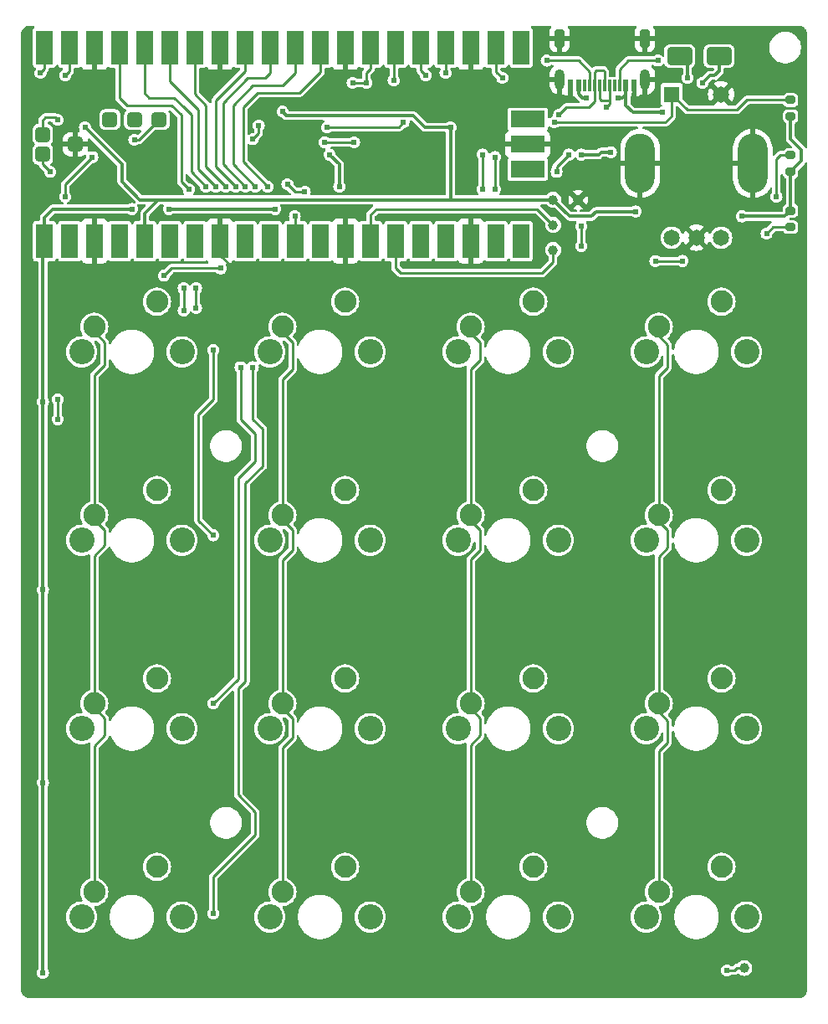
<source format=gbl>
G04 #@! TF.GenerationSoftware,KiCad,Pcbnew,8.0.3*
G04 #@! TF.CreationDate,2024-06-20T02:32:41+05:30*
G04 #@! TF.ProjectId,AT-ProtoKeeb_rev1,41542d50-726f-4746-9f4b-6565625f7265,v1.0*
G04 #@! TF.SameCoordinates,Original*
G04 #@! TF.FileFunction,Copper,L2,Bot*
G04 #@! TF.FilePolarity,Positive*
%FSLAX46Y46*%
G04 Gerber Fmt 4.6, Leading zero omitted, Abs format (unit mm)*
G04 Created by KiCad (PCBNEW 8.0.3) date 2024-06-20 02:32:41*
%MOMM*%
%LPD*%
G01*
G04 APERTURE LIST*
G04 Aperture macros list*
%AMRoundRect*
0 Rectangle with rounded corners*
0 $1 Rounding radius*
0 $2 $3 $4 $5 $6 $7 $8 $9 X,Y pos of 4 corners*
0 Add a 4 corners polygon primitive as box body*
4,1,4,$2,$3,$4,$5,$6,$7,$8,$9,$2,$3,0*
0 Add four circle primitives for the rounded corners*
1,1,$1+$1,$2,$3*
1,1,$1+$1,$4,$5*
1,1,$1+$1,$6,$7*
1,1,$1+$1,$8,$9*
0 Add four rect primitives between the rounded corners*
20,1,$1+$1,$2,$3,$4,$5,0*
20,1,$1+$1,$4,$5,$6,$7,0*
20,1,$1+$1,$6,$7,$8,$9,0*
20,1,$1+$1,$8,$9,$2,$3,0*%
G04 Aperture macros list end*
G04 #@! TA.AperFunction,ComponentPad*
%ADD10C,2.248000*%
G04 #@! TD*
G04 #@! TA.AperFunction,ComponentPad*
%ADD11C,2.553000*%
G04 #@! TD*
G04 #@! TA.AperFunction,SMDPad,CuDef*
%ADD12R,0.600000X1.150000*%
G04 #@! TD*
G04 #@! TA.AperFunction,SMDPad,CuDef*
%ADD13R,0.300000X1.150000*%
G04 #@! TD*
G04 #@! TA.AperFunction,ComponentPad*
%ADD14O,1.000000X2.100000*%
G04 #@! TD*
G04 #@! TA.AperFunction,ComponentPad*
%ADD15RoundRect,0.200000X-0.300000X-0.700000X0.300000X-0.700000X0.300000X0.700000X-0.300000X0.700000X0*%
G04 #@! TD*
G04 #@! TA.AperFunction,ComponentPad*
%ADD16R,1.650000X1.650000*%
G04 #@! TD*
G04 #@! TA.AperFunction,ComponentPad*
%ADD17C,1.650000*%
G04 #@! TD*
G04 #@! TA.AperFunction,ComponentPad*
%ADD18O,3.000000X6.000000*%
G04 #@! TD*
G04 #@! TA.AperFunction,SMDPad,CuDef*
%ADD19C,1.000000*%
G04 #@! TD*
G04 #@! TA.AperFunction,SMDPad,CuDef*
%ADD20RoundRect,0.200000X0.275000X-0.200000X0.275000X0.200000X-0.275000X0.200000X-0.275000X-0.200000X0*%
G04 #@! TD*
G04 #@! TA.AperFunction,SMDPad,CuDef*
%ADD21R,1.700000X3.500000*%
G04 #@! TD*
G04 #@! TA.AperFunction,SMDPad,CuDef*
%ADD22R,3.500000X1.700000*%
G04 #@! TD*
G04 #@! TA.AperFunction,SMDPad,CuDef*
%ADD23RoundRect,0.300000X-0.450000X0.450000X-0.450000X-0.450000X0.450000X-0.450000X0.450000X0.450000X0*%
G04 #@! TD*
G04 #@! TA.AperFunction,SMDPad,CuDef*
%ADD24RoundRect,0.250000X1.000000X0.650000X-1.000000X0.650000X-1.000000X-0.650000X1.000000X-0.650000X0*%
G04 #@! TD*
G04 #@! TA.AperFunction,SMDPad,CuDef*
%ADD25RoundRect,0.200000X-0.275000X0.200000X-0.275000X-0.200000X0.275000X-0.200000X0.275000X0.200000X0*%
G04 #@! TD*
G04 #@! TA.AperFunction,ViaPad*
%ADD26C,0.609600*%
G04 #@! TD*
G04 #@! TA.AperFunction,Conductor*
%ADD27C,0.304800*%
G04 #@! TD*
G04 #@! TA.AperFunction,Conductor*
%ADD28C,0.254000*%
G04 #@! TD*
G04 #@! TA.AperFunction,Conductor*
%ADD29C,0.250000*%
G04 #@! TD*
G04 APERTURE END LIST*
D10*
X110090150Y-138310100D03*
X116440150Y-135770100D03*
D11*
X108820150Y-140850100D03*
X118980150Y-140850100D03*
D10*
X91040150Y-138310100D03*
X97390150Y-135770100D03*
D11*
X89770150Y-140850100D03*
X99930150Y-140850100D03*
D10*
X71990150Y-138310100D03*
X78340150Y-135770100D03*
D11*
X70720150Y-140850100D03*
X80880150Y-140850100D03*
D10*
X52940150Y-138310100D03*
X59290150Y-135770100D03*
D11*
X51670150Y-140850100D03*
X61830150Y-140850100D03*
D10*
X110090150Y-119260100D03*
X116440150Y-116720100D03*
D11*
X108820150Y-121800100D03*
X118980150Y-121800100D03*
D10*
X91040150Y-119260100D03*
X97390150Y-116720100D03*
D11*
X89770150Y-121800100D03*
X99930150Y-121800100D03*
D10*
X71990150Y-119260100D03*
X78340150Y-116720100D03*
D11*
X70720150Y-121800100D03*
X80880150Y-121800100D03*
D10*
X52940150Y-119260100D03*
X59290150Y-116720100D03*
D11*
X51670150Y-121800100D03*
X61830150Y-121800100D03*
D10*
X110090150Y-100210000D03*
X116440150Y-97670000D03*
D11*
X108820150Y-102750000D03*
X118980150Y-102750000D03*
D10*
X91040150Y-100210000D03*
X97390150Y-97670000D03*
D11*
X89770150Y-102750000D03*
X99930150Y-102750000D03*
D10*
X71990150Y-100210000D03*
X78340150Y-97670000D03*
D11*
X70720150Y-102750000D03*
X80880150Y-102750000D03*
D10*
X52940150Y-100210000D03*
X59290150Y-97670000D03*
D11*
X51670150Y-102750000D03*
X61830150Y-102750000D03*
D10*
X110090150Y-81160000D03*
X116440150Y-78620000D03*
D11*
X108820150Y-83700000D03*
X118980150Y-83700000D03*
D10*
X91040150Y-81160000D03*
X97390150Y-78620000D03*
D11*
X89770150Y-83700000D03*
X99930150Y-83700000D03*
D10*
X71990150Y-81160000D03*
X78340150Y-78620000D03*
D11*
X70720150Y-83700000D03*
X80880150Y-83700000D03*
D10*
X52940150Y-81160000D03*
X59290150Y-78620000D03*
D11*
X51670150Y-83700000D03*
X61830150Y-83700000D03*
D12*
X101175150Y-56766000D03*
X101975150Y-56766000D03*
D13*
X103125150Y-56766000D03*
X104125150Y-56766000D03*
X104625150Y-56766000D03*
X105625150Y-56766000D03*
D12*
X107575150Y-56766000D03*
X106775150Y-56766000D03*
D13*
X106125150Y-56766000D03*
X105125150Y-56766000D03*
X103625150Y-56766000D03*
X102625150Y-56766000D03*
D14*
X100055150Y-56191000D03*
X108695150Y-56191000D03*
D15*
X100055150Y-52011000D03*
X108695150Y-52011000D03*
D16*
X111400150Y-57650000D03*
D17*
X116400150Y-57650000D03*
X111400150Y-72150000D03*
X116400150Y-72150000D03*
X113900150Y-72150000D03*
D18*
X108200150Y-64650000D03*
X119600150Y-64650000D03*
D19*
X99400000Y-73400000D03*
X118750000Y-146000000D03*
X101940000Y-68320000D03*
X99400000Y-70860000D03*
D20*
X123425150Y-59875000D03*
X123425150Y-58225000D03*
D21*
X47895985Y-52921000D03*
X50435985Y-52921000D03*
X52975985Y-52921000D03*
X55515985Y-52921000D03*
X58055985Y-52921000D03*
X60595985Y-52921000D03*
X63135985Y-52921000D03*
X65675985Y-52921000D03*
X68215985Y-52921000D03*
X70755985Y-52921000D03*
X73295985Y-52921000D03*
X75835985Y-52921000D03*
X78375985Y-52921000D03*
X80915985Y-52921000D03*
X83455985Y-52921000D03*
X85995985Y-52921000D03*
X88535985Y-52921000D03*
X91075985Y-52921000D03*
X93615985Y-52921000D03*
X96155985Y-52921000D03*
X96155985Y-72501000D03*
X93615985Y-72501000D03*
X91075985Y-72501000D03*
X88535985Y-72501000D03*
X85995985Y-72501000D03*
X83455985Y-72501000D03*
X80915985Y-72501000D03*
X78375985Y-72501000D03*
X75835985Y-72501000D03*
X73295985Y-72501000D03*
X70755985Y-72501000D03*
X68215985Y-72501000D03*
X65675985Y-72501000D03*
X63135985Y-72501000D03*
X60595985Y-72501000D03*
X58055985Y-72501000D03*
X55515985Y-72501000D03*
X52975985Y-72501000D03*
X50435985Y-72501000D03*
X47895985Y-72501000D03*
D22*
X96825985Y-60171000D03*
X96825985Y-62711000D03*
X96825985Y-65251000D03*
D23*
X51025985Y-62711000D03*
X47725985Y-63711000D03*
X47725985Y-61711000D03*
X54525985Y-60211000D03*
X57025985Y-60211000D03*
X59525985Y-60211000D03*
D19*
X99400000Y-68320000D03*
D24*
X116200000Y-53800000D03*
X112200000Y-53800000D03*
D20*
X123425150Y-65475000D03*
X123425150Y-63825000D03*
D25*
X123425150Y-69425000D03*
X123425150Y-71075000D03*
D26*
X52000000Y-61000000D03*
X89000000Y-61000000D03*
X118500000Y-70000000D03*
X107750000Y-69500000D03*
X72000000Y-59400000D03*
X77600000Y-56400000D03*
X50800000Y-59400000D03*
X89200000Y-58600000D03*
X54250000Y-55750000D03*
X68750000Y-145750000D03*
X115000000Y-74000000D03*
X71000000Y-62750000D03*
X65750000Y-53500000D03*
X78500000Y-144750000D03*
X97750000Y-144750000D03*
X85400000Y-56400000D03*
X100250000Y-145500000D03*
X108000000Y-58250000D03*
X67000000Y-75250000D03*
X78250000Y-53500000D03*
X64750000Y-56250000D03*
X53000000Y-53500000D03*
X81750000Y-56500000D03*
X81250000Y-145750000D03*
X100750000Y-65500000D03*
X91000000Y-53500000D03*
X100750000Y-58000000D03*
X99750000Y-62000000D03*
X102250000Y-63750000D03*
X114500000Y-56500000D03*
X105250000Y-63500000D03*
X62500000Y-67250000D03*
X62000000Y-77250000D03*
X62000000Y-79500000D03*
X76750000Y-63750000D03*
X60500000Y-69250000D03*
X77750000Y-67000000D03*
X47750000Y-146500000D03*
X47750000Y-107750000D03*
X56750000Y-69250000D03*
X71250000Y-69250000D03*
X47750000Y-127250000D03*
X47750000Y-88750000D03*
X64250000Y-67000000D03*
X65000000Y-83500000D03*
X63250000Y-79250000D03*
X65000000Y-102250000D03*
X63250000Y-77250000D03*
X113000000Y-56000000D03*
X106000000Y-58000000D03*
X110500000Y-59500000D03*
X102750000Y-58000000D03*
X65250000Y-67000000D03*
X65000000Y-119250000D03*
X67750000Y-85250000D03*
X69000000Y-85250000D03*
X66250000Y-67000000D03*
X65000000Y-140500000D03*
X98750000Y-54250000D03*
X104750000Y-59000000D03*
X100000000Y-59750000D03*
X110000000Y-54250000D03*
X49250000Y-88500000D03*
X49250000Y-90500000D03*
X69600000Y-60800000D03*
X50000000Y-68000000D03*
X69000000Y-62200000D03*
X79250000Y-62500000D03*
X76250000Y-62500000D03*
X52750000Y-64000000D03*
X76500000Y-61000000D03*
X84250000Y-60500000D03*
X47500000Y-55500000D03*
X50000000Y-55750000D03*
X117000000Y-146250000D03*
X99500000Y-60500000D03*
X94250000Y-56000000D03*
X92250000Y-67250000D03*
X86500000Y-55750000D03*
X121000000Y-71750000D03*
X92250000Y-63750000D03*
X122000000Y-68000000D03*
X109750000Y-74500000D03*
X93500000Y-67250000D03*
X102250000Y-73000000D03*
X102250000Y-71000000D03*
X112500000Y-74500000D03*
X88500000Y-55500000D03*
X93500000Y-64000000D03*
X83250000Y-56250000D03*
X83400000Y-53400000D03*
X80800000Y-53400000D03*
X79100000Y-56500000D03*
X80500000Y-56500000D03*
X67250000Y-67000000D03*
X65750000Y-75250000D03*
X60000000Y-76000000D03*
X68250000Y-67000000D03*
X69250000Y-67000000D03*
X70500000Y-67000000D03*
X74250000Y-67500000D03*
X72500000Y-66750000D03*
X73250000Y-70000000D03*
X57000000Y-62250000D03*
X101000000Y-63750000D03*
X48500000Y-65500000D03*
X99750000Y-65500000D03*
X49250000Y-60250000D03*
D27*
X89000000Y-68320000D02*
X59430000Y-68320000D01*
X107750000Y-69500000D02*
X103750000Y-69500000D01*
X72400000Y-59800000D02*
X72000000Y-59400000D01*
X86400000Y-61000000D02*
X89000000Y-61000000D01*
X118500000Y-70000000D02*
X122850150Y-70000000D01*
X55750000Y-64750000D02*
X52000000Y-61000000D01*
X124500000Y-64400150D02*
X124500000Y-63250000D01*
X76400000Y-59800000D02*
X85200000Y-59800000D01*
X89000000Y-61000000D02*
X89000000Y-68320000D01*
X122850150Y-70000000D02*
X123425150Y-69425000D01*
X59430000Y-68320000D02*
X58055985Y-69694015D01*
X103250000Y-70000000D02*
X101080000Y-70000000D01*
X103750000Y-69500000D02*
X103250000Y-70000000D01*
X85200000Y-59800000D02*
X86400000Y-61000000D01*
X123425150Y-65475000D02*
X123425150Y-69425000D01*
X76400000Y-59800000D02*
X72400000Y-59800000D01*
X123425150Y-62175150D02*
X124500000Y-63250000D01*
X99400000Y-68320000D02*
X101080000Y-70000000D01*
X123425150Y-65475000D02*
X124500000Y-64400150D01*
X123425150Y-59875000D02*
X123425150Y-62175150D01*
X58055985Y-69694015D02*
X58055985Y-71601000D01*
X55750000Y-66500000D02*
X55750000Y-64750000D01*
X59430000Y-68320000D02*
X57570000Y-68320000D01*
X57570000Y-68320000D02*
X55750000Y-66500000D01*
X99400000Y-68320000D02*
X89000000Y-68320000D01*
D28*
X107575150Y-57825150D02*
X108000000Y-58250000D01*
X65675985Y-73925985D02*
X67000000Y-75250000D01*
X65675985Y-71601000D02*
X65675985Y-73925985D01*
X101175150Y-57574850D02*
X101175150Y-56766000D01*
X101175150Y-57574850D02*
X100750000Y-58000000D01*
X107575150Y-57825150D02*
X107575150Y-56766000D01*
D27*
X102250000Y-63750000D02*
X104000000Y-63750000D01*
X104000000Y-63750000D02*
X104250000Y-63500000D01*
X115750000Y-55750000D02*
X116200000Y-55300000D01*
X114500000Y-56500000D02*
X115250000Y-55750000D01*
X115250000Y-55750000D02*
X115750000Y-55750000D01*
X116200000Y-55300000D02*
X116200000Y-53800000D01*
X104250000Y-63500000D02*
X105250000Y-63500000D01*
D28*
X60750000Y-58750000D02*
X61750000Y-59750000D01*
X55515985Y-53821000D02*
X55515985Y-58015985D01*
X56250000Y-58750000D02*
X60750000Y-58750000D01*
X61750000Y-59750000D02*
X61750000Y-65500000D01*
X62000000Y-77250000D02*
X62000000Y-79500000D01*
X55515985Y-58015985D02*
X56250000Y-58750000D01*
X61750000Y-65500000D02*
X61750000Y-66500000D01*
X61750000Y-66500000D02*
X62500000Y-67250000D01*
D27*
X77750000Y-67000000D02*
X77750000Y-64750000D01*
X56750000Y-69250000D02*
X48750000Y-69250000D01*
X47750000Y-107750000D02*
X47750000Y-127250000D01*
X47750000Y-88750000D02*
X47750000Y-107750000D01*
X60500000Y-69250000D02*
X71250000Y-69250000D01*
X47750000Y-127250000D02*
X47750000Y-146500000D01*
X47750000Y-88750000D02*
X47750000Y-71746985D01*
X47895985Y-70104015D02*
X47895985Y-71601000D01*
X47750000Y-71746985D02*
X47895985Y-71601000D01*
X77750000Y-64750000D02*
X76750000Y-63750000D01*
X48750000Y-69250000D02*
X47895985Y-70104015D01*
D28*
X58055985Y-53821000D02*
X58055985Y-57555985D01*
X61000000Y-58000000D02*
X62000000Y-59000000D01*
X58500000Y-58000000D02*
X61000000Y-58000000D01*
X65000000Y-88500000D02*
X63500000Y-90000000D01*
X63500000Y-90000000D02*
X63500000Y-95000000D01*
X63500000Y-100750000D02*
X65000000Y-102250000D01*
X62750000Y-65500000D02*
X64250000Y-67000000D01*
X62750000Y-59750000D02*
X62750000Y-64250000D01*
X62000000Y-59000000D02*
X62750000Y-59750000D01*
X65000000Y-83500000D02*
X65000000Y-88500000D01*
X62750000Y-64250000D02*
X62750000Y-65500000D01*
X63500000Y-95000000D02*
X63500000Y-100750000D01*
X63250000Y-77250000D02*
X63250000Y-79250000D01*
X58055985Y-57555985D02*
X58500000Y-58000000D01*
D27*
X106427974Y-58000000D02*
X106775150Y-57652824D01*
X102329350Y-58000000D02*
X102750000Y-58000000D01*
X101975150Y-57645800D02*
X102329350Y-58000000D01*
X106775150Y-57652824D02*
X106775150Y-58775150D01*
X106775150Y-58775150D02*
X107500000Y-59500000D01*
X107500000Y-59500000D02*
X110500000Y-59500000D01*
X101975150Y-56766000D02*
X101975150Y-57645800D01*
X113000000Y-54600000D02*
X112200000Y-53800000D01*
X113000000Y-56000000D02*
X113000000Y-54600000D01*
X106000000Y-58000000D02*
X106427974Y-58000000D01*
X106775150Y-57652824D02*
X106775150Y-56766000D01*
D28*
X69250000Y-92000000D02*
X69250000Y-94750000D01*
X60595985Y-53821000D02*
X60595985Y-56345985D01*
X67500000Y-116750000D02*
X65000000Y-119250000D01*
X67750000Y-85250000D02*
X67750000Y-90500000D01*
X63500000Y-59250000D02*
X63500000Y-62250000D01*
X60595985Y-56345985D02*
X62750000Y-58500000D01*
X62750000Y-58500000D02*
X63500000Y-59250000D01*
X67500000Y-96500000D02*
X67500000Y-108000000D01*
X63500000Y-62250000D02*
X63500000Y-65250000D01*
X63500000Y-65250000D02*
X65250000Y-67000000D01*
X69250000Y-94750000D02*
X67500000Y-96500000D01*
X67750000Y-90500000D02*
X68750000Y-91500000D01*
X67500000Y-108000000D02*
X67500000Y-116750000D01*
X68750000Y-91500000D02*
X69250000Y-92000000D01*
X64250000Y-58750000D02*
X64250000Y-63250000D01*
X70000000Y-91500000D02*
X70000000Y-95250000D01*
X68250000Y-97000000D02*
X68250000Y-117000000D01*
X69000000Y-85250000D02*
X69000000Y-90500000D01*
X69000000Y-90500000D02*
X70000000Y-91500000D01*
X70000000Y-95250000D02*
X68250000Y-97000000D01*
X67500000Y-128500000D02*
X69250000Y-130250000D01*
X69250000Y-132500000D02*
X65000000Y-136750000D01*
X67500000Y-117750000D02*
X67500000Y-128500000D01*
X65000000Y-136750000D02*
X65000000Y-140500000D01*
X64250000Y-65000000D02*
X66250000Y-67000000D01*
X69250000Y-130250000D02*
X69250000Y-132500000D01*
X63135985Y-53821000D02*
X63135985Y-57635985D01*
X64250000Y-63250000D02*
X64250000Y-65000000D01*
X63135985Y-57635985D02*
X64250000Y-58750000D01*
X68250000Y-117000000D02*
X67500000Y-117750000D01*
X103125150Y-55375150D02*
X103125150Y-56766000D01*
X98750000Y-54250000D02*
X102000000Y-54250000D01*
X102000000Y-54250000D02*
X103125150Y-55375150D01*
X105000000Y-58250000D02*
X104250000Y-58250000D01*
X105125150Y-58124850D02*
X105125150Y-56766000D01*
X105125150Y-58124850D02*
X105000000Y-58250000D01*
X104125150Y-58125150D02*
X104125150Y-56766000D01*
X104250000Y-58250000D02*
X104125150Y-58125150D01*
X105125150Y-58624850D02*
X105125150Y-58124850D01*
X104750000Y-59000000D02*
X105125150Y-58624850D01*
X103625150Y-55374850D02*
X103750000Y-55250000D01*
X104625150Y-55375150D02*
X104625150Y-56766000D01*
X104500000Y-55250000D02*
X104625150Y-55375150D01*
X103625150Y-58374850D02*
X103625150Y-56766000D01*
X103000000Y-59000000D02*
X103625150Y-58374850D01*
X100000000Y-59750000D02*
X100750000Y-59000000D01*
X100750000Y-59000000D02*
X103000000Y-59000000D01*
X103750000Y-55250000D02*
X104500000Y-55250000D01*
X103625150Y-55374850D02*
X103625150Y-56766000D01*
X107000000Y-54250000D02*
X106125150Y-55124850D01*
X106125150Y-55124850D02*
X106125150Y-56766000D01*
X110000000Y-54250000D02*
X107000000Y-54250000D01*
X69600000Y-60800000D02*
X69600000Y-61600000D01*
X76250000Y-62500000D02*
X79250000Y-62500000D01*
X49250000Y-88500000D02*
X49250000Y-90500000D01*
X69600000Y-61600000D02*
X69000000Y-62200000D01*
X50000000Y-66750000D02*
X50000000Y-68000000D01*
X52750000Y-64000000D02*
X50000000Y-66750000D01*
X83750000Y-61000000D02*
X84250000Y-60500000D01*
X76500000Y-61000000D02*
X83750000Y-61000000D01*
X47895985Y-53821000D02*
X47895985Y-55104015D01*
X47895985Y-55104015D02*
X47500000Y-55500000D01*
X50435985Y-53821000D02*
X50435985Y-55314015D01*
X50435985Y-55314015D02*
X50000000Y-55750000D01*
X81500000Y-69250000D02*
X97790000Y-69250000D01*
X80915985Y-71601000D02*
X80915985Y-69834015D01*
X97790000Y-69250000D02*
X99400000Y-70860000D01*
X80915985Y-69834015D02*
X81500000Y-69250000D01*
X98250000Y-75750000D02*
X99400000Y-74600000D01*
X83455985Y-75205985D02*
X84000000Y-75750000D01*
X99400000Y-74600000D02*
X99400000Y-73400000D01*
X84000000Y-75750000D02*
X98250000Y-75750000D01*
X83455985Y-71601000D02*
X83455985Y-75205985D01*
X117750000Y-146250000D02*
X118000000Y-146000000D01*
X118000000Y-146000000D02*
X118750000Y-146000000D01*
X117000000Y-146250000D02*
X117750000Y-146250000D01*
X119025000Y-58225000D02*
X118000000Y-59250000D01*
X93615985Y-53821000D02*
X93615985Y-55365985D01*
X113000150Y-59250000D02*
X111400150Y-57650000D01*
X111400150Y-59849850D02*
X110750000Y-60500000D01*
X110750000Y-60500000D02*
X99500000Y-60500000D01*
X123425150Y-58225000D02*
X119025000Y-58225000D01*
X111400150Y-57650000D02*
X111400150Y-59849850D01*
X118000000Y-59250000D02*
X113000150Y-59250000D01*
X93615985Y-55365985D02*
X94250000Y-56000000D01*
X123425150Y-71075000D02*
X121675000Y-71075000D01*
X92250000Y-63750000D02*
X92250000Y-67250000D01*
X121675000Y-71075000D02*
X121000000Y-71750000D01*
X85995985Y-53821000D02*
X85995985Y-55245985D01*
X85995985Y-55245985D02*
X86500000Y-55750000D01*
X88500000Y-55500000D02*
X88500000Y-53856985D01*
X109750000Y-74500000D02*
X112500000Y-74500000D01*
X122000000Y-64250000D02*
X122425000Y-63825000D01*
X122425000Y-63825000D02*
X123425150Y-63825000D01*
X93500000Y-67250000D02*
X93500000Y-64000000D01*
X102250000Y-71000000D02*
X102250000Y-73000000D01*
X88500000Y-53856985D02*
X88535985Y-53821000D01*
X122000000Y-68000000D02*
X122000000Y-64250000D01*
X83250000Y-54026985D02*
X83400000Y-53400000D01*
X83250000Y-56250000D02*
X83250000Y-54026985D01*
X83400000Y-53400000D02*
X83455985Y-53821000D01*
X80500000Y-56500000D02*
X80500000Y-55500000D01*
X80500000Y-55500000D02*
X80915985Y-55084015D01*
X79100000Y-56500000D02*
X80500000Y-56500000D01*
X80915985Y-55084015D02*
X80915985Y-53821000D01*
D29*
X65250000Y-63750000D02*
X65250000Y-65000000D01*
X54000000Y-103250000D02*
X52940150Y-104309850D01*
X52940150Y-138310100D02*
X52940150Y-123559850D01*
X54000000Y-101750000D02*
X54000000Y-103250000D01*
X52940150Y-104309850D02*
X52940150Y-119260100D01*
X60750000Y-75250000D02*
X60000000Y-76000000D01*
X54000000Y-120750000D02*
X52940150Y-119690150D01*
X52940150Y-119690150D02*
X52940150Y-119260100D01*
D28*
X68215985Y-53821000D02*
X68215985Y-55284015D01*
X52940150Y-100690150D02*
X54000000Y-101750000D01*
X65250000Y-58250000D02*
X65250000Y-63750000D01*
D29*
X65250000Y-65000000D02*
X67250000Y-67000000D01*
D28*
X52940150Y-100210000D02*
X52940150Y-86059850D01*
X52940150Y-81690150D02*
X52940150Y-81160000D01*
X52940150Y-100210000D02*
X52940150Y-100690150D01*
D29*
X65750000Y-75250000D02*
X60750000Y-75250000D01*
X52940150Y-123559850D02*
X54000000Y-122500000D01*
X54000000Y-122500000D02*
X54000000Y-120750000D01*
D28*
X54000000Y-85000000D02*
X52940150Y-86059850D01*
X54000000Y-82750000D02*
X52940150Y-81690150D01*
X68215985Y-55284015D02*
X65250000Y-58250000D01*
X54000000Y-82750000D02*
X54000000Y-85000000D01*
D29*
X73000000Y-120750000D02*
X71990150Y-119740150D01*
X73000000Y-101750000D02*
X73000000Y-103750000D01*
X73000000Y-85480300D02*
X73000000Y-82750000D01*
X71990150Y-100210000D02*
X71990150Y-86490150D01*
D28*
X68500000Y-56000000D02*
X66000000Y-58500000D01*
X70755985Y-55494015D02*
X70250000Y-56000000D01*
X66000000Y-64750000D02*
X68250000Y-67000000D01*
D29*
X73000000Y-120750000D02*
X73000000Y-122750000D01*
X71990150Y-100740150D02*
X71990150Y-100210000D01*
X71990150Y-86490150D02*
X73000000Y-85480300D01*
X73000000Y-82750000D02*
X71990150Y-81740150D01*
X73000000Y-122750000D02*
X71990150Y-123759850D01*
X71990150Y-81740150D02*
X71990150Y-81160000D01*
X71990150Y-119740150D02*
X71990150Y-119260100D01*
X71990150Y-123759850D02*
X71990150Y-138310100D01*
D28*
X70250000Y-56000000D02*
X68500000Y-56000000D01*
D29*
X71990150Y-104759850D02*
X71990150Y-119260100D01*
D28*
X70755985Y-53821000D02*
X70755985Y-55494015D01*
D29*
X73000000Y-103750000D02*
X71990150Y-104759850D01*
X73000000Y-101750000D02*
X71990150Y-100740150D01*
D28*
X66000000Y-58500000D02*
X66000000Y-64750000D01*
D29*
X92000000Y-103750000D02*
X91040150Y-104709850D01*
X92000000Y-101750000D02*
X91040150Y-100790150D01*
X91040150Y-100790150D02*
X91040150Y-100210000D01*
X92000000Y-82750000D02*
X92000000Y-84500000D01*
X91040150Y-104709850D02*
X91040150Y-119260100D01*
D28*
X73295985Y-55454015D02*
X72750000Y-56000000D01*
X67000000Y-58750000D02*
X67000000Y-60250000D01*
X72000000Y-56750000D02*
X69000000Y-56750000D01*
D29*
X91040150Y-85459850D02*
X91040150Y-100210000D01*
X91040150Y-119790150D02*
X91040150Y-119260100D01*
D28*
X73295985Y-53821000D02*
X73295985Y-55454015D01*
D29*
X91040150Y-123459850D02*
X91040150Y-138310100D01*
D28*
X67000000Y-64750000D02*
X69250000Y-67000000D01*
X69000000Y-56750000D02*
X67000000Y-58750000D01*
D29*
X92000000Y-120750000D02*
X92000000Y-122500000D01*
D28*
X67000000Y-60250000D02*
X67000000Y-64750000D01*
X72750000Y-56000000D02*
X72000000Y-56750000D01*
D29*
X92000000Y-84500000D02*
X91040150Y-85459850D01*
X91040150Y-81790150D02*
X91040150Y-81160000D01*
X92000000Y-122500000D02*
X91040150Y-123459850D01*
X92000000Y-120750000D02*
X91040150Y-119790150D01*
X92000000Y-101750000D02*
X92000000Y-103750000D01*
X92000000Y-82750000D02*
X91040150Y-81790150D01*
X111000000Y-103500000D02*
X110090150Y-104409850D01*
D28*
X75835985Y-53821000D02*
X75835985Y-55414015D01*
X68000000Y-64500000D02*
X70500000Y-67000000D01*
D29*
X110090150Y-124090150D02*
X110090150Y-138310100D01*
D28*
X75250000Y-56000000D02*
X73750000Y-57500000D01*
X75835985Y-55414015D02*
X75250000Y-56000000D01*
D29*
X111000000Y-121000000D02*
X110090150Y-120090150D01*
X110090150Y-100840150D02*
X111000000Y-101750000D01*
D28*
X68000000Y-61250000D02*
X68000000Y-64500000D01*
X69500000Y-57500000D02*
X68000000Y-59000000D01*
D29*
X111000000Y-83000000D02*
X111000000Y-85250000D01*
X110090150Y-100210000D02*
X110090150Y-100840150D01*
X111000000Y-121000000D02*
X111000000Y-123180300D01*
X110090150Y-104409850D02*
X110090150Y-119260100D01*
D28*
X73750000Y-57500000D02*
X69500000Y-57500000D01*
D29*
X111000000Y-123180300D02*
X110090150Y-124090150D01*
X111000000Y-85250000D02*
X110090150Y-86159850D01*
X110090150Y-82090150D02*
X110090150Y-81160000D01*
X111000000Y-83000000D02*
X110090150Y-82090150D01*
X111000000Y-101750000D02*
X111000000Y-103500000D01*
D28*
X68000000Y-59000000D02*
X68000000Y-61250000D01*
D29*
X110090150Y-120090150D02*
X110090150Y-119260100D01*
X110090150Y-86159850D02*
X110090150Y-100210000D01*
D28*
X73250000Y-71555015D02*
X73295985Y-71601000D01*
X72500000Y-66750000D02*
X73250000Y-67500000D01*
X73250000Y-67500000D02*
X74250000Y-67500000D01*
X73250000Y-70000000D02*
X73250000Y-71555015D01*
X59525985Y-60211000D02*
X57486985Y-62250000D01*
X57486985Y-62250000D02*
X57000000Y-62250000D01*
X99750000Y-65000000D02*
X101000000Y-63750000D01*
X99750000Y-65500000D02*
X99750000Y-65000000D01*
X47725985Y-63711000D02*
X47725985Y-64725985D01*
X47725985Y-64725985D02*
X48500000Y-65500000D01*
X49250000Y-60250000D02*
X49000000Y-60000000D01*
X47725985Y-61711000D02*
X47725985Y-60274015D01*
X49000000Y-60000000D02*
X48000000Y-60000000D01*
X47725985Y-60274015D02*
X48000000Y-60000000D01*
G04 #@! TA.AperFunction,Conductor*
G36*
X46848191Y-50731185D02*
G01*
X46893946Y-50783989D01*
X46903890Y-50853147D01*
X46874865Y-50916703D01*
X46868833Y-50923181D01*
X46793779Y-50998234D01*
X46748400Y-51101006D01*
X46748400Y-51101008D01*
X46745485Y-51126131D01*
X46745485Y-54715856D01*
X46745487Y-54715882D01*
X46748398Y-54740987D01*
X46748400Y-54740991D01*
X46793778Y-54843764D01*
X46873220Y-54923206D01*
X46957737Y-54960524D01*
X47011114Y-55005610D01*
X47031641Y-55072396D01*
X47012803Y-55139678D01*
X47006028Y-55149443D01*
X46971271Y-55194739D01*
X46910280Y-55341984D01*
X46910279Y-55341986D01*
X46889477Y-55499998D01*
X46889477Y-55500001D01*
X46910279Y-55658013D01*
X46910280Y-55658015D01*
X46971270Y-55805259D01*
X46971271Y-55805261D01*
X46971272Y-55805262D01*
X47068295Y-55931705D01*
X47194738Y-56028728D01*
X47194739Y-56028728D01*
X47194740Y-56028729D01*
X47209595Y-56034882D01*
X47341985Y-56089720D01*
X47420992Y-56100121D01*
X47499999Y-56110523D01*
X47500000Y-56110523D01*
X47500001Y-56110523D01*
X47552671Y-56103588D01*
X47658015Y-56089720D01*
X47805262Y-56028728D01*
X47931705Y-55931705D01*
X48028728Y-55805262D01*
X48089720Y-55658015D01*
X48105930Y-55534882D01*
X48134196Y-55470987D01*
X48141189Y-55463387D01*
X48182311Y-55422266D01*
X48238070Y-55366507D01*
X48294352Y-55269024D01*
X48323485Y-55160297D01*
X48323485Y-55095499D01*
X48343170Y-55028460D01*
X48395974Y-54982705D01*
X48447485Y-54971499D01*
X48790841Y-54971499D01*
X48790849Y-54971499D01*
X48790864Y-54971497D01*
X48790867Y-54971497D01*
X48815972Y-54968586D01*
X48815973Y-54968585D01*
X48815976Y-54968585D01*
X48918750Y-54923206D01*
X48998191Y-54843765D01*
X49043570Y-54740991D01*
X49043570Y-54740988D01*
X49046018Y-54731993D01*
X49049056Y-54732819D01*
X49070067Y-54683237D01*
X49127780Y-54643856D01*
X49197624Y-54641928D01*
X49257421Y-54678067D01*
X49284111Y-54732487D01*
X49285950Y-54731987D01*
X49288400Y-54740991D01*
X49333778Y-54843764D01*
X49333779Y-54843765D01*
X49413220Y-54923206D01*
X49515994Y-54968585D01*
X49541120Y-54971500D01*
X49674352Y-54971499D01*
X49741390Y-54991183D01*
X49787145Y-55043987D01*
X49797089Y-55113145D01*
X49768065Y-55176701D01*
X49721807Y-55210059D01*
X49694739Y-55221271D01*
X49568295Y-55318295D01*
X49471271Y-55444739D01*
X49410280Y-55591984D01*
X49410279Y-55591986D01*
X49389477Y-55749998D01*
X49389477Y-55750001D01*
X49410279Y-55908013D01*
X49410280Y-55908015D01*
X49471270Y-56055259D01*
X49471271Y-56055261D01*
X49471272Y-56055262D01*
X49568295Y-56181705D01*
X49694738Y-56278728D01*
X49841985Y-56339720D01*
X49878650Y-56344547D01*
X49999999Y-56360523D01*
X50000000Y-56360523D01*
X50000001Y-56360523D01*
X50052671Y-56353588D01*
X50158015Y-56339720D01*
X50305262Y-56278728D01*
X50431705Y-56181705D01*
X50528728Y-56055262D01*
X50589720Y-55908015D01*
X50605930Y-55784881D01*
X50634196Y-55720987D01*
X50641174Y-55713400D01*
X50778070Y-55576506D01*
X50834352Y-55479024D01*
X50863485Y-55370296D01*
X50863485Y-55257733D01*
X50863485Y-55095499D01*
X50883170Y-55028460D01*
X50935974Y-54982705D01*
X50987485Y-54971499D01*
X51330841Y-54971499D01*
X51330849Y-54971499D01*
X51330864Y-54971497D01*
X51330867Y-54971497D01*
X51355972Y-54968586D01*
X51355973Y-54968585D01*
X51355976Y-54968585D01*
X51458750Y-54923206D01*
X51490005Y-54891950D01*
X51551325Y-54858466D01*
X51621017Y-54863450D01*
X51676951Y-54905320D01*
X51677776Y-54906604D01*
X51768794Y-55028187D01*
X51768797Y-55028190D01*
X51883891Y-55114350D01*
X51883898Y-55114354D01*
X52018605Y-55164596D01*
X52018612Y-55164598D01*
X52078140Y-55170999D01*
X52078157Y-55171000D01*
X52725985Y-55171000D01*
X52725985Y-52795000D01*
X52745670Y-52727961D01*
X52798474Y-52682206D01*
X52849985Y-52671000D01*
X53101985Y-52671000D01*
X53169024Y-52690685D01*
X53214779Y-52743489D01*
X53225985Y-52795000D01*
X53225985Y-55171000D01*
X53873813Y-55171000D01*
X53873829Y-55170999D01*
X53933357Y-55164598D01*
X53933364Y-55164596D01*
X54068071Y-55114354D01*
X54068078Y-55114350D01*
X54183172Y-55028190D01*
X54183175Y-55028187D01*
X54274654Y-54905989D01*
X54277533Y-54908144D01*
X54314762Y-54870852D01*
X54383022Y-54855940D01*
X54448508Y-54880300D01*
X54461965Y-54891951D01*
X54493220Y-54923206D01*
X54595994Y-54968585D01*
X54621120Y-54971500D01*
X54964485Y-54971499D01*
X55031524Y-54991183D01*
X55077279Y-55043987D01*
X55088485Y-55095499D01*
X55088485Y-57959704D01*
X55088485Y-58072266D01*
X55098815Y-58110819D01*
X55117618Y-58180995D01*
X55128591Y-58200000D01*
X55173900Y-58278476D01*
X55987509Y-59092085D01*
X56038727Y-59121656D01*
X56084989Y-59148366D01*
X56090613Y-59150695D01*
X56145019Y-59194533D01*
X56167088Y-59260826D01*
X56149813Y-59328526D01*
X56141543Y-59340745D01*
X56051449Y-59458157D01*
X55990941Y-59604237D01*
X55990940Y-59604239D01*
X55975533Y-59721272D01*
X55975486Y-59721636D01*
X55975485Y-59721645D01*
X55975485Y-60700363D01*
X55990938Y-60817753D01*
X55990941Y-60817762D01*
X56036395Y-60927499D01*
X56051449Y-60963841D01*
X56147703Y-61089282D01*
X56273144Y-61185536D01*
X56419223Y-61246044D01*
X56536624Y-61261500D01*
X57515345Y-61261499D01*
X57515347Y-61261499D01*
X57562650Y-61255272D01*
X57631685Y-61266038D01*
X57683941Y-61312419D01*
X57702825Y-61379688D01*
X57682344Y-61446488D01*
X57666515Y-61465892D01*
X57438713Y-61693694D01*
X57377390Y-61727179D01*
X57307698Y-61722195D01*
X57303580Y-61720574D01*
X57158018Y-61660281D01*
X57158013Y-61660279D01*
X57000001Y-61639477D01*
X56999999Y-61639477D01*
X56841986Y-61660279D01*
X56841984Y-61660280D01*
X56694739Y-61721271D01*
X56568295Y-61818295D01*
X56471271Y-61944739D01*
X56410280Y-62091984D01*
X56410279Y-62091986D01*
X56389477Y-62249998D01*
X56389477Y-62250001D01*
X56410279Y-62408013D01*
X56410280Y-62408015D01*
X56471270Y-62555259D01*
X56471271Y-62555261D01*
X56471272Y-62555262D01*
X56568295Y-62681705D01*
X56694738Y-62778728D01*
X56841985Y-62839720D01*
X56920992Y-62850121D01*
X56999999Y-62860523D01*
X57000000Y-62860523D01*
X57000001Y-62860523D01*
X57052671Y-62853588D01*
X57158015Y-62839720D01*
X57305262Y-62778728D01*
X57403791Y-62703123D01*
X57468960Y-62677930D01*
X57479277Y-62677500D01*
X57543264Y-62677500D01*
X57543266Y-62677500D01*
X57651994Y-62648367D01*
X57749476Y-62592085D01*
X59043742Y-61297817D01*
X59105065Y-61264333D01*
X59131423Y-61261499D01*
X60015348Y-61261499D01*
X60132738Y-61246046D01*
X60132742Y-61246044D01*
X60132747Y-61246044D01*
X60278826Y-61185536D01*
X60404267Y-61089282D01*
X60500521Y-60963841D01*
X60561029Y-60817762D01*
X60576485Y-60700361D01*
X60576484Y-59721640D01*
X60576484Y-59721639D01*
X60576484Y-59721636D01*
X60561031Y-59604246D01*
X60561029Y-59604239D01*
X60561029Y-59604238D01*
X60500521Y-59458159D01*
X60500520Y-59458158D01*
X60500520Y-59458157D01*
X60487865Y-59441665D01*
X60462670Y-59376496D01*
X60476708Y-59308051D01*
X60525522Y-59258061D01*
X60593613Y-59242397D01*
X60659363Y-59266033D01*
X60673921Y-59278497D01*
X61286181Y-59890757D01*
X61319666Y-59952080D01*
X61322500Y-59978438D01*
X61322500Y-65443719D01*
X61322500Y-66443719D01*
X61322500Y-66556281D01*
X61330192Y-66584989D01*
X61351633Y-66665010D01*
X61357293Y-66674813D01*
X61407915Y-66762491D01*
X61407917Y-66762493D01*
X61858811Y-67213388D01*
X61892296Y-67274711D01*
X61894069Y-67284883D01*
X61910280Y-67408014D01*
X61910280Y-67408015D01*
X61971270Y-67555259D01*
X61971271Y-67555261D01*
X61971272Y-67555262D01*
X62057484Y-67667616D01*
X62082677Y-67732783D01*
X62068639Y-67801227D01*
X62019825Y-67851217D01*
X61959107Y-67867100D01*
X57808959Y-67867100D01*
X57741920Y-67847415D01*
X57721278Y-67830781D01*
X56239219Y-66348722D01*
X56205734Y-66287399D01*
X56202900Y-66261041D01*
X56202900Y-64690377D01*
X56202900Y-64690375D01*
X56172036Y-64575187D01*
X56170729Y-64572924D01*
X56145213Y-64528729D01*
X56112410Y-64471913D01*
X56028087Y-64387590D01*
X52635742Y-60995245D01*
X52602257Y-60933922D01*
X52600484Y-60923749D01*
X52600409Y-60923177D01*
X52589720Y-60841985D01*
X52528728Y-60694739D01*
X52460299Y-60605560D01*
X52431706Y-60568296D01*
X52430086Y-60567053D01*
X52305262Y-60471272D01*
X52305261Y-60471271D01*
X52305259Y-60471270D01*
X52158015Y-60410280D01*
X52158013Y-60410279D01*
X52000001Y-60389477D01*
X51999999Y-60389477D01*
X51841986Y-60410279D01*
X51841984Y-60410280D01*
X51694739Y-60471271D01*
X51568295Y-60568295D01*
X51471271Y-60694739D01*
X51410280Y-60841984D01*
X51410279Y-60841986D01*
X51389477Y-60999998D01*
X51389477Y-61000001D01*
X51410279Y-61158013D01*
X51410281Y-61158018D01*
X51464762Y-61289548D01*
X51472231Y-61359017D01*
X51440956Y-61421496D01*
X51380867Y-61457148D01*
X51350201Y-61461000D01*
X51275985Y-61461000D01*
X51275985Y-62461000D01*
X52275985Y-62461000D01*
X52275985Y-62215844D01*
X52295670Y-62148805D01*
X52348474Y-62103050D01*
X52417632Y-62093106D01*
X52481188Y-62122131D01*
X52487666Y-62128163D01*
X55260781Y-64901278D01*
X55294266Y-64962601D01*
X55297100Y-64988959D01*
X55297100Y-66440375D01*
X55297100Y-66559625D01*
X55305771Y-66591985D01*
X55327964Y-66674814D01*
X55339468Y-66694739D01*
X55387590Y-66778087D01*
X55387592Y-66778089D01*
X57084789Y-68475286D01*
X57118274Y-68536609D01*
X57113290Y-68606301D01*
X57071418Y-68662234D01*
X57005954Y-68686651D01*
X56949656Y-68677528D01*
X56908018Y-68660281D01*
X56908013Y-68660279D01*
X56750001Y-68639477D01*
X56749999Y-68639477D01*
X56591986Y-68660279D01*
X56591984Y-68660280D01*
X56444739Y-68721271D01*
X56379311Y-68771476D01*
X56314142Y-68796670D01*
X56303825Y-68797100D01*
X50280745Y-68797100D01*
X50213706Y-68777415D01*
X50167951Y-68724611D01*
X50158007Y-68655453D01*
X50187032Y-68591897D01*
X50233293Y-68558539D01*
X50305257Y-68528730D01*
X50305258Y-68528730D01*
X50305258Y-68528729D01*
X50305262Y-68528728D01*
X50431705Y-68431705D01*
X50528728Y-68305262D01*
X50589720Y-68158015D01*
X50610523Y-68000000D01*
X50606636Y-67970478D01*
X50592165Y-67860554D01*
X50589720Y-67841985D01*
X50544487Y-67732783D01*
X50528728Y-67694738D01*
X50453124Y-67596208D01*
X50427930Y-67531038D01*
X50427500Y-67520722D01*
X50427500Y-66978438D01*
X50447185Y-66911399D01*
X50463819Y-66890757D01*
X51572093Y-65782483D01*
X52713389Y-64641186D01*
X52774710Y-64607703D01*
X52784869Y-64605932D01*
X52908015Y-64589720D01*
X53055262Y-64528728D01*
X53181705Y-64431705D01*
X53278728Y-64305262D01*
X53339720Y-64158015D01*
X53359250Y-64009669D01*
X53360523Y-64000001D01*
X53360523Y-63999998D01*
X53345559Y-63886336D01*
X53339720Y-63841985D01*
X53278728Y-63694739D01*
X53181705Y-63568295D01*
X53055262Y-63471272D01*
X53055261Y-63471271D01*
X53055259Y-63471270D01*
X52908015Y-63410280D01*
X52908013Y-63410279D01*
X52750001Y-63389477D01*
X52749999Y-63389477D01*
X52591986Y-63410279D01*
X52591984Y-63410280D01*
X52444735Y-63471273D01*
X52444611Y-63471345D01*
X52444492Y-63471373D01*
X52437230Y-63474382D01*
X52436760Y-63473249D01*
X52376711Y-63487814D01*
X52310685Y-63464959D01*
X52267496Y-63410036D01*
X52261501Y-63347222D01*
X52260083Y-63347063D01*
X52275984Y-63205930D01*
X52275985Y-63205930D01*
X52275985Y-62961000D01*
X51275985Y-62961000D01*
X51275985Y-63961000D01*
X51520915Y-63961000D01*
X51520915Y-63960999D01*
X51655126Y-63945877D01*
X51825286Y-63886336D01*
X51960785Y-63801197D01*
X52028022Y-63782197D01*
X52094857Y-63802565D01*
X52140071Y-63855833D01*
X52149696Y-63922375D01*
X52144070Y-63965112D01*
X52115804Y-64029009D01*
X52108812Y-64036609D01*
X49737509Y-66407915D01*
X49657917Y-66487506D01*
X49657915Y-66487509D01*
X49601633Y-66584989D01*
X49572500Y-66693719D01*
X49572500Y-67520722D01*
X49552815Y-67587761D01*
X49546876Y-67596208D01*
X49471271Y-67694738D01*
X49410280Y-67841984D01*
X49410279Y-67841986D01*
X49389477Y-67999998D01*
X49389477Y-68000001D01*
X49410279Y-68158013D01*
X49410280Y-68158015D01*
X49471270Y-68305259D01*
X49471271Y-68305261D01*
X49471272Y-68305262D01*
X49568295Y-68431705D01*
X49694738Y-68528728D01*
X49694741Y-68528729D01*
X49694742Y-68528730D01*
X49766707Y-68558539D01*
X49821111Y-68602380D01*
X49843176Y-68668674D01*
X49825897Y-68736373D01*
X49774760Y-68783984D01*
X49719255Y-68797100D01*
X48690375Y-68797100D01*
X48575185Y-68827964D01*
X48471913Y-68887590D01*
X48471910Y-68887592D01*
X47533577Y-69825925D01*
X47533575Y-69825928D01*
X47473949Y-69929200D01*
X47443085Y-70044390D01*
X47443085Y-70326500D01*
X47423400Y-70393539D01*
X47370596Y-70439294D01*
X47319085Y-70450500D01*
X47001128Y-70450500D01*
X47001102Y-70450502D01*
X46975997Y-70453413D01*
X46975993Y-70453415D01*
X46873220Y-70498793D01*
X46793779Y-70578234D01*
X46748400Y-70681006D01*
X46748400Y-70681008D01*
X46745485Y-70706131D01*
X46745485Y-74295856D01*
X46745487Y-74295882D01*
X46748398Y-74320987D01*
X46748400Y-74320991D01*
X46793778Y-74423764D01*
X46793779Y-74423765D01*
X46873220Y-74503206D01*
X46975994Y-74548585D01*
X47001120Y-74551500D01*
X47173100Y-74551499D01*
X47240139Y-74571183D01*
X47285894Y-74623987D01*
X47297100Y-74675499D01*
X47297100Y-88303825D01*
X47277415Y-88370864D01*
X47271476Y-88379311D01*
X47221271Y-88444739D01*
X47160280Y-88591984D01*
X47160279Y-88591986D01*
X47139477Y-88749998D01*
X47139477Y-88750001D01*
X47160279Y-88908013D01*
X47160280Y-88908015D01*
X47221270Y-89055259D01*
X47221271Y-89055261D01*
X47221272Y-89055262D01*
X47271476Y-89120690D01*
X47296670Y-89185858D01*
X47297100Y-89196175D01*
X47297100Y-107303825D01*
X47277415Y-107370864D01*
X47271476Y-107379311D01*
X47221271Y-107444739D01*
X47160280Y-107591984D01*
X47160279Y-107591986D01*
X47139477Y-107749998D01*
X47139477Y-107750001D01*
X47160279Y-107908013D01*
X47160280Y-107908015D01*
X47221270Y-108055259D01*
X47221271Y-108055261D01*
X47221272Y-108055262D01*
X47271476Y-108120690D01*
X47296670Y-108185858D01*
X47297100Y-108196175D01*
X47297100Y-126803825D01*
X47277415Y-126870864D01*
X47271476Y-126879311D01*
X47221271Y-126944739D01*
X47160280Y-127091984D01*
X47160279Y-127091986D01*
X47139477Y-127249998D01*
X47139477Y-127250001D01*
X47160279Y-127408013D01*
X47160280Y-127408015D01*
X47221270Y-127555259D01*
X47221271Y-127555261D01*
X47221272Y-127555262D01*
X47271476Y-127620690D01*
X47296670Y-127685858D01*
X47297100Y-127696175D01*
X47297100Y-146053825D01*
X47277415Y-146120864D01*
X47271476Y-146129311D01*
X47221271Y-146194739D01*
X47160280Y-146341984D01*
X47160279Y-146341986D01*
X47139477Y-146499998D01*
X47139477Y-146500001D01*
X47160279Y-146658013D01*
X47160280Y-146658015D01*
X47221270Y-146805259D01*
X47221271Y-146805261D01*
X47221272Y-146805262D01*
X47318295Y-146931705D01*
X47444738Y-147028728D01*
X47591985Y-147089720D01*
X47670992Y-147100121D01*
X47749999Y-147110523D01*
X47750000Y-147110523D01*
X47750001Y-147110523D01*
X47802671Y-147103588D01*
X47908015Y-147089720D01*
X48055262Y-147028728D01*
X48181705Y-146931705D01*
X48278728Y-146805262D01*
X48339720Y-146658015D01*
X48360523Y-146500000D01*
X48339720Y-146341985D01*
X48301617Y-146249998D01*
X116389477Y-146249998D01*
X116389477Y-146250001D01*
X116410279Y-146408013D01*
X116410280Y-146408015D01*
X116471270Y-146555259D01*
X116471271Y-146555261D01*
X116471272Y-146555262D01*
X116568295Y-146681705D01*
X116694738Y-146778728D01*
X116694739Y-146778728D01*
X116694740Y-146778729D01*
X116728096Y-146792545D01*
X116841985Y-146839720D01*
X116920992Y-146850121D01*
X116999999Y-146860523D01*
X117000000Y-146860523D01*
X117000001Y-146860523D01*
X117052671Y-146853588D01*
X117158015Y-146839720D01*
X117305262Y-146778728D01*
X117403791Y-146703123D01*
X117468960Y-146677930D01*
X117479277Y-146677500D01*
X117806279Y-146677500D01*
X117806281Y-146677500D01*
X117915009Y-146648367D01*
X118012491Y-146592085D01*
X118023566Y-146581008D01*
X118084887Y-146547524D01*
X118154579Y-146552506D01*
X118198930Y-146581008D01*
X118247738Y-146629816D01*
X118400478Y-146725789D01*
X118551766Y-146778727D01*
X118570745Y-146785368D01*
X118570750Y-146785369D01*
X118749996Y-146805565D01*
X118750000Y-146805565D01*
X118750004Y-146805565D01*
X118929249Y-146785369D01*
X118929252Y-146785368D01*
X118929255Y-146785368D01*
X119099522Y-146725789D01*
X119252262Y-146629816D01*
X119379816Y-146502262D01*
X119475789Y-146349522D01*
X119535368Y-146179255D01*
X119535369Y-146179249D01*
X119555565Y-146000003D01*
X119555565Y-145999996D01*
X119535369Y-145820750D01*
X119535368Y-145820745D01*
X119527016Y-145796876D01*
X119475789Y-145650478D01*
X119379816Y-145497738D01*
X119252262Y-145370184D01*
X119099523Y-145274211D01*
X118929254Y-145214631D01*
X118929249Y-145214630D01*
X118750004Y-145194435D01*
X118749996Y-145194435D01*
X118570750Y-145214630D01*
X118570745Y-145214631D01*
X118400476Y-145274211D01*
X118247737Y-145370184D01*
X118120186Y-145497735D01*
X118120184Y-145497737D01*
X118120184Y-145497738D01*
X118109668Y-145514473D01*
X118057337Y-145560762D01*
X118004676Y-145572500D01*
X117943718Y-145572500D01*
X117834989Y-145601633D01*
X117737508Y-145657915D01*
X117737505Y-145657917D01*
X117609242Y-145786181D01*
X117547919Y-145819666D01*
X117521561Y-145822500D01*
X117479277Y-145822500D01*
X117412238Y-145802815D01*
X117403791Y-145796876D01*
X117305262Y-145721272D01*
X117305259Y-145721270D01*
X117158015Y-145660280D01*
X117158013Y-145660279D01*
X117000001Y-145639477D01*
X116999999Y-145639477D01*
X116841986Y-145660279D01*
X116841984Y-145660280D01*
X116694739Y-145721271D01*
X116568295Y-145818295D01*
X116471271Y-145944739D01*
X116410280Y-146091984D01*
X116410279Y-146091986D01*
X116389477Y-146249998D01*
X48301617Y-146249998D01*
X48278728Y-146194739D01*
X48228524Y-146129311D01*
X48203330Y-146064142D01*
X48202900Y-146053825D01*
X48202900Y-127696175D01*
X48222585Y-127629136D01*
X48228514Y-127620701D01*
X48278728Y-127555262D01*
X48339720Y-127408015D01*
X48360523Y-127250000D01*
X48339720Y-127091985D01*
X48278728Y-126944739D01*
X48228524Y-126879311D01*
X48203330Y-126814142D01*
X48202900Y-126803825D01*
X48202900Y-108196175D01*
X48222585Y-108129136D01*
X48228514Y-108120701D01*
X48278728Y-108055262D01*
X48339720Y-107908015D01*
X48360523Y-107750000D01*
X48339720Y-107591985D01*
X48278728Y-107444739D01*
X48228524Y-107379311D01*
X48203330Y-107314142D01*
X48202900Y-107303825D01*
X48202900Y-89196175D01*
X48222585Y-89129136D01*
X48228514Y-89120701D01*
X48278728Y-89055262D01*
X48339720Y-88908015D01*
X48358878Y-88762494D01*
X48360523Y-88750001D01*
X48360523Y-88749998D01*
X48339720Y-88591986D01*
X48339720Y-88591985D01*
X48301617Y-88499998D01*
X48639477Y-88499998D01*
X48639477Y-88500001D01*
X48660279Y-88658013D01*
X48660280Y-88658015D01*
X48721270Y-88805259D01*
X48721272Y-88805262D01*
X48796876Y-88903791D01*
X48822070Y-88968960D01*
X48822500Y-88979277D01*
X48822500Y-90020722D01*
X48802815Y-90087761D01*
X48796876Y-90096208D01*
X48721271Y-90194738D01*
X48660280Y-90341984D01*
X48660279Y-90341986D01*
X48639477Y-90499998D01*
X48639477Y-90500001D01*
X48660279Y-90658013D01*
X48660280Y-90658015D01*
X48721270Y-90805259D01*
X48721271Y-90805261D01*
X48721272Y-90805262D01*
X48818295Y-90931705D01*
X48944738Y-91028728D01*
X49091985Y-91089720D01*
X49170992Y-91100121D01*
X49249999Y-91110523D01*
X49250000Y-91110523D01*
X49250001Y-91110523D01*
X49302671Y-91103588D01*
X49408015Y-91089720D01*
X49555262Y-91028728D01*
X49681705Y-90931705D01*
X49778728Y-90805262D01*
X49839720Y-90658015D01*
X49860523Y-90500000D01*
X49858627Y-90485601D01*
X49839720Y-90341986D01*
X49839720Y-90341985D01*
X49778728Y-90194739D01*
X49778728Y-90194738D01*
X49703124Y-90096208D01*
X49677930Y-90031038D01*
X49677500Y-90020722D01*
X49677500Y-88979277D01*
X49697185Y-88912238D01*
X49703124Y-88903791D01*
X49778728Y-88805262D01*
X49839720Y-88658015D01*
X49860523Y-88500000D01*
X49853113Y-88443719D01*
X49839720Y-88341986D01*
X49839720Y-88341985D01*
X49778728Y-88194739D01*
X49681705Y-88068295D01*
X49555262Y-87971272D01*
X49555261Y-87971271D01*
X49555259Y-87971270D01*
X49408015Y-87910280D01*
X49408013Y-87910279D01*
X49250001Y-87889477D01*
X49249999Y-87889477D01*
X49091986Y-87910279D01*
X49091984Y-87910280D01*
X48944739Y-87971271D01*
X48818295Y-88068295D01*
X48721271Y-88194739D01*
X48660280Y-88341984D01*
X48660279Y-88341986D01*
X48639477Y-88499998D01*
X48301617Y-88499998D01*
X48278728Y-88444739D01*
X48228524Y-88379311D01*
X48203330Y-88314142D01*
X48202900Y-88303825D01*
X48202900Y-83700000D01*
X50088274Y-83700000D01*
X50107750Y-83947463D01*
X50165697Y-84188828D01*
X50165697Y-84188830D01*
X50260685Y-84418153D01*
X50260687Y-84418156D01*
X50390381Y-84629797D01*
X50390382Y-84629799D01*
X50390383Y-84629801D01*
X50390385Y-84629803D01*
X50551595Y-84818555D01*
X50740347Y-84979765D01*
X50740349Y-84979766D01*
X50740350Y-84979767D01*
X50740352Y-84979768D01*
X50951993Y-85109462D01*
X50951996Y-85109464D01*
X51181320Y-85204452D01*
X51181321Y-85204452D01*
X51181323Y-85204453D01*
X51422690Y-85262400D01*
X51670150Y-85281876D01*
X51917610Y-85262400D01*
X52158977Y-85204453D01*
X52158979Y-85204452D01*
X52158980Y-85204452D01*
X52388303Y-85109464D01*
X52388304Y-85109463D01*
X52388307Y-85109462D01*
X52599953Y-84979765D01*
X52788705Y-84818555D01*
X52949915Y-84629803D01*
X53079612Y-84418157D01*
X53103672Y-84360072D01*
X53174602Y-84188830D01*
X53174602Y-84188829D01*
X53174603Y-84188827D01*
X53232550Y-83947460D01*
X53252026Y-83700000D01*
X53232550Y-83452540D01*
X53174603Y-83211173D01*
X53174602Y-83211170D01*
X53174602Y-83211169D01*
X53079614Y-82981846D01*
X53079612Y-82981843D01*
X52951811Y-82773290D01*
X52933566Y-82705844D01*
X52954682Y-82639242D01*
X53008454Y-82594628D01*
X53053116Y-82585412D01*
X53053076Y-82584924D01*
X53057098Y-82584590D01*
X53057538Y-82584500D01*
X53058184Y-82584500D01*
X53058187Y-82584500D01*
X53142408Y-82570445D01*
X53211769Y-82578826D01*
X53250496Y-82605073D01*
X53536181Y-82890757D01*
X53569666Y-82952080D01*
X53572500Y-82978438D01*
X53572500Y-84771561D01*
X53552815Y-84838600D01*
X53536181Y-84859242D01*
X52677659Y-85717765D01*
X52598067Y-85797356D01*
X52598065Y-85797359D01*
X52541783Y-85894839D01*
X52512650Y-86003569D01*
X52512650Y-98762121D01*
X52492965Y-98829160D01*
X52440161Y-98874915D01*
X52428914Y-98879402D01*
X52365978Y-98901008D01*
X52365967Y-98901013D01*
X52158354Y-99013367D01*
X52158349Y-99013370D01*
X51972058Y-99158367D01*
X51812168Y-99332053D01*
X51812165Y-99332057D01*
X51683046Y-99529687D01*
X51588215Y-99745881D01*
X51530262Y-99974734D01*
X51510768Y-100209994D01*
X51510768Y-100210005D01*
X51530262Y-100445265D01*
X51588215Y-100674118D01*
X51683045Y-100890310D01*
X51740687Y-100978538D01*
X51760875Y-101045427D01*
X51741694Y-101112613D01*
X51689235Y-101158763D01*
X51646608Y-101169976D01*
X51422690Y-101187600D01*
X51422686Y-101187601D01*
X51181321Y-101245547D01*
X51181319Y-101245547D01*
X50951996Y-101340535D01*
X50951993Y-101340537D01*
X50740352Y-101470231D01*
X50740350Y-101470232D01*
X50551595Y-101631445D01*
X50390382Y-101820200D01*
X50390381Y-101820202D01*
X50260687Y-102031843D01*
X50260685Y-102031846D01*
X50165697Y-102261169D01*
X50165697Y-102261171D01*
X50107750Y-102502536D01*
X50088274Y-102750000D01*
X50107750Y-102997463D01*
X50165697Y-103238828D01*
X50165697Y-103238830D01*
X50260685Y-103468153D01*
X50260687Y-103468156D01*
X50390381Y-103679797D01*
X50390382Y-103679799D01*
X50390383Y-103679801D01*
X50390385Y-103679803D01*
X50551595Y-103868555D01*
X50740347Y-104029765D01*
X50740349Y-104029766D01*
X50740350Y-104029767D01*
X50740352Y-104029768D01*
X50951993Y-104159462D01*
X50951996Y-104159464D01*
X51181320Y-104254452D01*
X51181321Y-104254452D01*
X51181323Y-104254453D01*
X51422690Y-104312400D01*
X51670150Y-104331876D01*
X51917610Y-104312400D01*
X52158977Y-104254453D01*
X52343197Y-104178146D01*
X52412667Y-104170678D01*
X52475146Y-104201953D01*
X52510798Y-104262042D01*
X52514650Y-104292708D01*
X52514650Y-117811535D01*
X52494965Y-117878574D01*
X52442161Y-117924329D01*
X52430913Y-117928816D01*
X52365981Y-117951107D01*
X52365967Y-117951113D01*
X52158354Y-118063467D01*
X52158349Y-118063470D01*
X51972058Y-118208467D01*
X51812168Y-118382153D01*
X51812165Y-118382157D01*
X51683046Y-118579787D01*
X51588215Y-118795981D01*
X51530262Y-119024834D01*
X51510768Y-119260094D01*
X51510768Y-119260105D01*
X51530262Y-119495365D01*
X51588215Y-119724218D01*
X51683045Y-119940410D01*
X51740687Y-120028638D01*
X51760875Y-120095527D01*
X51741694Y-120162713D01*
X51689235Y-120208863D01*
X51646608Y-120220076D01*
X51422690Y-120237700D01*
X51422686Y-120237701D01*
X51181321Y-120295647D01*
X51181319Y-120295647D01*
X50951996Y-120390635D01*
X50951993Y-120390637D01*
X50740352Y-120520331D01*
X50740350Y-120520332D01*
X50551595Y-120681545D01*
X50390382Y-120870300D01*
X50390381Y-120870302D01*
X50260687Y-121081943D01*
X50260685Y-121081946D01*
X50165697Y-121311269D01*
X50165697Y-121311271D01*
X50107750Y-121552636D01*
X50088274Y-121800100D01*
X50107750Y-122047563D01*
X50165697Y-122288928D01*
X50165697Y-122288930D01*
X50260685Y-122518253D01*
X50260687Y-122518256D01*
X50390381Y-122729897D01*
X50390382Y-122729899D01*
X50390383Y-122729901D01*
X50390385Y-122729903D01*
X50551595Y-122918655D01*
X50740347Y-123079865D01*
X50740349Y-123079866D01*
X50740350Y-123079867D01*
X50740352Y-123079868D01*
X50951993Y-123209562D01*
X50951996Y-123209564D01*
X51181320Y-123304552D01*
X51181321Y-123304552D01*
X51181323Y-123304553D01*
X51422690Y-123362500D01*
X51670150Y-123381976D01*
X51917610Y-123362500D01*
X52158977Y-123304553D01*
X52158979Y-123304552D01*
X52158980Y-123304552D01*
X52392809Y-123207698D01*
X52393293Y-123208866D01*
X52456212Y-123197029D01*
X52520961Y-123223283D01*
X52561237Y-123280376D01*
X52564253Y-123350181D01*
X52551269Y-123382408D01*
X52543650Y-123395604D01*
X52543647Y-123395613D01*
X52514650Y-123503832D01*
X52514650Y-136861535D01*
X52494965Y-136928574D01*
X52442161Y-136974329D01*
X52430913Y-136978816D01*
X52365981Y-137001107D01*
X52365967Y-137001113D01*
X52158354Y-137113467D01*
X52158349Y-137113470D01*
X51972058Y-137258467D01*
X51812168Y-137432153D01*
X51812165Y-137432157D01*
X51683046Y-137629787D01*
X51588215Y-137845981D01*
X51530262Y-138074834D01*
X51510768Y-138310094D01*
X51510768Y-138310105D01*
X51530262Y-138545365D01*
X51588215Y-138774218D01*
X51683045Y-138990410D01*
X51740687Y-139078638D01*
X51760875Y-139145527D01*
X51741694Y-139212713D01*
X51689235Y-139258863D01*
X51646608Y-139270076D01*
X51422690Y-139287700D01*
X51422686Y-139287701D01*
X51181321Y-139345647D01*
X51181319Y-139345647D01*
X50951996Y-139440635D01*
X50951993Y-139440637D01*
X50740352Y-139570331D01*
X50740350Y-139570332D01*
X50551595Y-139731545D01*
X50390382Y-139920300D01*
X50390381Y-139920302D01*
X50260687Y-140131943D01*
X50260685Y-140131946D01*
X50165697Y-140361269D01*
X50165697Y-140361271D01*
X50107750Y-140602636D01*
X50088274Y-140850100D01*
X50107750Y-141097563D01*
X50165697Y-141338928D01*
X50165697Y-141338930D01*
X50260685Y-141568253D01*
X50260687Y-141568256D01*
X50390381Y-141779897D01*
X50390382Y-141779899D01*
X50390383Y-141779901D01*
X50390385Y-141779903D01*
X50551595Y-141968655D01*
X50740347Y-142129865D01*
X50740349Y-142129866D01*
X50740350Y-142129867D01*
X50740352Y-142129868D01*
X50951993Y-142259562D01*
X50951996Y-142259564D01*
X51181320Y-142354552D01*
X51181321Y-142354552D01*
X51181323Y-142354553D01*
X51422690Y-142412500D01*
X51670150Y-142431976D01*
X51917610Y-142412500D01*
X52158977Y-142354553D01*
X52158979Y-142354552D01*
X52158980Y-142354552D01*
X52388303Y-142259564D01*
X52388304Y-142259563D01*
X52388307Y-142259562D01*
X52599953Y-142129865D01*
X52788705Y-141968655D01*
X52949915Y-141779903D01*
X53079612Y-141568257D01*
X53174603Y-141338927D01*
X53232550Y-141097560D01*
X53252026Y-140850100D01*
X53240428Y-140702738D01*
X54501750Y-140702738D01*
X54501750Y-140997461D01*
X54501751Y-140997477D01*
X54540219Y-141289671D01*
X54540220Y-141289676D01*
X54540221Y-141289682D01*
X54553417Y-141338930D01*
X54616503Y-141574373D01*
X54729293Y-141846671D01*
X54729298Y-141846682D01*
X54799720Y-141968655D01*
X54876663Y-142101924D01*
X54876665Y-142101927D01*
X54876666Y-142101928D01*
X55056085Y-142335752D01*
X55056091Y-142335759D01*
X55264490Y-142544158D01*
X55264496Y-142544163D01*
X55498326Y-142723587D01*
X55662376Y-142818301D01*
X55753567Y-142870951D01*
X55753572Y-142870953D01*
X55753575Y-142870955D01*
X56025875Y-142983746D01*
X56310568Y-143060029D01*
X56602782Y-143098500D01*
X56602789Y-143098500D01*
X56897511Y-143098500D01*
X56897518Y-143098500D01*
X57189732Y-143060029D01*
X57474425Y-142983746D01*
X57746725Y-142870955D01*
X58001974Y-142723587D01*
X58235804Y-142544163D01*
X58444213Y-142335754D01*
X58623637Y-142101924D01*
X58771005Y-141846675D01*
X58883796Y-141574375D01*
X58960079Y-141289682D01*
X58998550Y-140997468D01*
X58998550Y-140850100D01*
X60248274Y-140850100D01*
X60267750Y-141097563D01*
X60325697Y-141338928D01*
X60325697Y-141338930D01*
X60420685Y-141568253D01*
X60420687Y-141568256D01*
X60550381Y-141779897D01*
X60550382Y-141779899D01*
X60550383Y-141779901D01*
X60550385Y-141779903D01*
X60711595Y-141968655D01*
X60900347Y-142129865D01*
X60900349Y-142129866D01*
X60900350Y-142129867D01*
X60900352Y-142129868D01*
X61111993Y-142259562D01*
X61111996Y-142259564D01*
X61341320Y-142354552D01*
X61341321Y-142354552D01*
X61341323Y-142354553D01*
X61582690Y-142412500D01*
X61830150Y-142431976D01*
X62077610Y-142412500D01*
X62318977Y-142354553D01*
X62318979Y-142354552D01*
X62318980Y-142354552D01*
X62548303Y-142259564D01*
X62548304Y-142259563D01*
X62548307Y-142259562D01*
X62759953Y-142129865D01*
X62948705Y-141968655D01*
X63109915Y-141779903D01*
X63239612Y-141568257D01*
X63334603Y-141338927D01*
X63392550Y-141097560D01*
X63412026Y-140850100D01*
X63392550Y-140602640D01*
X63334603Y-140361273D01*
X63334602Y-140361270D01*
X63334602Y-140361269D01*
X63239614Y-140131946D01*
X63239612Y-140131943D01*
X63109918Y-139920302D01*
X63109917Y-139920300D01*
X63109916Y-139920299D01*
X63109915Y-139920297D01*
X62948705Y-139731545D01*
X62759953Y-139570335D01*
X62759951Y-139570333D01*
X62759949Y-139570332D01*
X62759947Y-139570331D01*
X62548306Y-139440637D01*
X62548303Y-139440635D01*
X62318979Y-139345647D01*
X62077613Y-139287700D01*
X61830150Y-139268224D01*
X61582686Y-139287700D01*
X61341321Y-139345647D01*
X61341319Y-139345647D01*
X61111996Y-139440635D01*
X61111993Y-139440637D01*
X60900352Y-139570331D01*
X60900350Y-139570332D01*
X60711595Y-139731545D01*
X60550382Y-139920300D01*
X60550381Y-139920302D01*
X60420687Y-140131943D01*
X60420685Y-140131946D01*
X60325697Y-140361269D01*
X60325697Y-140361271D01*
X60267750Y-140602636D01*
X60248274Y-140850100D01*
X58998550Y-140850100D01*
X58998550Y-140702732D01*
X58960079Y-140410518D01*
X58883796Y-140125825D01*
X58771005Y-139853525D01*
X58771003Y-139853522D01*
X58771001Y-139853517D01*
X58702588Y-139735024D01*
X58623637Y-139598276D01*
X58444213Y-139364446D01*
X58444208Y-139364440D01*
X58235809Y-139156041D01*
X58235802Y-139156035D01*
X58001978Y-138976616D01*
X58001977Y-138976615D01*
X58001974Y-138976613D01*
X57900206Y-138917857D01*
X57746732Y-138829248D01*
X57746721Y-138829243D01*
X57474423Y-138716453D01*
X57332078Y-138678312D01*
X57189732Y-138640171D01*
X57189726Y-138640170D01*
X57189721Y-138640169D01*
X56897527Y-138601701D01*
X56897524Y-138601700D01*
X56897518Y-138601700D01*
X56602782Y-138601700D01*
X56602776Y-138601700D01*
X56602772Y-138601701D01*
X56310578Y-138640169D01*
X56310571Y-138640170D01*
X56310568Y-138640171D01*
X56250402Y-138656292D01*
X56025876Y-138716453D01*
X55753578Y-138829243D01*
X55753567Y-138829248D01*
X55498321Y-138976616D01*
X55264497Y-139156035D01*
X55264490Y-139156041D01*
X55056091Y-139364440D01*
X55056085Y-139364447D01*
X54876666Y-139598271D01*
X54729298Y-139853517D01*
X54729293Y-139853528D01*
X54616503Y-140125826D01*
X54540222Y-140410515D01*
X54540219Y-140410528D01*
X54501751Y-140702722D01*
X54501750Y-140702738D01*
X53240428Y-140702738D01*
X53232550Y-140602640D01*
X53174603Y-140361273D01*
X53174602Y-140361270D01*
X53174602Y-140361269D01*
X53079614Y-140131946D01*
X53079612Y-140131943D01*
X52951811Y-139923390D01*
X52933566Y-139855944D01*
X52954682Y-139789342D01*
X53008454Y-139744728D01*
X53053116Y-139735512D01*
X53053076Y-139735024D01*
X53057098Y-139734690D01*
X53057538Y-139734600D01*
X53058186Y-139734600D01*
X53058187Y-139734600D01*
X53291043Y-139695743D01*
X53514326Y-139619090D01*
X53721948Y-139506731D01*
X53908244Y-139361731D01*
X54068133Y-139188045D01*
X54197254Y-138990411D01*
X54292084Y-138774220D01*
X54350037Y-138545369D01*
X54369532Y-138310100D01*
X54350037Y-138074831D01*
X54292084Y-137845980D01*
X54197254Y-137629789D01*
X54068133Y-137432155D01*
X53908244Y-137258469D01*
X53776262Y-137155743D01*
X53721950Y-137113470D01*
X53721945Y-137113467D01*
X53514332Y-137001113D01*
X53514329Y-137001112D01*
X53514326Y-137001110D01*
X53514320Y-137001108D01*
X53514318Y-137001107D01*
X53449387Y-136978816D01*
X53392372Y-136938431D01*
X53366241Y-136873631D01*
X53365650Y-136861535D01*
X53365650Y-135770094D01*
X57860768Y-135770094D01*
X57860768Y-135770105D01*
X57880262Y-136005365D01*
X57938215Y-136234218D01*
X58033046Y-136450412D01*
X58162165Y-136648042D01*
X58162167Y-136648045D01*
X58322056Y-136821731D01*
X58388737Y-136873631D01*
X58486944Y-136950069D01*
X58508352Y-136966731D01*
X58715974Y-137079090D01*
X58939257Y-137155743D01*
X59172113Y-137194600D01*
X59172114Y-137194600D01*
X59408186Y-137194600D01*
X59408187Y-137194600D01*
X59641043Y-137155743D01*
X59864326Y-137079090D01*
X60071948Y-136966731D01*
X60258244Y-136821731D01*
X60418133Y-136648045D01*
X60547254Y-136450411D01*
X60642084Y-136234220D01*
X60700037Y-136005369D01*
X60719532Y-135770100D01*
X60700037Y-135534831D01*
X60642084Y-135305980D01*
X60547254Y-135089789D01*
X60418133Y-134892155D01*
X60258244Y-134718469D01*
X60188251Y-134663991D01*
X60071950Y-134573470D01*
X60071945Y-134573467D01*
X59864332Y-134461113D01*
X59864329Y-134461111D01*
X59864326Y-134461110D01*
X59864323Y-134461109D01*
X59864321Y-134461108D01*
X59641045Y-134384457D01*
X59485805Y-134358552D01*
X59408187Y-134345600D01*
X59172113Y-134345600D01*
X59113899Y-134355314D01*
X58939254Y-134384457D01*
X58715978Y-134461108D01*
X58715967Y-134461113D01*
X58508354Y-134573467D01*
X58508349Y-134573470D01*
X58322058Y-134718467D01*
X58162168Y-134892153D01*
X58162165Y-134892157D01*
X58033046Y-135089787D01*
X57938215Y-135305981D01*
X57880262Y-135534834D01*
X57860768Y-135770094D01*
X53365650Y-135770094D01*
X53365650Y-131198623D01*
X64670700Y-131198623D01*
X64670700Y-131451176D01*
X64710209Y-131700622D01*
X64710209Y-131700625D01*
X64788250Y-131940811D01*
X64788251Y-131940814D01*
X64902909Y-132165841D01*
X65051356Y-132370161D01*
X65229939Y-132548744D01*
X65434259Y-132697191D01*
X65544628Y-132753426D01*
X65659285Y-132811848D01*
X65659288Y-132811849D01*
X65883323Y-132884641D01*
X65899479Y-132889891D01*
X66148923Y-132929400D01*
X66148924Y-132929400D01*
X66401476Y-132929400D01*
X66401477Y-132929400D01*
X66650921Y-132889891D01*
X66650924Y-132889890D01*
X66650925Y-132889890D01*
X66891111Y-132811849D01*
X66891114Y-132811848D01*
X67116141Y-132697191D01*
X67320461Y-132548744D01*
X67499044Y-132370161D01*
X67647491Y-132165841D01*
X67762148Y-131940814D01*
X67840191Y-131700621D01*
X67879700Y-131451177D01*
X67879700Y-131198623D01*
X67840191Y-130949179D01*
X67840190Y-130949175D01*
X67840190Y-130949174D01*
X67762149Y-130708988D01*
X67762148Y-130708985D01*
X67647490Y-130483958D01*
X67499044Y-130279639D01*
X67320461Y-130101056D01*
X67116141Y-129952609D01*
X66891114Y-129837951D01*
X66891111Y-129837950D01*
X66650923Y-129759909D01*
X66484625Y-129733569D01*
X66401477Y-129720400D01*
X66148923Y-129720400D01*
X66065775Y-129733569D01*
X65899477Y-129759909D01*
X65899474Y-129759909D01*
X65659288Y-129837950D01*
X65659285Y-129837951D01*
X65434258Y-129952609D01*
X65229936Y-130101058D01*
X65051358Y-130279636D01*
X64902909Y-130483958D01*
X64788251Y-130708985D01*
X64788250Y-130708988D01*
X64710209Y-130949174D01*
X64710209Y-130949177D01*
X64670700Y-131198623D01*
X53365650Y-131198623D01*
X53365650Y-123787458D01*
X53385335Y-123720419D01*
X53401965Y-123699781D01*
X54251053Y-122850692D01*
X54251058Y-122850689D01*
X54261261Y-122840485D01*
X54261263Y-122840485D01*
X54340485Y-122761263D01*
X54396503Y-122664237D01*
X54411129Y-122609649D01*
X54447492Y-122549991D01*
X54510338Y-122519461D01*
X54579714Y-122527755D01*
X54633593Y-122572240D01*
X54645464Y-122594291D01*
X54729293Y-122796670D01*
X54729298Y-122796682D01*
X54799720Y-122918655D01*
X54876663Y-123051924D01*
X54876665Y-123051927D01*
X54876666Y-123051928D01*
X55056085Y-123285752D01*
X55056091Y-123285759D01*
X55264490Y-123494158D01*
X55264497Y-123494164D01*
X55312499Y-123530997D01*
X55498326Y-123673587D01*
X55630097Y-123749665D01*
X55753567Y-123820951D01*
X55753572Y-123820953D01*
X55753575Y-123820955D01*
X56025875Y-123933746D01*
X56310568Y-124010029D01*
X56602782Y-124048500D01*
X56602789Y-124048500D01*
X56897511Y-124048500D01*
X56897518Y-124048500D01*
X57189732Y-124010029D01*
X57474425Y-123933746D01*
X57746725Y-123820955D01*
X58001974Y-123673587D01*
X58235804Y-123494163D01*
X58444213Y-123285754D01*
X58623637Y-123051924D01*
X58771005Y-122796675D01*
X58883796Y-122524375D01*
X58960079Y-122239682D01*
X58998550Y-121947468D01*
X58998550Y-121800100D01*
X60248274Y-121800100D01*
X60267750Y-122047563D01*
X60325697Y-122288928D01*
X60325697Y-122288930D01*
X60420685Y-122518253D01*
X60420687Y-122518256D01*
X60550381Y-122729897D01*
X60550382Y-122729899D01*
X60550383Y-122729901D01*
X60550385Y-122729903D01*
X60711595Y-122918655D01*
X60900347Y-123079865D01*
X60900349Y-123079866D01*
X60900350Y-123079867D01*
X60900352Y-123079868D01*
X61111993Y-123209562D01*
X61111996Y-123209564D01*
X61341320Y-123304552D01*
X61341321Y-123304552D01*
X61341323Y-123304553D01*
X61582690Y-123362500D01*
X61830150Y-123381976D01*
X62077610Y-123362500D01*
X62318977Y-123304553D01*
X62318979Y-123304552D01*
X62318980Y-123304552D01*
X62548303Y-123209564D01*
X62548304Y-123209563D01*
X62548307Y-123209562D01*
X62759953Y-123079865D01*
X62948705Y-122918655D01*
X63109915Y-122729903D01*
X63239612Y-122518257D01*
X63265771Y-122455105D01*
X63334602Y-122288930D01*
X63334602Y-122288929D01*
X63334603Y-122288927D01*
X63392550Y-122047560D01*
X63412026Y-121800100D01*
X63392550Y-121552640D01*
X63334603Y-121311273D01*
X63334602Y-121311270D01*
X63334602Y-121311269D01*
X63239614Y-121081946D01*
X63239612Y-121081943D01*
X63159524Y-120951251D01*
X63109915Y-120870297D01*
X62948705Y-120681545D01*
X62759953Y-120520335D01*
X62759951Y-120520333D01*
X62759949Y-120520332D01*
X62759947Y-120520331D01*
X62548306Y-120390637D01*
X62548303Y-120390635D01*
X62318979Y-120295647D01*
X62077613Y-120237700D01*
X61830150Y-120218224D01*
X61582686Y-120237700D01*
X61341321Y-120295647D01*
X61341319Y-120295647D01*
X61111996Y-120390635D01*
X61111993Y-120390637D01*
X60900352Y-120520331D01*
X60900350Y-120520332D01*
X60711595Y-120681545D01*
X60550382Y-120870300D01*
X60550381Y-120870302D01*
X60420687Y-121081943D01*
X60420685Y-121081946D01*
X60325697Y-121311269D01*
X60325697Y-121311271D01*
X60267750Y-121552636D01*
X60248274Y-121800100D01*
X58998550Y-121800100D01*
X58998550Y-121652732D01*
X58960079Y-121360518D01*
X58883796Y-121075825D01*
X58771005Y-120803525D01*
X58771003Y-120803522D01*
X58771001Y-120803517D01*
X58713980Y-120704754D01*
X58623637Y-120548276D01*
X58517162Y-120409515D01*
X58444214Y-120314447D01*
X58444208Y-120314440D01*
X58235809Y-120106041D01*
X58235802Y-120106035D01*
X58001978Y-119926616D01*
X58001977Y-119926615D01*
X58001974Y-119926613D01*
X57851471Y-119839720D01*
X57746732Y-119779248D01*
X57746721Y-119779243D01*
X57474423Y-119666453D01*
X57332078Y-119628312D01*
X57189732Y-119590171D01*
X57189726Y-119590170D01*
X57189721Y-119590169D01*
X56897527Y-119551701D01*
X56897524Y-119551700D01*
X56897518Y-119551700D01*
X56602782Y-119551700D01*
X56602776Y-119551700D01*
X56602772Y-119551701D01*
X56310578Y-119590169D01*
X56310571Y-119590170D01*
X56310568Y-119590171D01*
X56250402Y-119606292D01*
X56025876Y-119666453D01*
X55753578Y-119779243D01*
X55753567Y-119779248D01*
X55498321Y-119926616D01*
X55264497Y-120106035D01*
X55264490Y-120106041D01*
X55056091Y-120314440D01*
X55056085Y-120314447D01*
X54876666Y-120548271D01*
X54729298Y-120803517D01*
X54729293Y-120803528D01*
X54664061Y-120961013D01*
X54620220Y-121015416D01*
X54553926Y-121037481D01*
X54486226Y-121020202D01*
X54438616Y-120969065D01*
X54425500Y-120913560D01*
X54425500Y-120693983D01*
X54425500Y-120693982D01*
X54412574Y-120645743D01*
X54396503Y-120585763D01*
X54386877Y-120569090D01*
X54340485Y-120488737D01*
X54261263Y-120409515D01*
X54261262Y-120409514D01*
X54256932Y-120405184D01*
X54256921Y-120405174D01*
X54108378Y-120256631D01*
X54074893Y-120195308D01*
X54079877Y-120125616D01*
X54092247Y-120101135D01*
X54197254Y-119940411D01*
X54292084Y-119724220D01*
X54350037Y-119495369D01*
X54358701Y-119390805D01*
X54369532Y-119260105D01*
X54369532Y-119260094D01*
X54368695Y-119249998D01*
X64389477Y-119249998D01*
X64389477Y-119250001D01*
X64410279Y-119408013D01*
X64410280Y-119408015D01*
X64471270Y-119555259D01*
X64471271Y-119555261D01*
X64471272Y-119555262D01*
X64568295Y-119681705D01*
X64694738Y-119778728D01*
X64841985Y-119839720D01*
X64920992Y-119850121D01*
X64999999Y-119860523D01*
X65000000Y-119860523D01*
X65000001Y-119860523D01*
X65052671Y-119853588D01*
X65158015Y-119839720D01*
X65305262Y-119778728D01*
X65431705Y-119681705D01*
X65528728Y-119555262D01*
X65589720Y-119408015D01*
X65605931Y-119284879D01*
X65634196Y-119220986D01*
X65641176Y-119213398D01*
X66860820Y-117993754D01*
X66922142Y-117960271D01*
X66991834Y-117965255D01*
X67047767Y-118007127D01*
X67072184Y-118072591D01*
X67072500Y-118081437D01*
X67072500Y-128556280D01*
X67101633Y-128665010D01*
X67129774Y-128713750D01*
X67157915Y-128762491D01*
X67157917Y-128762493D01*
X68786181Y-130390757D01*
X68819666Y-130452080D01*
X68822500Y-130478438D01*
X68822500Y-132271562D01*
X68802815Y-132338601D01*
X68786181Y-132359243D01*
X64657917Y-136487506D01*
X64657915Y-136487509D01*
X64601633Y-136584989D01*
X64572500Y-136693719D01*
X64572500Y-140020722D01*
X64552815Y-140087761D01*
X64546876Y-140096208D01*
X64471271Y-140194738D01*
X64410280Y-140341984D01*
X64410279Y-140341986D01*
X64389477Y-140499998D01*
X64389477Y-140500001D01*
X64410279Y-140658013D01*
X64410280Y-140658015D01*
X64471270Y-140805259D01*
X64471271Y-140805261D01*
X64471272Y-140805262D01*
X64568295Y-140931705D01*
X64694738Y-141028728D01*
X64841985Y-141089720D01*
X64901536Y-141097560D01*
X64999999Y-141110523D01*
X65000000Y-141110523D01*
X65000001Y-141110523D01*
X65052671Y-141103588D01*
X65158015Y-141089720D01*
X65305262Y-141028728D01*
X65431705Y-140931705D01*
X65528728Y-140805262D01*
X65589720Y-140658015D01*
X65610523Y-140500000D01*
X65589720Y-140341985D01*
X65528728Y-140194739D01*
X65528728Y-140194738D01*
X65453124Y-140096208D01*
X65427930Y-140031038D01*
X65427500Y-140020722D01*
X65427500Y-136978438D01*
X65447185Y-136911399D01*
X65463819Y-136890757D01*
X67462423Y-134892153D01*
X69592085Y-132762491D01*
X69648367Y-132665009D01*
X69677500Y-132556281D01*
X69677500Y-132443718D01*
X69677500Y-130193719D01*
X69648367Y-130084991D01*
X69592085Y-129987509D01*
X69512491Y-129907915D01*
X67963819Y-128359243D01*
X67930334Y-128297920D01*
X67927500Y-128271562D01*
X67927500Y-117978438D01*
X67947185Y-117911399D01*
X67963819Y-117890757D01*
X68256534Y-117598042D01*
X68592085Y-117262492D01*
X68648367Y-117165009D01*
X68677500Y-117056282D01*
X68677500Y-116943719D01*
X68677500Y-97228438D01*
X68697185Y-97161399D01*
X68713819Y-97140757D01*
X69519587Y-96334989D01*
X70342085Y-95512491D01*
X70398367Y-95415009D01*
X70427500Y-95306281D01*
X70427500Y-95193718D01*
X70427500Y-91443719D01*
X70398367Y-91334991D01*
X70342085Y-91237509D01*
X70262491Y-91157915D01*
X69463819Y-90359243D01*
X69430334Y-90297920D01*
X69427500Y-90271562D01*
X69427500Y-85729277D01*
X69447185Y-85662238D01*
X69453124Y-85653791D01*
X69466700Y-85636098D01*
X69528728Y-85555262D01*
X69589720Y-85408015D01*
X69606275Y-85282270D01*
X69610523Y-85250001D01*
X69610523Y-85250000D01*
X69610523Y-85249998D01*
X69589821Y-85092754D01*
X69600586Y-85023720D01*
X69646966Y-84971464D01*
X69714235Y-84952579D01*
X69781036Y-84973060D01*
X69786317Y-84977033D01*
X69786411Y-84976905D01*
X69790342Y-84979760D01*
X69790347Y-84979765D01*
X69790352Y-84979768D01*
X70001993Y-85109462D01*
X70001996Y-85109464D01*
X70231320Y-85204452D01*
X70231321Y-85204452D01*
X70231323Y-85204453D01*
X70472690Y-85262400D01*
X70720150Y-85281876D01*
X70967610Y-85262400D01*
X71208977Y-85204453D01*
X71208979Y-85204452D01*
X71208980Y-85204452D01*
X71438303Y-85109464D01*
X71438304Y-85109463D01*
X71438307Y-85109462D01*
X71649953Y-84979765D01*
X71838705Y-84818555D01*
X71999915Y-84629803D01*
X72129612Y-84418157D01*
X72153672Y-84360072D01*
X72224602Y-84188830D01*
X72224602Y-84188829D01*
X72224603Y-84188827D01*
X72282550Y-83947460D01*
X72302026Y-83700000D01*
X72282550Y-83452540D01*
X72224603Y-83211173D01*
X72224602Y-83211170D01*
X72224602Y-83211169D01*
X72129614Y-82981846D01*
X72129612Y-82981843D01*
X72001811Y-82773290D01*
X71983566Y-82705844D01*
X72004682Y-82639242D01*
X72058454Y-82594628D01*
X72103116Y-82585412D01*
X72103076Y-82584924D01*
X72107098Y-82584590D01*
X72107538Y-82584500D01*
X72108189Y-82584500D01*
X72127921Y-82581206D01*
X72151979Y-82577192D01*
X72221343Y-82585572D01*
X72260071Y-82611819D01*
X72538181Y-82889929D01*
X72571666Y-82951252D01*
X72574500Y-82977610D01*
X72574500Y-85252690D01*
X72554815Y-85319729D01*
X72538181Y-85340371D01*
X71649667Y-86228884D01*
X71649663Y-86228890D01*
X71593648Y-86325910D01*
X71593647Y-86325913D01*
X71564650Y-86434132D01*
X71564650Y-98761435D01*
X71544965Y-98828474D01*
X71492161Y-98874229D01*
X71480913Y-98878716D01*
X71415981Y-98901007D01*
X71415967Y-98901013D01*
X71208354Y-99013367D01*
X71208349Y-99013370D01*
X71022058Y-99158367D01*
X70862168Y-99332053D01*
X70862165Y-99332057D01*
X70733046Y-99529687D01*
X70638215Y-99745881D01*
X70580262Y-99974734D01*
X70560768Y-100209994D01*
X70560768Y-100210005D01*
X70580262Y-100445265D01*
X70638215Y-100674118D01*
X70733045Y-100890310D01*
X70790687Y-100978538D01*
X70810875Y-101045427D01*
X70791694Y-101112613D01*
X70739235Y-101158763D01*
X70696608Y-101169976D01*
X70472690Y-101187600D01*
X70472686Y-101187601D01*
X70231321Y-101245547D01*
X70231319Y-101245547D01*
X70001996Y-101340535D01*
X70001993Y-101340537D01*
X69790352Y-101470231D01*
X69790350Y-101470232D01*
X69601595Y-101631445D01*
X69440382Y-101820200D01*
X69440381Y-101820202D01*
X69310687Y-102031843D01*
X69310685Y-102031846D01*
X69215697Y-102261169D01*
X69215697Y-102261171D01*
X69157750Y-102502536D01*
X69138274Y-102750000D01*
X69157750Y-102997463D01*
X69215697Y-103238828D01*
X69215697Y-103238830D01*
X69310685Y-103468153D01*
X69310687Y-103468156D01*
X69440381Y-103679797D01*
X69440382Y-103679799D01*
X69440383Y-103679801D01*
X69440385Y-103679803D01*
X69601595Y-103868555D01*
X69790347Y-104029765D01*
X69790349Y-104029766D01*
X69790350Y-104029767D01*
X69790352Y-104029768D01*
X70001993Y-104159462D01*
X70001996Y-104159464D01*
X70231320Y-104254452D01*
X70231321Y-104254452D01*
X70231323Y-104254453D01*
X70472690Y-104312400D01*
X70720150Y-104331876D01*
X70967610Y-104312400D01*
X71208977Y-104254453D01*
X71208979Y-104254452D01*
X71208980Y-104254452D01*
X71438303Y-104159464D01*
X71438304Y-104159463D01*
X71438307Y-104159462D01*
X71649953Y-104029765D01*
X71838705Y-103868555D01*
X71999915Y-103679803D01*
X72129612Y-103468157D01*
X72132096Y-103462162D01*
X72224602Y-103238830D01*
X72224602Y-103238829D01*
X72224603Y-103238827D01*
X72282550Y-102997460D01*
X72302026Y-102750000D01*
X72282550Y-102502540D01*
X72224603Y-102261173D01*
X72224602Y-102261170D01*
X72224602Y-102261169D01*
X72129614Y-102031846D01*
X72129612Y-102031843D01*
X72001811Y-101823290D01*
X71983566Y-101755844D01*
X72004682Y-101689242D01*
X72058454Y-101644628D01*
X72103117Y-101635412D01*
X72103077Y-101634923D01*
X72107105Y-101634589D01*
X72107538Y-101634500D01*
X72108182Y-101634500D01*
X72108187Y-101634500D01*
X72194830Y-101620041D01*
X72264194Y-101628423D01*
X72302921Y-101654669D01*
X72538181Y-101889929D01*
X72571666Y-101951252D01*
X72574500Y-101977610D01*
X72574500Y-103522390D01*
X72554815Y-103589429D01*
X72538181Y-103610071D01*
X71649667Y-104498584D01*
X71649663Y-104498590D01*
X71593648Y-104595610D01*
X71593647Y-104595613D01*
X71564650Y-104703832D01*
X71564650Y-117811535D01*
X71544965Y-117878574D01*
X71492161Y-117924329D01*
X71480913Y-117928816D01*
X71415981Y-117951107D01*
X71415967Y-117951113D01*
X71208354Y-118063467D01*
X71208349Y-118063470D01*
X71022058Y-118208467D01*
X70862168Y-118382153D01*
X70862165Y-118382157D01*
X70733046Y-118579787D01*
X70638215Y-118795981D01*
X70580262Y-119024834D01*
X70560768Y-119260094D01*
X70560768Y-119260105D01*
X70580262Y-119495365D01*
X70638215Y-119724218D01*
X70733045Y-119940410D01*
X70790687Y-120028638D01*
X70810875Y-120095527D01*
X70791694Y-120162713D01*
X70739235Y-120208863D01*
X70696608Y-120220076D01*
X70472690Y-120237700D01*
X70472686Y-120237701D01*
X70231321Y-120295647D01*
X70231319Y-120295647D01*
X70001996Y-120390635D01*
X70001993Y-120390637D01*
X69790352Y-120520331D01*
X69790350Y-120520332D01*
X69601595Y-120681545D01*
X69440382Y-120870300D01*
X69440381Y-120870302D01*
X69310687Y-121081943D01*
X69310685Y-121081946D01*
X69215697Y-121311269D01*
X69215697Y-121311271D01*
X69157750Y-121552636D01*
X69138274Y-121800100D01*
X69157750Y-122047563D01*
X69215697Y-122288928D01*
X69215697Y-122288930D01*
X69310685Y-122518253D01*
X69310687Y-122518256D01*
X69440381Y-122729897D01*
X69440382Y-122729899D01*
X69440383Y-122729901D01*
X69440385Y-122729903D01*
X69601595Y-122918655D01*
X69790347Y-123079865D01*
X69790349Y-123079866D01*
X69790350Y-123079867D01*
X69790352Y-123079868D01*
X70001993Y-123209562D01*
X70001996Y-123209564D01*
X70231320Y-123304552D01*
X70231321Y-123304552D01*
X70231323Y-123304553D01*
X70472690Y-123362500D01*
X70720150Y-123381976D01*
X70967610Y-123362500D01*
X71208977Y-123304553D01*
X71208979Y-123304552D01*
X71208980Y-123304552D01*
X71438303Y-123209564D01*
X71438304Y-123209563D01*
X71438307Y-123209562D01*
X71649953Y-123079865D01*
X71838705Y-122918655D01*
X71999915Y-122729903D01*
X72129612Y-122518257D01*
X72155771Y-122455105D01*
X72224602Y-122288930D01*
X72224602Y-122288929D01*
X72224603Y-122288927D01*
X72282550Y-122047560D01*
X72302026Y-121800100D01*
X72282550Y-121552640D01*
X72224603Y-121311273D01*
X72224602Y-121311270D01*
X72224602Y-121311269D01*
X72129614Y-121081946D01*
X72129612Y-121081943D01*
X72001811Y-120873390D01*
X71983566Y-120805944D01*
X72004682Y-120739342D01*
X72058454Y-120694728D01*
X72103116Y-120685512D01*
X72103076Y-120685024D01*
X72107098Y-120684690D01*
X72107538Y-120684600D01*
X72108185Y-120684600D01*
X72108187Y-120684600D01*
X72237767Y-120662976D01*
X72307130Y-120671358D01*
X72345856Y-120697604D01*
X72538181Y-120889929D01*
X72571666Y-120951252D01*
X72574500Y-120977610D01*
X72574500Y-122522390D01*
X72554815Y-122589429D01*
X72538181Y-122610071D01*
X71649667Y-123498584D01*
X71649663Y-123498590D01*
X71593648Y-123595610D01*
X71593647Y-123595613D01*
X71564650Y-123703832D01*
X71564650Y-136861535D01*
X71544965Y-136928574D01*
X71492161Y-136974329D01*
X71480913Y-136978816D01*
X71415981Y-137001107D01*
X71415967Y-137001113D01*
X71208354Y-137113467D01*
X71208349Y-137113470D01*
X71022058Y-137258467D01*
X70862168Y-137432153D01*
X70862165Y-137432157D01*
X70733046Y-137629787D01*
X70638215Y-137845981D01*
X70580262Y-138074834D01*
X70560768Y-138310094D01*
X70560768Y-138310105D01*
X70580262Y-138545365D01*
X70638215Y-138774218D01*
X70733045Y-138990410D01*
X70790687Y-139078638D01*
X70810875Y-139145527D01*
X70791694Y-139212713D01*
X70739235Y-139258863D01*
X70696608Y-139270076D01*
X70472690Y-139287700D01*
X70472686Y-139287701D01*
X70231321Y-139345647D01*
X70231319Y-139345647D01*
X70001996Y-139440635D01*
X70001993Y-139440637D01*
X69790352Y-139570331D01*
X69790350Y-139570332D01*
X69601595Y-139731545D01*
X69440382Y-139920300D01*
X69440381Y-139920302D01*
X69310687Y-140131943D01*
X69310685Y-140131946D01*
X69215697Y-140361269D01*
X69215697Y-140361271D01*
X69157750Y-140602636D01*
X69138274Y-140850100D01*
X69157750Y-141097563D01*
X69215697Y-141338928D01*
X69215697Y-141338930D01*
X69310685Y-141568253D01*
X69310687Y-141568256D01*
X69440381Y-141779897D01*
X69440382Y-141779899D01*
X69440383Y-141779901D01*
X69440385Y-141779903D01*
X69601595Y-141968655D01*
X69790347Y-142129865D01*
X69790349Y-142129866D01*
X69790350Y-142129867D01*
X69790352Y-142129868D01*
X70001993Y-142259562D01*
X70001996Y-142259564D01*
X70231320Y-142354552D01*
X70231321Y-142354552D01*
X70231323Y-142354553D01*
X70472690Y-142412500D01*
X70720150Y-142431976D01*
X70967610Y-142412500D01*
X71208977Y-142354553D01*
X71208979Y-142354552D01*
X71208980Y-142354552D01*
X71438303Y-142259564D01*
X71438304Y-142259563D01*
X71438307Y-142259562D01*
X71649953Y-142129865D01*
X71838705Y-141968655D01*
X71999915Y-141779903D01*
X72129612Y-141568257D01*
X72224603Y-141338927D01*
X72282550Y-141097560D01*
X72302026Y-140850100D01*
X72290428Y-140702738D01*
X73551750Y-140702738D01*
X73551750Y-140997461D01*
X73551751Y-140997477D01*
X73590219Y-141289671D01*
X73590220Y-141289676D01*
X73590221Y-141289682D01*
X73603417Y-141338930D01*
X73666503Y-141574373D01*
X73779293Y-141846671D01*
X73779298Y-141846682D01*
X73849720Y-141968655D01*
X73926663Y-142101924D01*
X73926665Y-142101927D01*
X73926666Y-142101928D01*
X74106085Y-142335752D01*
X74106091Y-142335759D01*
X74314490Y-142544158D01*
X74314496Y-142544163D01*
X74548326Y-142723587D01*
X74712376Y-142818301D01*
X74803567Y-142870951D01*
X74803572Y-142870953D01*
X74803575Y-142870955D01*
X75075875Y-142983746D01*
X75360568Y-143060029D01*
X75652782Y-143098500D01*
X75652789Y-143098500D01*
X75947511Y-143098500D01*
X75947518Y-143098500D01*
X76239732Y-143060029D01*
X76524425Y-142983746D01*
X76796725Y-142870955D01*
X77051974Y-142723587D01*
X77285804Y-142544163D01*
X77494213Y-142335754D01*
X77673637Y-142101924D01*
X77821005Y-141846675D01*
X77933796Y-141574375D01*
X78010079Y-141289682D01*
X78048550Y-140997468D01*
X78048550Y-140850100D01*
X79298274Y-140850100D01*
X79317750Y-141097563D01*
X79375697Y-141338928D01*
X79375697Y-141338930D01*
X79470685Y-141568253D01*
X79470687Y-141568256D01*
X79600381Y-141779897D01*
X79600382Y-141779899D01*
X79600383Y-141779901D01*
X79600385Y-141779903D01*
X79761595Y-141968655D01*
X79950347Y-142129865D01*
X79950349Y-142129866D01*
X79950350Y-142129867D01*
X79950352Y-142129868D01*
X80161993Y-142259562D01*
X80161996Y-142259564D01*
X80391320Y-142354552D01*
X80391321Y-142354552D01*
X80391323Y-142354553D01*
X80632690Y-142412500D01*
X80880150Y-142431976D01*
X81127610Y-142412500D01*
X81368977Y-142354553D01*
X81368979Y-142354552D01*
X81368980Y-142354552D01*
X81598303Y-142259564D01*
X81598304Y-142259563D01*
X81598307Y-142259562D01*
X81809953Y-142129865D01*
X81998705Y-141968655D01*
X82159915Y-141779903D01*
X82289612Y-141568257D01*
X82384603Y-141338927D01*
X82442550Y-141097560D01*
X82462026Y-140850100D01*
X82442550Y-140602640D01*
X82384603Y-140361273D01*
X82384602Y-140361270D01*
X82384602Y-140361269D01*
X82289614Y-140131946D01*
X82289612Y-140131943D01*
X82159918Y-139920302D01*
X82159917Y-139920300D01*
X82159916Y-139920299D01*
X82159915Y-139920297D01*
X81998705Y-139731545D01*
X81809953Y-139570335D01*
X81809951Y-139570333D01*
X81809949Y-139570332D01*
X81809947Y-139570331D01*
X81598306Y-139440637D01*
X81598303Y-139440635D01*
X81368979Y-139345647D01*
X81127613Y-139287700D01*
X80880150Y-139268224D01*
X80632686Y-139287700D01*
X80391321Y-139345647D01*
X80391319Y-139345647D01*
X80161996Y-139440635D01*
X80161993Y-139440637D01*
X79950352Y-139570331D01*
X79950350Y-139570332D01*
X79761595Y-139731545D01*
X79600382Y-139920300D01*
X79600381Y-139920302D01*
X79470687Y-140131943D01*
X79470685Y-140131946D01*
X79375697Y-140361269D01*
X79375697Y-140361271D01*
X79317750Y-140602636D01*
X79298274Y-140850100D01*
X78048550Y-140850100D01*
X78048550Y-140702732D01*
X78010079Y-140410518D01*
X77933796Y-140125825D01*
X77821005Y-139853525D01*
X77821003Y-139853522D01*
X77821001Y-139853517D01*
X77752588Y-139735024D01*
X77673637Y-139598276D01*
X77494213Y-139364446D01*
X77494208Y-139364440D01*
X77285809Y-139156041D01*
X77285802Y-139156035D01*
X77051978Y-138976616D01*
X77051977Y-138976615D01*
X77051974Y-138976613D01*
X76950206Y-138917857D01*
X76796732Y-138829248D01*
X76796721Y-138829243D01*
X76524423Y-138716453D01*
X76382078Y-138678312D01*
X76239732Y-138640171D01*
X76239726Y-138640170D01*
X76239721Y-138640169D01*
X75947527Y-138601701D01*
X75947524Y-138601700D01*
X75947518Y-138601700D01*
X75652782Y-138601700D01*
X75652776Y-138601700D01*
X75652772Y-138601701D01*
X75360578Y-138640169D01*
X75360571Y-138640170D01*
X75360568Y-138640171D01*
X75300402Y-138656292D01*
X75075876Y-138716453D01*
X74803578Y-138829243D01*
X74803567Y-138829248D01*
X74548321Y-138976616D01*
X74314497Y-139156035D01*
X74314490Y-139156041D01*
X74106091Y-139364440D01*
X74106085Y-139364447D01*
X73926666Y-139598271D01*
X73779298Y-139853517D01*
X73779293Y-139853528D01*
X73666503Y-140125826D01*
X73590222Y-140410515D01*
X73590219Y-140410528D01*
X73551751Y-140702722D01*
X73551750Y-140702738D01*
X72290428Y-140702738D01*
X72282550Y-140602640D01*
X72224603Y-140361273D01*
X72224602Y-140361270D01*
X72224602Y-140361269D01*
X72129614Y-140131946D01*
X72129612Y-140131943D01*
X72001811Y-139923390D01*
X71983566Y-139855944D01*
X72004682Y-139789342D01*
X72058454Y-139744728D01*
X72103116Y-139735512D01*
X72103076Y-139735024D01*
X72107098Y-139734690D01*
X72107538Y-139734600D01*
X72108186Y-139734600D01*
X72108187Y-139734600D01*
X72341043Y-139695743D01*
X72564326Y-139619090D01*
X72771948Y-139506731D01*
X72958244Y-139361731D01*
X73118133Y-139188045D01*
X73247254Y-138990411D01*
X73342084Y-138774220D01*
X73400037Y-138545369D01*
X73419532Y-138310100D01*
X73400037Y-138074831D01*
X73342084Y-137845980D01*
X73247254Y-137629789D01*
X73118133Y-137432155D01*
X72958244Y-137258469D01*
X72826262Y-137155743D01*
X72771950Y-137113470D01*
X72771945Y-137113467D01*
X72564332Y-137001113D01*
X72564329Y-137001112D01*
X72564326Y-137001110D01*
X72564320Y-137001108D01*
X72564318Y-137001107D01*
X72499387Y-136978816D01*
X72442372Y-136938431D01*
X72416241Y-136873631D01*
X72415650Y-136861535D01*
X72415650Y-135770094D01*
X76910768Y-135770094D01*
X76910768Y-135770105D01*
X76930262Y-136005365D01*
X76988215Y-136234218D01*
X77083046Y-136450412D01*
X77212165Y-136648042D01*
X77212167Y-136648045D01*
X77372056Y-136821731D01*
X77438737Y-136873631D01*
X77536944Y-136950069D01*
X77558352Y-136966731D01*
X77765974Y-137079090D01*
X77989257Y-137155743D01*
X78222113Y-137194600D01*
X78222114Y-137194600D01*
X78458186Y-137194600D01*
X78458187Y-137194600D01*
X78691043Y-137155743D01*
X78914326Y-137079090D01*
X79121948Y-136966731D01*
X79308244Y-136821731D01*
X79468133Y-136648045D01*
X79597254Y-136450411D01*
X79692084Y-136234220D01*
X79750037Y-136005369D01*
X79769532Y-135770100D01*
X79750037Y-135534831D01*
X79692084Y-135305980D01*
X79597254Y-135089789D01*
X79468133Y-134892155D01*
X79308244Y-134718469D01*
X79238251Y-134663991D01*
X79121950Y-134573470D01*
X79121945Y-134573467D01*
X78914332Y-134461113D01*
X78914329Y-134461111D01*
X78914326Y-134461110D01*
X78914323Y-134461109D01*
X78914321Y-134461108D01*
X78691045Y-134384457D01*
X78535805Y-134358552D01*
X78458187Y-134345600D01*
X78222113Y-134345600D01*
X78163899Y-134355314D01*
X77989254Y-134384457D01*
X77765978Y-134461108D01*
X77765967Y-134461113D01*
X77558354Y-134573467D01*
X77558349Y-134573470D01*
X77372058Y-134718467D01*
X77212168Y-134892153D01*
X77212165Y-134892157D01*
X77083046Y-135089787D01*
X76988215Y-135305981D01*
X76930262Y-135534834D01*
X76910768Y-135770094D01*
X72415650Y-135770094D01*
X72415650Y-123987460D01*
X72435335Y-123920421D01*
X72451969Y-123899779D01*
X72857590Y-123494158D01*
X73340485Y-123011263D01*
X73396503Y-122914237D01*
X73425500Y-122806018D01*
X73425500Y-122693981D01*
X73425500Y-122565456D01*
X73445185Y-122498417D01*
X73497989Y-122452662D01*
X73567147Y-122442718D01*
X73630703Y-122471743D01*
X73663874Y-122521070D01*
X73664951Y-122520625D01*
X73666503Y-122524372D01*
X73666504Y-122524375D01*
X73707656Y-122623724D01*
X73779293Y-122796671D01*
X73779298Y-122796682D01*
X73849720Y-122918655D01*
X73926663Y-123051924D01*
X73926665Y-123051927D01*
X73926666Y-123051928D01*
X74106085Y-123285752D01*
X74106091Y-123285759D01*
X74314490Y-123494158D01*
X74314497Y-123494164D01*
X74362499Y-123530997D01*
X74548326Y-123673587D01*
X74680097Y-123749665D01*
X74803567Y-123820951D01*
X74803572Y-123820953D01*
X74803575Y-123820955D01*
X75075875Y-123933746D01*
X75360568Y-124010029D01*
X75652782Y-124048500D01*
X75652789Y-124048500D01*
X75947511Y-124048500D01*
X75947518Y-124048500D01*
X76239732Y-124010029D01*
X76524425Y-123933746D01*
X76796725Y-123820955D01*
X77051974Y-123673587D01*
X77285804Y-123494163D01*
X77494213Y-123285754D01*
X77673637Y-123051924D01*
X77821005Y-122796675D01*
X77933796Y-122524375D01*
X78010079Y-122239682D01*
X78048550Y-121947468D01*
X78048550Y-121800100D01*
X79298274Y-121800100D01*
X79317750Y-122047563D01*
X79375697Y-122288928D01*
X79375697Y-122288930D01*
X79470685Y-122518253D01*
X79470687Y-122518256D01*
X79600381Y-122729897D01*
X79600382Y-122729899D01*
X79600383Y-122729901D01*
X79600385Y-122729903D01*
X79761595Y-122918655D01*
X79950347Y-123079865D01*
X79950349Y-123079866D01*
X79950350Y-123079867D01*
X79950352Y-123079868D01*
X80161993Y-123209562D01*
X80161996Y-123209564D01*
X80391320Y-123304552D01*
X80391321Y-123304552D01*
X80391323Y-123304553D01*
X80632690Y-123362500D01*
X80880150Y-123381976D01*
X81127610Y-123362500D01*
X81368977Y-123304553D01*
X81368979Y-123304552D01*
X81368980Y-123304552D01*
X81598303Y-123209564D01*
X81598304Y-123209563D01*
X81598307Y-123209562D01*
X81809953Y-123079865D01*
X81998705Y-122918655D01*
X82159915Y-122729903D01*
X82289612Y-122518257D01*
X82315771Y-122455105D01*
X82384602Y-122288930D01*
X82384602Y-122288929D01*
X82384603Y-122288927D01*
X82442550Y-122047560D01*
X82462026Y-121800100D01*
X82442550Y-121552640D01*
X82384603Y-121311273D01*
X82384602Y-121311270D01*
X82384602Y-121311269D01*
X82289614Y-121081946D01*
X82289612Y-121081943D01*
X82209524Y-120951251D01*
X82159915Y-120870297D01*
X81998705Y-120681545D01*
X81809953Y-120520335D01*
X81809951Y-120520333D01*
X81809949Y-120520332D01*
X81809947Y-120520331D01*
X81598306Y-120390637D01*
X81598303Y-120390635D01*
X81368979Y-120295647D01*
X81127613Y-120237700D01*
X80880150Y-120218224D01*
X80632686Y-120237700D01*
X80391321Y-120295647D01*
X80391319Y-120295647D01*
X80161996Y-120390635D01*
X80161993Y-120390637D01*
X79950352Y-120520331D01*
X79950350Y-120520332D01*
X79761595Y-120681545D01*
X79600382Y-120870300D01*
X79600381Y-120870302D01*
X79470687Y-121081943D01*
X79470685Y-121081946D01*
X79375697Y-121311269D01*
X79375697Y-121311271D01*
X79317750Y-121552636D01*
X79298274Y-121800100D01*
X78048550Y-121800100D01*
X78048550Y-121652732D01*
X78010079Y-121360518D01*
X77933796Y-121075825D01*
X77821005Y-120803525D01*
X77821003Y-120803522D01*
X77821001Y-120803517D01*
X77763980Y-120704754D01*
X77673637Y-120548276D01*
X77567162Y-120409515D01*
X77494214Y-120314447D01*
X77494208Y-120314440D01*
X77285809Y-120106041D01*
X77285802Y-120106035D01*
X77051978Y-119926616D01*
X77051977Y-119926615D01*
X77051974Y-119926613D01*
X76901471Y-119839720D01*
X76796732Y-119779248D01*
X76796721Y-119779243D01*
X76524423Y-119666453D01*
X76382078Y-119628312D01*
X76239732Y-119590171D01*
X76239726Y-119590170D01*
X76239721Y-119590169D01*
X75947527Y-119551701D01*
X75947524Y-119551700D01*
X75947518Y-119551700D01*
X75652782Y-119551700D01*
X75652776Y-119551700D01*
X75652772Y-119551701D01*
X75360578Y-119590169D01*
X75360571Y-119590170D01*
X75360568Y-119590171D01*
X75300402Y-119606292D01*
X75075876Y-119666453D01*
X74803578Y-119779243D01*
X74803567Y-119779248D01*
X74548321Y-119926616D01*
X74314497Y-120106035D01*
X74314490Y-120106041D01*
X74106091Y-120314440D01*
X74106085Y-120314447D01*
X73926666Y-120548271D01*
X73779298Y-120803517D01*
X73779293Y-120803528D01*
X73664951Y-121079575D01*
X73663769Y-121079085D01*
X73626721Y-121131763D01*
X73562009Y-121158110D01*
X73493326Y-121145289D01*
X73442477Y-121097370D01*
X73425500Y-121034743D01*
X73425500Y-120693984D01*
X73425500Y-120693983D01*
X73425500Y-120693982D01*
X73396503Y-120585763D01*
X73340485Y-120488737D01*
X73261263Y-120409515D01*
X73138620Y-120286872D01*
X73105135Y-120225549D01*
X73110119Y-120155857D01*
X73122485Y-120131383D01*
X73247254Y-119940411D01*
X73342084Y-119724220D01*
X73400037Y-119495369D01*
X73408701Y-119390805D01*
X73419532Y-119260105D01*
X73419532Y-119260094D01*
X73400037Y-119024834D01*
X73400037Y-119024831D01*
X73342084Y-118795980D01*
X73247254Y-118579789D01*
X73118133Y-118382155D01*
X72958244Y-118208469D01*
X72826262Y-118105743D01*
X72771950Y-118063470D01*
X72771945Y-118063467D01*
X72564332Y-117951113D01*
X72564329Y-117951112D01*
X72564326Y-117951110D01*
X72564320Y-117951108D01*
X72564318Y-117951107D01*
X72499387Y-117928816D01*
X72442372Y-117888431D01*
X72416241Y-117823631D01*
X72415650Y-117811535D01*
X72415650Y-116720094D01*
X76910768Y-116720094D01*
X76910768Y-116720105D01*
X76930262Y-116955365D01*
X76988215Y-117184218D01*
X77083046Y-117400412D01*
X77212165Y-117598042D01*
X77212167Y-117598045D01*
X77372056Y-117771731D01*
X77438737Y-117823631D01*
X77536944Y-117900069D01*
X77558352Y-117916731D01*
X77765974Y-118029090D01*
X77989257Y-118105743D01*
X78222113Y-118144600D01*
X78222114Y-118144600D01*
X78458186Y-118144600D01*
X78458187Y-118144600D01*
X78691043Y-118105743D01*
X78914326Y-118029090D01*
X79121948Y-117916731D01*
X79308244Y-117771731D01*
X79468133Y-117598045D01*
X79597254Y-117400411D01*
X79692084Y-117184220D01*
X79750037Y-116955369D01*
X79769532Y-116720100D01*
X79750037Y-116484831D01*
X79692084Y-116255980D01*
X79597254Y-116039789D01*
X79468133Y-115842155D01*
X79308244Y-115668469D01*
X79238251Y-115613991D01*
X79121950Y-115523470D01*
X79121945Y-115523467D01*
X78914332Y-115411113D01*
X78914329Y-115411111D01*
X78914326Y-115411110D01*
X78914323Y-115411109D01*
X78914321Y-115411108D01*
X78691045Y-115334457D01*
X78535805Y-115308552D01*
X78458187Y-115295600D01*
X78222113Y-115295600D01*
X78163899Y-115305314D01*
X77989254Y-115334457D01*
X77765978Y-115411108D01*
X77765967Y-115411113D01*
X77558354Y-115523467D01*
X77558349Y-115523470D01*
X77372058Y-115668467D01*
X77212168Y-115842153D01*
X77212165Y-115842157D01*
X77083046Y-116039787D01*
X76988215Y-116255981D01*
X76930262Y-116484834D01*
X76910768Y-116720094D01*
X72415650Y-116720094D01*
X72415650Y-104987460D01*
X72435335Y-104920421D01*
X72451969Y-104899779D01*
X72881329Y-104470419D01*
X73340485Y-104011263D01*
X73396503Y-103914237D01*
X73425500Y-103806018D01*
X73425500Y-103693981D01*
X73425500Y-103515356D01*
X73445185Y-103448317D01*
X73497989Y-103402562D01*
X73567147Y-103392618D01*
X73630703Y-103421643D01*
X73663874Y-103470970D01*
X73664951Y-103470525D01*
X73666503Y-103474272D01*
X73666504Y-103474275D01*
X73700363Y-103556017D01*
X73779293Y-103746571D01*
X73779298Y-103746582D01*
X73849720Y-103868555D01*
X73926663Y-104001824D01*
X73926665Y-104001827D01*
X73926666Y-104001828D01*
X74106085Y-104235652D01*
X74106091Y-104235659D01*
X74314490Y-104444058D01*
X74314497Y-104444064D01*
X74348844Y-104470419D01*
X74548326Y-104623487D01*
X74687488Y-104703832D01*
X74803567Y-104770851D01*
X74803572Y-104770853D01*
X74803575Y-104770855D01*
X75075875Y-104883646D01*
X75360568Y-104959929D01*
X75652782Y-104998400D01*
X75652789Y-104998400D01*
X75947511Y-104998400D01*
X75947518Y-104998400D01*
X76239732Y-104959929D01*
X76524425Y-104883646D01*
X76796725Y-104770855D01*
X77051974Y-104623487D01*
X77285804Y-104444063D01*
X77494213Y-104235654D01*
X77673637Y-104001824D01*
X77821005Y-103746575D01*
X77933796Y-103474275D01*
X78010079Y-103189582D01*
X78048550Y-102897368D01*
X78048550Y-102750000D01*
X79298274Y-102750000D01*
X79317750Y-102997463D01*
X79375697Y-103238828D01*
X79375697Y-103238830D01*
X79470685Y-103468153D01*
X79470687Y-103468156D01*
X79600381Y-103679797D01*
X79600382Y-103679799D01*
X79600383Y-103679801D01*
X79600385Y-103679803D01*
X79761595Y-103868555D01*
X79950347Y-104029765D01*
X79950349Y-104029766D01*
X79950350Y-104029767D01*
X79950352Y-104029768D01*
X80161993Y-104159462D01*
X80161996Y-104159464D01*
X80391320Y-104254452D01*
X80391321Y-104254452D01*
X80391323Y-104254453D01*
X80632690Y-104312400D01*
X80880150Y-104331876D01*
X81127610Y-104312400D01*
X81368977Y-104254453D01*
X81368979Y-104254452D01*
X81368980Y-104254452D01*
X81598303Y-104159464D01*
X81598304Y-104159463D01*
X81598307Y-104159462D01*
X81809953Y-104029765D01*
X81998705Y-103868555D01*
X82159915Y-103679803D01*
X82289612Y-103468157D01*
X82292096Y-103462162D01*
X82384602Y-103238830D01*
X82384602Y-103238829D01*
X82384603Y-103238827D01*
X82442550Y-102997460D01*
X82462026Y-102750000D01*
X82442550Y-102502540D01*
X82384603Y-102261173D01*
X82384602Y-102261170D01*
X82384602Y-102261169D01*
X82289614Y-102031846D01*
X82289612Y-102031843D01*
X82159918Y-101820202D01*
X82159917Y-101820200D01*
X82159916Y-101820199D01*
X82159915Y-101820197D01*
X81998705Y-101631445D01*
X81809953Y-101470235D01*
X81809951Y-101470233D01*
X81809949Y-101470232D01*
X81809947Y-101470231D01*
X81598306Y-101340537D01*
X81598303Y-101340535D01*
X81368979Y-101245547D01*
X81127613Y-101187600D01*
X80880150Y-101168124D01*
X80632686Y-101187600D01*
X80391321Y-101245547D01*
X80391319Y-101245547D01*
X80161996Y-101340535D01*
X80161993Y-101340537D01*
X79950352Y-101470231D01*
X79950350Y-101470232D01*
X79761595Y-101631445D01*
X79600382Y-101820200D01*
X79600381Y-101820202D01*
X79470687Y-102031843D01*
X79470685Y-102031846D01*
X79375697Y-102261169D01*
X79375697Y-102261171D01*
X79317750Y-102502536D01*
X79298274Y-102750000D01*
X78048550Y-102750000D01*
X78048550Y-102602632D01*
X78010079Y-102310418D01*
X77933796Y-102025725D01*
X77821005Y-101753425D01*
X77821003Y-101753422D01*
X77821001Y-101753417D01*
X77757868Y-101644069D01*
X77673637Y-101498176D01*
X77494213Y-101264346D01*
X77494208Y-101264340D01*
X77285809Y-101055941D01*
X77285802Y-101055935D01*
X77051978Y-100876516D01*
X77051977Y-100876515D01*
X77051974Y-100876513D01*
X76930327Y-100806280D01*
X76796732Y-100729148D01*
X76796721Y-100729143D01*
X76524423Y-100616353D01*
X76362338Y-100572923D01*
X76239732Y-100540071D01*
X76239726Y-100540070D01*
X76239721Y-100540069D01*
X75947527Y-100501601D01*
X75947524Y-100501600D01*
X75947518Y-100501600D01*
X75652782Y-100501600D01*
X75652776Y-100501600D01*
X75652772Y-100501601D01*
X75360578Y-100540069D01*
X75360571Y-100540070D01*
X75360568Y-100540071D01*
X75331279Y-100547919D01*
X75075876Y-100616353D01*
X74803578Y-100729143D01*
X74803567Y-100729148D01*
X74548321Y-100876516D01*
X74314497Y-101055935D01*
X74314490Y-101055941D01*
X74106091Y-101264340D01*
X74106085Y-101264347D01*
X73926666Y-101498171D01*
X73779298Y-101753417D01*
X73779293Y-101753428D01*
X73700050Y-101944739D01*
X73686435Y-101977609D01*
X73664951Y-102029475D01*
X73663769Y-102028985D01*
X73626721Y-102081663D01*
X73562009Y-102108010D01*
X73493326Y-102095189D01*
X73442477Y-102047270D01*
X73425500Y-101984643D01*
X73425500Y-101693984D01*
X73425500Y-101693983D01*
X73425500Y-101693982D01*
X73396503Y-101585763D01*
X73340485Y-101488737D01*
X73261263Y-101409515D01*
X73116732Y-101264984D01*
X73083247Y-101203661D01*
X73088231Y-101133969D01*
X73113189Y-101093315D01*
X73118133Y-101087945D01*
X73247254Y-100890311D01*
X73342084Y-100674120D01*
X73400037Y-100445269D01*
X73419532Y-100210000D01*
X73400037Y-99974731D01*
X73342084Y-99745880D01*
X73247254Y-99529689D01*
X73118133Y-99332055D01*
X72958244Y-99158369D01*
X72826262Y-99055643D01*
X72771950Y-99013370D01*
X72771945Y-99013367D01*
X72564332Y-98901013D01*
X72564329Y-98901012D01*
X72564326Y-98901010D01*
X72564320Y-98901008D01*
X72564318Y-98901007D01*
X72499387Y-98878716D01*
X72442372Y-98838331D01*
X72416241Y-98773531D01*
X72415650Y-98761435D01*
X72415650Y-97669994D01*
X76910768Y-97669994D01*
X76910768Y-97670005D01*
X76930262Y-97905265D01*
X76988215Y-98134118D01*
X77083046Y-98350312D01*
X77212165Y-98547942D01*
X77212167Y-98547945D01*
X77372056Y-98721631D01*
X77488359Y-98812153D01*
X77536944Y-98849969D01*
X77558352Y-98866631D01*
X77765974Y-98978990D01*
X77989257Y-99055643D01*
X78222113Y-99094500D01*
X78222114Y-99094500D01*
X78458186Y-99094500D01*
X78458187Y-99094500D01*
X78691043Y-99055643D01*
X78914326Y-98978990D01*
X79121948Y-98866631D01*
X79308244Y-98721631D01*
X79468133Y-98547945D01*
X79597254Y-98350311D01*
X79692084Y-98134120D01*
X79750037Y-97905269D01*
X79769532Y-97670000D01*
X79750037Y-97434731D01*
X79692084Y-97205880D01*
X79597254Y-96989689D01*
X79468133Y-96792055D01*
X79308244Y-96618369D01*
X79238251Y-96563891D01*
X79121950Y-96473370D01*
X79121945Y-96473367D01*
X78914332Y-96361013D01*
X78914329Y-96361011D01*
X78914326Y-96361010D01*
X78914323Y-96361009D01*
X78914321Y-96361008D01*
X78691045Y-96284357D01*
X78535805Y-96258452D01*
X78458187Y-96245500D01*
X78222113Y-96245500D01*
X78163899Y-96255214D01*
X77989254Y-96284357D01*
X77765978Y-96361008D01*
X77765967Y-96361013D01*
X77558354Y-96473367D01*
X77558349Y-96473370D01*
X77372058Y-96618367D01*
X77212168Y-96792053D01*
X77212165Y-96792057D01*
X77083046Y-96989687D01*
X76988215Y-97205881D01*
X76930262Y-97434734D01*
X76910768Y-97669994D01*
X72415650Y-97669994D01*
X72415650Y-86717760D01*
X72435335Y-86650721D01*
X72451969Y-86630079D01*
X72881441Y-86200607D01*
X73340485Y-85741563D01*
X73396503Y-85644537D01*
X73425500Y-85536318D01*
X73425500Y-85424281D01*
X73425500Y-84465356D01*
X73445185Y-84398317D01*
X73497989Y-84352562D01*
X73567147Y-84342618D01*
X73630703Y-84371643D01*
X73663874Y-84420970D01*
X73664951Y-84420525D01*
X73666503Y-84424272D01*
X73666504Y-84424275D01*
X73684877Y-84468630D01*
X73779293Y-84696571D01*
X73779298Y-84696582D01*
X73849720Y-84818555D01*
X73926663Y-84951824D01*
X73926665Y-84951827D01*
X73926666Y-84951828D01*
X74106085Y-85185652D01*
X74106091Y-85185659D01*
X74314490Y-85394058D01*
X74314497Y-85394064D01*
X74340790Y-85414239D01*
X74548326Y-85573487D01*
X74671392Y-85644539D01*
X74803567Y-85720851D01*
X74803572Y-85720853D01*
X74803575Y-85720855D01*
X75075875Y-85833646D01*
X75360568Y-85909929D01*
X75652782Y-85948400D01*
X75652789Y-85948400D01*
X75947511Y-85948400D01*
X75947518Y-85948400D01*
X76239732Y-85909929D01*
X76524425Y-85833646D01*
X76796725Y-85720855D01*
X77051974Y-85573487D01*
X77285804Y-85394063D01*
X77494213Y-85185654D01*
X77673637Y-84951824D01*
X77821005Y-84696575D01*
X77933796Y-84424275D01*
X78010079Y-84139582D01*
X78048550Y-83847368D01*
X78048550Y-83700000D01*
X79298274Y-83700000D01*
X79317750Y-83947463D01*
X79375697Y-84188828D01*
X79375697Y-84188830D01*
X79470685Y-84418153D01*
X79470687Y-84418156D01*
X79600381Y-84629797D01*
X79600382Y-84629799D01*
X79600383Y-84629801D01*
X79600385Y-84629803D01*
X79761595Y-84818555D01*
X79950347Y-84979765D01*
X79950349Y-84979766D01*
X79950350Y-84979767D01*
X79950352Y-84979768D01*
X80161993Y-85109462D01*
X80161996Y-85109464D01*
X80391320Y-85204452D01*
X80391321Y-85204452D01*
X80391323Y-85204453D01*
X80632690Y-85262400D01*
X80880150Y-85281876D01*
X81127610Y-85262400D01*
X81368977Y-85204453D01*
X81368979Y-85204452D01*
X81368980Y-85204452D01*
X81598303Y-85109464D01*
X81598304Y-85109463D01*
X81598307Y-85109462D01*
X81809953Y-84979765D01*
X81998705Y-84818555D01*
X82159915Y-84629803D01*
X82289612Y-84418157D01*
X82313672Y-84360072D01*
X82384602Y-84188830D01*
X82384602Y-84188829D01*
X82384603Y-84188827D01*
X82442550Y-83947460D01*
X82462026Y-83700000D01*
X88188274Y-83700000D01*
X88207750Y-83947463D01*
X88265697Y-84188828D01*
X88265697Y-84188830D01*
X88360685Y-84418153D01*
X88360687Y-84418156D01*
X88490381Y-84629797D01*
X88490382Y-84629799D01*
X88490383Y-84629801D01*
X88490385Y-84629803D01*
X88651595Y-84818555D01*
X88840347Y-84979765D01*
X88840349Y-84979766D01*
X88840350Y-84979767D01*
X88840352Y-84979768D01*
X89051993Y-85109462D01*
X89051996Y-85109464D01*
X89281320Y-85204452D01*
X89281321Y-85204452D01*
X89281323Y-85204453D01*
X89522690Y-85262400D01*
X89770150Y-85281876D01*
X90017610Y-85262400D01*
X90258977Y-85204453D01*
X90258979Y-85204452D01*
X90258980Y-85204452D01*
X90492809Y-85107598D01*
X90493281Y-85108738D01*
X90556315Y-85096890D01*
X90621060Y-85123156D01*
X90661326Y-85180256D01*
X90664330Y-85250061D01*
X90651350Y-85282270D01*
X90643648Y-85295610D01*
X90643647Y-85295613D01*
X90614650Y-85403832D01*
X90614650Y-98761435D01*
X90594965Y-98828474D01*
X90542161Y-98874229D01*
X90530913Y-98878716D01*
X90465981Y-98901007D01*
X90465967Y-98901013D01*
X90258354Y-99013367D01*
X90258349Y-99013370D01*
X90072058Y-99158367D01*
X89912168Y-99332053D01*
X89912165Y-99332057D01*
X89783046Y-99529687D01*
X89688215Y-99745881D01*
X89630262Y-99974734D01*
X89610768Y-100209994D01*
X89610768Y-100210005D01*
X89630262Y-100445265D01*
X89688215Y-100674118D01*
X89783045Y-100890310D01*
X89840687Y-100978538D01*
X89860875Y-101045427D01*
X89841694Y-101112613D01*
X89789235Y-101158763D01*
X89746608Y-101169976D01*
X89522690Y-101187600D01*
X89522686Y-101187601D01*
X89281321Y-101245547D01*
X89281319Y-101245547D01*
X89051996Y-101340535D01*
X89051993Y-101340537D01*
X88840352Y-101470231D01*
X88840350Y-101470232D01*
X88651595Y-101631445D01*
X88490382Y-101820200D01*
X88490381Y-101820202D01*
X88360687Y-102031843D01*
X88360685Y-102031846D01*
X88265697Y-102261169D01*
X88265697Y-102261171D01*
X88207750Y-102502536D01*
X88188274Y-102750000D01*
X88207750Y-102997463D01*
X88265697Y-103238828D01*
X88265697Y-103238830D01*
X88360685Y-103468153D01*
X88360687Y-103468156D01*
X88490381Y-103679797D01*
X88490382Y-103679799D01*
X88490383Y-103679801D01*
X88490385Y-103679803D01*
X88651595Y-103868555D01*
X88840347Y-104029765D01*
X88840349Y-104029766D01*
X88840350Y-104029767D01*
X88840352Y-104029768D01*
X89051993Y-104159462D01*
X89051996Y-104159464D01*
X89281320Y-104254452D01*
X89281321Y-104254452D01*
X89281323Y-104254453D01*
X89522690Y-104312400D01*
X89770150Y-104331876D01*
X90017610Y-104312400D01*
X90258977Y-104254453D01*
X90258979Y-104254452D01*
X90258980Y-104254452D01*
X90488303Y-104159464D01*
X90488304Y-104159463D01*
X90488307Y-104159462D01*
X90699953Y-104029765D01*
X90888705Y-103868555D01*
X91049915Y-103679803D01*
X91179612Y-103468157D01*
X91182096Y-103462162D01*
X91274602Y-103238830D01*
X91274602Y-103238829D01*
X91274603Y-103238827D01*
X91329926Y-103008386D01*
X91364717Y-102947796D01*
X91426743Y-102915632D01*
X91496312Y-102922108D01*
X91551336Y-102965167D01*
X91574345Y-103031140D01*
X91574500Y-103037335D01*
X91574500Y-103522390D01*
X91554815Y-103589429D01*
X91538181Y-103610071D01*
X90699667Y-104448584D01*
X90699663Y-104448590D01*
X90643648Y-104545610D01*
X90643647Y-104545613D01*
X90614650Y-104653832D01*
X90614650Y-117811535D01*
X90594965Y-117878574D01*
X90542161Y-117924329D01*
X90530913Y-117928816D01*
X90465981Y-117951107D01*
X90465967Y-117951113D01*
X90258354Y-118063467D01*
X90258349Y-118063470D01*
X90072058Y-118208467D01*
X89912168Y-118382153D01*
X89912165Y-118382157D01*
X89783046Y-118579787D01*
X89688215Y-118795981D01*
X89630262Y-119024834D01*
X89610768Y-119260094D01*
X89610768Y-119260105D01*
X89630262Y-119495365D01*
X89688215Y-119724218D01*
X89783045Y-119940410D01*
X89840687Y-120028638D01*
X89860875Y-120095527D01*
X89841694Y-120162713D01*
X89789235Y-120208863D01*
X89746608Y-120220076D01*
X89522690Y-120237700D01*
X89522686Y-120237701D01*
X89281321Y-120295647D01*
X89281319Y-120295647D01*
X89051996Y-120390635D01*
X89051993Y-120390637D01*
X88840352Y-120520331D01*
X88840350Y-120520332D01*
X88651595Y-120681545D01*
X88490382Y-120870300D01*
X88490381Y-120870302D01*
X88360687Y-121081943D01*
X88360685Y-121081946D01*
X88265697Y-121311269D01*
X88265697Y-121311271D01*
X88207750Y-121552636D01*
X88188274Y-121800100D01*
X88207750Y-122047563D01*
X88265697Y-122288928D01*
X88265697Y-122288930D01*
X88360685Y-122518253D01*
X88360687Y-122518256D01*
X88490381Y-122729897D01*
X88490382Y-122729899D01*
X88490383Y-122729901D01*
X88490385Y-122729903D01*
X88651595Y-122918655D01*
X88840347Y-123079865D01*
X88840349Y-123079866D01*
X88840350Y-123079867D01*
X88840352Y-123079868D01*
X89051993Y-123209562D01*
X89051996Y-123209564D01*
X89281320Y-123304552D01*
X89281321Y-123304552D01*
X89281323Y-123304553D01*
X89522690Y-123362500D01*
X89770150Y-123381976D01*
X90017610Y-123362500D01*
X90258977Y-123304553D01*
X90456671Y-123222665D01*
X90526138Y-123215197D01*
X90588618Y-123246472D01*
X90624270Y-123306561D01*
X90623897Y-123369318D01*
X90614650Y-123403827D01*
X90614650Y-136861535D01*
X90594965Y-136928574D01*
X90542161Y-136974329D01*
X90530913Y-136978816D01*
X90465981Y-137001107D01*
X90465967Y-137001113D01*
X90258354Y-137113467D01*
X90258349Y-137113470D01*
X90072058Y-137258467D01*
X89912168Y-137432153D01*
X89912165Y-137432157D01*
X89783046Y-137629787D01*
X89688215Y-137845981D01*
X89630262Y-138074834D01*
X89610768Y-138310094D01*
X89610768Y-138310105D01*
X89630262Y-138545365D01*
X89688215Y-138774218D01*
X89783045Y-138990410D01*
X89840687Y-139078638D01*
X89860875Y-139145527D01*
X89841694Y-139212713D01*
X89789235Y-139258863D01*
X89746608Y-139270076D01*
X89522690Y-139287700D01*
X89522686Y-139287701D01*
X89281321Y-139345647D01*
X89281319Y-139345647D01*
X89051996Y-139440635D01*
X89051993Y-139440637D01*
X88840352Y-139570331D01*
X88840350Y-139570332D01*
X88651595Y-139731545D01*
X88490382Y-139920300D01*
X88490381Y-139920302D01*
X88360687Y-140131943D01*
X88360685Y-140131946D01*
X88265697Y-140361269D01*
X88265697Y-140361271D01*
X88207750Y-140602636D01*
X88188274Y-140850100D01*
X88207750Y-141097563D01*
X88265697Y-141338928D01*
X88265697Y-141338930D01*
X88360685Y-141568253D01*
X88360687Y-141568256D01*
X88490381Y-141779897D01*
X88490382Y-141779899D01*
X88490383Y-141779901D01*
X88490385Y-141779903D01*
X88651595Y-141968655D01*
X88840347Y-142129865D01*
X88840349Y-142129866D01*
X88840350Y-142129867D01*
X88840352Y-142129868D01*
X89051993Y-142259562D01*
X89051996Y-142259564D01*
X89281320Y-142354552D01*
X89281321Y-142354552D01*
X89281323Y-142354553D01*
X89522690Y-142412500D01*
X89770150Y-142431976D01*
X90017610Y-142412500D01*
X90258977Y-142354553D01*
X90258979Y-142354552D01*
X90258980Y-142354552D01*
X90488303Y-142259564D01*
X90488304Y-142259563D01*
X90488307Y-142259562D01*
X90699953Y-142129865D01*
X90888705Y-141968655D01*
X91049915Y-141779903D01*
X91179612Y-141568257D01*
X91274603Y-141338927D01*
X91332550Y-141097560D01*
X91352026Y-140850100D01*
X91340428Y-140702738D01*
X92601750Y-140702738D01*
X92601750Y-140997461D01*
X92601751Y-140997477D01*
X92640219Y-141289671D01*
X92640220Y-141289676D01*
X92640221Y-141289682D01*
X92653417Y-141338930D01*
X92716503Y-141574373D01*
X92829293Y-141846671D01*
X92829298Y-141846682D01*
X92899720Y-141968655D01*
X92976663Y-142101924D01*
X92976665Y-142101927D01*
X92976666Y-142101928D01*
X93156085Y-142335752D01*
X93156091Y-142335759D01*
X93364490Y-142544158D01*
X93364496Y-142544163D01*
X93598326Y-142723587D01*
X93762376Y-142818301D01*
X93853567Y-142870951D01*
X93853572Y-142870953D01*
X93853575Y-142870955D01*
X94125875Y-142983746D01*
X94410568Y-143060029D01*
X94702782Y-143098500D01*
X94702789Y-143098500D01*
X94997511Y-143098500D01*
X94997518Y-143098500D01*
X95289732Y-143060029D01*
X95574425Y-142983746D01*
X95846725Y-142870955D01*
X96101974Y-142723587D01*
X96335804Y-142544163D01*
X96544213Y-142335754D01*
X96723637Y-142101924D01*
X96871005Y-141846675D01*
X96983796Y-141574375D01*
X97060079Y-141289682D01*
X97098550Y-140997468D01*
X97098550Y-140850100D01*
X98348274Y-140850100D01*
X98367750Y-141097563D01*
X98425697Y-141338928D01*
X98425697Y-141338930D01*
X98520685Y-141568253D01*
X98520687Y-141568256D01*
X98650381Y-141779897D01*
X98650382Y-141779899D01*
X98650383Y-141779901D01*
X98650385Y-141779903D01*
X98811595Y-141968655D01*
X99000347Y-142129865D01*
X99000349Y-142129866D01*
X99000350Y-142129867D01*
X99000352Y-142129868D01*
X99211993Y-142259562D01*
X99211996Y-142259564D01*
X99441320Y-142354552D01*
X99441321Y-142354552D01*
X99441323Y-142354553D01*
X99682690Y-142412500D01*
X99930150Y-142431976D01*
X100177610Y-142412500D01*
X100418977Y-142354553D01*
X100418979Y-142354552D01*
X100418980Y-142354552D01*
X100648303Y-142259564D01*
X100648304Y-142259563D01*
X100648307Y-142259562D01*
X100859953Y-142129865D01*
X101048705Y-141968655D01*
X101209915Y-141779903D01*
X101339612Y-141568257D01*
X101434603Y-141338927D01*
X101492550Y-141097560D01*
X101512026Y-140850100D01*
X101492550Y-140602640D01*
X101434603Y-140361273D01*
X101434602Y-140361270D01*
X101434602Y-140361269D01*
X101339614Y-140131946D01*
X101339612Y-140131943D01*
X101209918Y-139920302D01*
X101209917Y-139920300D01*
X101209916Y-139920299D01*
X101209915Y-139920297D01*
X101048705Y-139731545D01*
X100859953Y-139570335D01*
X100859951Y-139570333D01*
X100859949Y-139570332D01*
X100859947Y-139570331D01*
X100648306Y-139440637D01*
X100648303Y-139440635D01*
X100418979Y-139345647D01*
X100177613Y-139287700D01*
X99930150Y-139268224D01*
X99682686Y-139287700D01*
X99441321Y-139345647D01*
X99441319Y-139345647D01*
X99211996Y-139440635D01*
X99211993Y-139440637D01*
X99000352Y-139570331D01*
X99000350Y-139570332D01*
X98811595Y-139731545D01*
X98650382Y-139920300D01*
X98650381Y-139920302D01*
X98520687Y-140131943D01*
X98520685Y-140131946D01*
X98425697Y-140361269D01*
X98425697Y-140361271D01*
X98367750Y-140602636D01*
X98348274Y-140850100D01*
X97098550Y-140850100D01*
X97098550Y-140702732D01*
X97060079Y-140410518D01*
X96983796Y-140125825D01*
X96871005Y-139853525D01*
X96871003Y-139853522D01*
X96871001Y-139853517D01*
X96802588Y-139735024D01*
X96723637Y-139598276D01*
X96544213Y-139364446D01*
X96544208Y-139364440D01*
X96335809Y-139156041D01*
X96335802Y-139156035D01*
X96101978Y-138976616D01*
X96101977Y-138976615D01*
X96101974Y-138976613D01*
X96000206Y-138917857D01*
X95846732Y-138829248D01*
X95846721Y-138829243D01*
X95574423Y-138716453D01*
X95432078Y-138678312D01*
X95289732Y-138640171D01*
X95289726Y-138640170D01*
X95289721Y-138640169D01*
X94997527Y-138601701D01*
X94997524Y-138601700D01*
X94997518Y-138601700D01*
X94702782Y-138601700D01*
X94702776Y-138601700D01*
X94702772Y-138601701D01*
X94410578Y-138640169D01*
X94410571Y-138640170D01*
X94410568Y-138640171D01*
X94350402Y-138656292D01*
X94125876Y-138716453D01*
X93853578Y-138829243D01*
X93853567Y-138829248D01*
X93598321Y-138976616D01*
X93364497Y-139156035D01*
X93364490Y-139156041D01*
X93156091Y-139364440D01*
X93156085Y-139364447D01*
X92976666Y-139598271D01*
X92829298Y-139853517D01*
X92829293Y-139853528D01*
X92716503Y-140125826D01*
X92640222Y-140410515D01*
X92640219Y-140410528D01*
X92601751Y-140702722D01*
X92601750Y-140702738D01*
X91340428Y-140702738D01*
X91332550Y-140602640D01*
X91274603Y-140361273D01*
X91274602Y-140361270D01*
X91274602Y-140361269D01*
X91179614Y-140131946D01*
X91179612Y-140131943D01*
X91051811Y-139923390D01*
X91033566Y-139855944D01*
X91054682Y-139789342D01*
X91108454Y-139744728D01*
X91153116Y-139735512D01*
X91153076Y-139735024D01*
X91157098Y-139734690D01*
X91157538Y-139734600D01*
X91158186Y-139734600D01*
X91158187Y-139734600D01*
X91391043Y-139695743D01*
X91614326Y-139619090D01*
X91821948Y-139506731D01*
X92008244Y-139361731D01*
X92168133Y-139188045D01*
X92297254Y-138990411D01*
X92392084Y-138774220D01*
X92450037Y-138545369D01*
X92469532Y-138310100D01*
X92450037Y-138074831D01*
X92392084Y-137845980D01*
X92297254Y-137629789D01*
X92168133Y-137432155D01*
X92008244Y-137258469D01*
X91876262Y-137155743D01*
X91821950Y-137113470D01*
X91821945Y-137113467D01*
X91614332Y-137001113D01*
X91614329Y-137001112D01*
X91614326Y-137001110D01*
X91614320Y-137001108D01*
X91614318Y-137001107D01*
X91549387Y-136978816D01*
X91492372Y-136938431D01*
X91466241Y-136873631D01*
X91465650Y-136861535D01*
X91465650Y-135770094D01*
X95960768Y-135770094D01*
X95960768Y-135770105D01*
X95980262Y-136005365D01*
X96038215Y-136234218D01*
X96133046Y-136450412D01*
X96262165Y-136648042D01*
X96262167Y-136648045D01*
X96422056Y-136821731D01*
X96488737Y-136873631D01*
X96586944Y-136950069D01*
X96608352Y-136966731D01*
X96815974Y-137079090D01*
X97039257Y-137155743D01*
X97272113Y-137194600D01*
X97272114Y-137194600D01*
X97508186Y-137194600D01*
X97508187Y-137194600D01*
X97741043Y-137155743D01*
X97964326Y-137079090D01*
X98171948Y-136966731D01*
X98358244Y-136821731D01*
X98518133Y-136648045D01*
X98647254Y-136450411D01*
X98742084Y-136234220D01*
X98800037Y-136005369D01*
X98819532Y-135770100D01*
X98800037Y-135534831D01*
X98742084Y-135305980D01*
X98647254Y-135089789D01*
X98518133Y-134892155D01*
X98358244Y-134718469D01*
X98288251Y-134663991D01*
X98171950Y-134573470D01*
X98171945Y-134573467D01*
X97964332Y-134461113D01*
X97964329Y-134461111D01*
X97964326Y-134461110D01*
X97964323Y-134461109D01*
X97964321Y-134461108D01*
X97741045Y-134384457D01*
X97585805Y-134358552D01*
X97508187Y-134345600D01*
X97272113Y-134345600D01*
X97213899Y-134355314D01*
X97039254Y-134384457D01*
X96815978Y-134461108D01*
X96815967Y-134461113D01*
X96608354Y-134573467D01*
X96608349Y-134573470D01*
X96422058Y-134718467D01*
X96262168Y-134892153D01*
X96262165Y-134892157D01*
X96133046Y-135089787D01*
X96038215Y-135305981D01*
X95980262Y-135534834D01*
X95960768Y-135770094D01*
X91465650Y-135770094D01*
X91465650Y-131198623D01*
X102770700Y-131198623D01*
X102770700Y-131451176D01*
X102810209Y-131700622D01*
X102810209Y-131700625D01*
X102888250Y-131940811D01*
X102888251Y-131940814D01*
X103002909Y-132165841D01*
X103151356Y-132370161D01*
X103329939Y-132548744D01*
X103534259Y-132697191D01*
X103644628Y-132753426D01*
X103759285Y-132811848D01*
X103759288Y-132811849D01*
X103983323Y-132884641D01*
X103999479Y-132889891D01*
X104248923Y-132929400D01*
X104248924Y-132929400D01*
X104501476Y-132929400D01*
X104501477Y-132929400D01*
X104750921Y-132889891D01*
X104750924Y-132889890D01*
X104750925Y-132889890D01*
X104991111Y-132811849D01*
X104991114Y-132811848D01*
X105216141Y-132697191D01*
X105420461Y-132548744D01*
X105599044Y-132370161D01*
X105747491Y-132165841D01*
X105862148Y-131940814D01*
X105940191Y-131700621D01*
X105979700Y-131451177D01*
X105979700Y-131198623D01*
X105940191Y-130949179D01*
X105940190Y-130949175D01*
X105940190Y-130949174D01*
X105862149Y-130708988D01*
X105862148Y-130708985D01*
X105747490Y-130483958D01*
X105599044Y-130279639D01*
X105420461Y-130101056D01*
X105216141Y-129952609D01*
X104991114Y-129837951D01*
X104991111Y-129837950D01*
X104750923Y-129759909D01*
X104584625Y-129733569D01*
X104501477Y-129720400D01*
X104248923Y-129720400D01*
X104165775Y-129733569D01*
X103999477Y-129759909D01*
X103999474Y-129759909D01*
X103759288Y-129837950D01*
X103759285Y-129837951D01*
X103534258Y-129952609D01*
X103329936Y-130101058D01*
X103151358Y-130279636D01*
X103002909Y-130483958D01*
X102888251Y-130708985D01*
X102888250Y-130708988D01*
X102810209Y-130949174D01*
X102810209Y-130949177D01*
X102770700Y-131198623D01*
X91465650Y-131198623D01*
X91465650Y-123687460D01*
X91485335Y-123620421D01*
X91501969Y-123599779D01*
X91904719Y-123197029D01*
X92340485Y-122761263D01*
X92396503Y-122664237D01*
X92425500Y-122556018D01*
X92425500Y-122443982D01*
X92425500Y-122380204D01*
X92445185Y-122313165D01*
X92497989Y-122267410D01*
X92567147Y-122257466D01*
X92630703Y-122286491D01*
X92668477Y-122345269D01*
X92669261Y-122348061D01*
X92672479Y-122360070D01*
X92716503Y-122524373D01*
X92829293Y-122796671D01*
X92829298Y-122796682D01*
X92899720Y-122918655D01*
X92976663Y-123051924D01*
X92976665Y-123051927D01*
X92976666Y-123051928D01*
X93156085Y-123285752D01*
X93156091Y-123285759D01*
X93364490Y-123494158D01*
X93364497Y-123494164D01*
X93412499Y-123530997D01*
X93598326Y-123673587D01*
X93730097Y-123749665D01*
X93853567Y-123820951D01*
X93853572Y-123820953D01*
X93853575Y-123820955D01*
X94125875Y-123933746D01*
X94410568Y-124010029D01*
X94702782Y-124048500D01*
X94702789Y-124048500D01*
X94997511Y-124048500D01*
X94997518Y-124048500D01*
X95289732Y-124010029D01*
X95574425Y-123933746D01*
X95846725Y-123820955D01*
X96101974Y-123673587D01*
X96335804Y-123494163D01*
X96544213Y-123285754D01*
X96723637Y-123051924D01*
X96871005Y-122796675D01*
X96983796Y-122524375D01*
X97060079Y-122239682D01*
X97098550Y-121947468D01*
X97098550Y-121800100D01*
X98348274Y-121800100D01*
X98367750Y-122047563D01*
X98425697Y-122288928D01*
X98425697Y-122288930D01*
X98520685Y-122518253D01*
X98520687Y-122518256D01*
X98650381Y-122729897D01*
X98650382Y-122729899D01*
X98650383Y-122729901D01*
X98650385Y-122729903D01*
X98811595Y-122918655D01*
X99000347Y-123079865D01*
X99000349Y-123079866D01*
X99000350Y-123079867D01*
X99000352Y-123079868D01*
X99211993Y-123209562D01*
X99211996Y-123209564D01*
X99441320Y-123304552D01*
X99441321Y-123304552D01*
X99441323Y-123304553D01*
X99682690Y-123362500D01*
X99930150Y-123381976D01*
X100177610Y-123362500D01*
X100418977Y-123304553D01*
X100418979Y-123304552D01*
X100418980Y-123304552D01*
X100648303Y-123209564D01*
X100648304Y-123209563D01*
X100648307Y-123209562D01*
X100859953Y-123079865D01*
X101048705Y-122918655D01*
X101209915Y-122729903D01*
X101339612Y-122518257D01*
X101365771Y-122455105D01*
X101434602Y-122288930D01*
X101434602Y-122288929D01*
X101434603Y-122288927D01*
X101492550Y-122047560D01*
X101512026Y-121800100D01*
X101492550Y-121552640D01*
X101434603Y-121311273D01*
X101434602Y-121311270D01*
X101434602Y-121311269D01*
X101339614Y-121081946D01*
X101339612Y-121081943D01*
X101259524Y-120951251D01*
X101209915Y-120870297D01*
X101048705Y-120681545D01*
X100859953Y-120520335D01*
X100859951Y-120520333D01*
X100859949Y-120520332D01*
X100859947Y-120520331D01*
X100648306Y-120390637D01*
X100648303Y-120390635D01*
X100418979Y-120295647D01*
X100177613Y-120237700D01*
X99930150Y-120218224D01*
X99682686Y-120237700D01*
X99441321Y-120295647D01*
X99441319Y-120295647D01*
X99211996Y-120390635D01*
X99211993Y-120390637D01*
X99000352Y-120520331D01*
X99000350Y-120520332D01*
X98811595Y-120681545D01*
X98650382Y-120870300D01*
X98650381Y-120870302D01*
X98520687Y-121081943D01*
X98520685Y-121081946D01*
X98425697Y-121311269D01*
X98425697Y-121311271D01*
X98367750Y-121552636D01*
X98348274Y-121800100D01*
X97098550Y-121800100D01*
X97098550Y-121652732D01*
X97060079Y-121360518D01*
X96983796Y-121075825D01*
X96871005Y-120803525D01*
X96871003Y-120803522D01*
X96871001Y-120803517D01*
X96813980Y-120704754D01*
X96723637Y-120548276D01*
X96617162Y-120409515D01*
X96544214Y-120314447D01*
X96544208Y-120314440D01*
X96335809Y-120106041D01*
X96335802Y-120106035D01*
X96101978Y-119926616D01*
X96101977Y-119926615D01*
X96101974Y-119926613D01*
X95951471Y-119839720D01*
X95846732Y-119779248D01*
X95846721Y-119779243D01*
X95574423Y-119666453D01*
X95432078Y-119628312D01*
X95289732Y-119590171D01*
X95289726Y-119590170D01*
X95289721Y-119590169D01*
X94997527Y-119551701D01*
X94997524Y-119551700D01*
X94997518Y-119551700D01*
X94702782Y-119551700D01*
X94702776Y-119551700D01*
X94702772Y-119551701D01*
X94410578Y-119590169D01*
X94410571Y-119590170D01*
X94410568Y-119590171D01*
X94350402Y-119606292D01*
X94125876Y-119666453D01*
X93853578Y-119779243D01*
X93853567Y-119779248D01*
X93598321Y-119926616D01*
X93364497Y-120106035D01*
X93364490Y-120106041D01*
X93156091Y-120314440D01*
X93156085Y-120314447D01*
X92976666Y-120548271D01*
X92829298Y-120803517D01*
X92829293Y-120803528D01*
X92716503Y-121075826D01*
X92669275Y-121252088D01*
X92632910Y-121311749D01*
X92570063Y-121342278D01*
X92500688Y-121333983D01*
X92446810Y-121289498D01*
X92425535Y-121222946D01*
X92425500Y-121219995D01*
X92425500Y-120693984D01*
X92425500Y-120693983D01*
X92425500Y-120693982D01*
X92396503Y-120585763D01*
X92340485Y-120488737D01*
X92261263Y-120409515D01*
X92166780Y-120315032D01*
X92133295Y-120253709D01*
X92138279Y-120184017D01*
X92163236Y-120143363D01*
X92168133Y-120138045D01*
X92297254Y-119940411D01*
X92392084Y-119724220D01*
X92450037Y-119495369D01*
X92458701Y-119390805D01*
X92469532Y-119260105D01*
X92469532Y-119260094D01*
X92450037Y-119024834D01*
X92450037Y-119024831D01*
X92392084Y-118795980D01*
X92297254Y-118579789D01*
X92168133Y-118382155D01*
X92008244Y-118208469D01*
X91876262Y-118105743D01*
X91821950Y-118063470D01*
X91821945Y-118063467D01*
X91614332Y-117951113D01*
X91614329Y-117951112D01*
X91614326Y-117951110D01*
X91614320Y-117951108D01*
X91614318Y-117951107D01*
X91549387Y-117928816D01*
X91492372Y-117888431D01*
X91466241Y-117823631D01*
X91465650Y-117811535D01*
X91465650Y-116720094D01*
X95960768Y-116720094D01*
X95960768Y-116720105D01*
X95980262Y-116955365D01*
X96038215Y-117184218D01*
X96133046Y-117400412D01*
X96262165Y-117598042D01*
X96262167Y-117598045D01*
X96422056Y-117771731D01*
X96488737Y-117823631D01*
X96586944Y-117900069D01*
X96608352Y-117916731D01*
X96815974Y-118029090D01*
X97039257Y-118105743D01*
X97272113Y-118144600D01*
X97272114Y-118144600D01*
X97508186Y-118144600D01*
X97508187Y-118144600D01*
X97741043Y-118105743D01*
X97964326Y-118029090D01*
X98171948Y-117916731D01*
X98358244Y-117771731D01*
X98518133Y-117598045D01*
X98647254Y-117400411D01*
X98742084Y-117184220D01*
X98800037Y-116955369D01*
X98819532Y-116720100D01*
X98800037Y-116484831D01*
X98742084Y-116255980D01*
X98647254Y-116039789D01*
X98518133Y-115842155D01*
X98358244Y-115668469D01*
X98288251Y-115613991D01*
X98171950Y-115523470D01*
X98171945Y-115523467D01*
X97964332Y-115411113D01*
X97964329Y-115411111D01*
X97964326Y-115411110D01*
X97964323Y-115411109D01*
X97964321Y-115411108D01*
X97741045Y-115334457D01*
X97585805Y-115308552D01*
X97508187Y-115295600D01*
X97272113Y-115295600D01*
X97213899Y-115305314D01*
X97039254Y-115334457D01*
X96815978Y-115411108D01*
X96815967Y-115411113D01*
X96608354Y-115523467D01*
X96608349Y-115523470D01*
X96422058Y-115668467D01*
X96262168Y-115842153D01*
X96262165Y-115842157D01*
X96133046Y-116039787D01*
X96038215Y-116255981D01*
X95980262Y-116484834D01*
X95960768Y-116720094D01*
X91465650Y-116720094D01*
X91465650Y-104937460D01*
X91485335Y-104870421D01*
X91501969Y-104849779D01*
X91907690Y-104444058D01*
X92340485Y-104011263D01*
X92396503Y-103914237D01*
X92425500Y-103806018D01*
X92425500Y-103693982D01*
X92425500Y-103693981D01*
X92425500Y-103330104D01*
X92445185Y-103263065D01*
X92497989Y-103217310D01*
X92567147Y-103207366D01*
X92630703Y-103236391D01*
X92668477Y-103295169D01*
X92669261Y-103297961D01*
X92696575Y-103399901D01*
X92716503Y-103474273D01*
X92829293Y-103746571D01*
X92829298Y-103746582D01*
X92899720Y-103868555D01*
X92976663Y-104001824D01*
X92976665Y-104001827D01*
X92976666Y-104001828D01*
X93156085Y-104235652D01*
X93156091Y-104235659D01*
X93364490Y-104444058D01*
X93364497Y-104444064D01*
X93398844Y-104470419D01*
X93598326Y-104623487D01*
X93737488Y-104703832D01*
X93853567Y-104770851D01*
X93853572Y-104770853D01*
X93853575Y-104770855D01*
X94125875Y-104883646D01*
X94410568Y-104959929D01*
X94702782Y-104998400D01*
X94702789Y-104998400D01*
X94997511Y-104998400D01*
X94997518Y-104998400D01*
X95289732Y-104959929D01*
X95574425Y-104883646D01*
X95846725Y-104770855D01*
X96101974Y-104623487D01*
X96335804Y-104444063D01*
X96544213Y-104235654D01*
X96723637Y-104001824D01*
X96871005Y-103746575D01*
X96983796Y-103474275D01*
X97060079Y-103189582D01*
X97098550Y-102897368D01*
X97098550Y-102750000D01*
X98348274Y-102750000D01*
X98367750Y-102997463D01*
X98425697Y-103238828D01*
X98425697Y-103238830D01*
X98520685Y-103468153D01*
X98520687Y-103468156D01*
X98650381Y-103679797D01*
X98650382Y-103679799D01*
X98650383Y-103679801D01*
X98650385Y-103679803D01*
X98811595Y-103868555D01*
X99000347Y-104029765D01*
X99000349Y-104029766D01*
X99000350Y-104029767D01*
X99000352Y-104029768D01*
X99211993Y-104159462D01*
X99211996Y-104159464D01*
X99441320Y-104254452D01*
X99441321Y-104254452D01*
X99441323Y-104254453D01*
X99682690Y-104312400D01*
X99930150Y-104331876D01*
X100177610Y-104312400D01*
X100418977Y-104254453D01*
X100418979Y-104254452D01*
X100418980Y-104254452D01*
X100648303Y-104159464D01*
X100648304Y-104159463D01*
X100648307Y-104159462D01*
X100859953Y-104029765D01*
X101048705Y-103868555D01*
X101209915Y-103679803D01*
X101339612Y-103468157D01*
X101342096Y-103462162D01*
X101434602Y-103238830D01*
X101434602Y-103238829D01*
X101434603Y-103238827D01*
X101492550Y-102997460D01*
X101512026Y-102750000D01*
X101492550Y-102502540D01*
X101434603Y-102261173D01*
X101434602Y-102261170D01*
X101434602Y-102261169D01*
X101339614Y-102031846D01*
X101339612Y-102031843D01*
X101209918Y-101820202D01*
X101209917Y-101820200D01*
X101209916Y-101820199D01*
X101209915Y-101820197D01*
X101048705Y-101631445D01*
X100859953Y-101470235D01*
X100859951Y-101470233D01*
X100859949Y-101470232D01*
X100859947Y-101470231D01*
X100648306Y-101340537D01*
X100648303Y-101340535D01*
X100418979Y-101245547D01*
X100177613Y-101187600D01*
X99930150Y-101168124D01*
X99682686Y-101187600D01*
X99441321Y-101245547D01*
X99441319Y-101245547D01*
X99211996Y-101340535D01*
X99211993Y-101340537D01*
X99000352Y-101470231D01*
X99000350Y-101470232D01*
X98811595Y-101631445D01*
X98650382Y-101820200D01*
X98650381Y-101820202D01*
X98520687Y-102031843D01*
X98520685Y-102031846D01*
X98425697Y-102261169D01*
X98425697Y-102261171D01*
X98367750Y-102502536D01*
X98348274Y-102750000D01*
X97098550Y-102750000D01*
X97098550Y-102602632D01*
X97060079Y-102310418D01*
X96983796Y-102025725D01*
X96871005Y-101753425D01*
X96871003Y-101753422D01*
X96871001Y-101753417D01*
X96807868Y-101644069D01*
X96723637Y-101498176D01*
X96544213Y-101264346D01*
X96544208Y-101264340D01*
X96335809Y-101055941D01*
X96335802Y-101055935D01*
X96101978Y-100876516D01*
X96101977Y-100876515D01*
X96101974Y-100876513D01*
X95980327Y-100806280D01*
X95846732Y-100729148D01*
X95846721Y-100729143D01*
X95574423Y-100616353D01*
X95412338Y-100572923D01*
X95289732Y-100540071D01*
X95289726Y-100540070D01*
X95289721Y-100540069D01*
X94997527Y-100501601D01*
X94997524Y-100501600D01*
X94997518Y-100501600D01*
X94702782Y-100501600D01*
X94702776Y-100501600D01*
X94702772Y-100501601D01*
X94410578Y-100540069D01*
X94410571Y-100540070D01*
X94410568Y-100540071D01*
X94381279Y-100547919D01*
X94125876Y-100616353D01*
X93853578Y-100729143D01*
X93853567Y-100729148D01*
X93598321Y-100876516D01*
X93364497Y-101055935D01*
X93364490Y-101055941D01*
X93156091Y-101264340D01*
X93156085Y-101264347D01*
X92976666Y-101498171D01*
X92829298Y-101753417D01*
X92829293Y-101753428D01*
X92716503Y-102025726D01*
X92669275Y-102201988D01*
X92632910Y-102261649D01*
X92570063Y-102292178D01*
X92500688Y-102283883D01*
X92446810Y-102239398D01*
X92425535Y-102172846D01*
X92425500Y-102169895D01*
X92425500Y-101693984D01*
X92425500Y-101693983D01*
X92425500Y-101693982D01*
X92396503Y-101585763D01*
X92340485Y-101488737D01*
X92261263Y-101409515D01*
X92142766Y-101291018D01*
X92109281Y-101229695D01*
X92114265Y-101160003D01*
X92139215Y-101119357D01*
X92168133Y-101087945D01*
X92297254Y-100890311D01*
X92392084Y-100674120D01*
X92450037Y-100445269D01*
X92469532Y-100210000D01*
X92450037Y-99974731D01*
X92392084Y-99745880D01*
X92297254Y-99529689D01*
X92168133Y-99332055D01*
X92008244Y-99158369D01*
X91876262Y-99055643D01*
X91821950Y-99013370D01*
X91821945Y-99013367D01*
X91614332Y-98901013D01*
X91614329Y-98901012D01*
X91614326Y-98901010D01*
X91614320Y-98901008D01*
X91614318Y-98901007D01*
X91549387Y-98878716D01*
X91492372Y-98838331D01*
X91466241Y-98773531D01*
X91465650Y-98761435D01*
X91465650Y-97669994D01*
X95960768Y-97669994D01*
X95960768Y-97670005D01*
X95980262Y-97905265D01*
X96038215Y-98134118D01*
X96133046Y-98350312D01*
X96262165Y-98547942D01*
X96262167Y-98547945D01*
X96422056Y-98721631D01*
X96538359Y-98812153D01*
X96586944Y-98849969D01*
X96608352Y-98866631D01*
X96815974Y-98978990D01*
X97039257Y-99055643D01*
X97272113Y-99094500D01*
X97272114Y-99094500D01*
X97508186Y-99094500D01*
X97508187Y-99094500D01*
X97741043Y-99055643D01*
X97964326Y-98978990D01*
X98171948Y-98866631D01*
X98358244Y-98721631D01*
X98518133Y-98547945D01*
X98647254Y-98350311D01*
X98742084Y-98134120D01*
X98800037Y-97905269D01*
X98819532Y-97670000D01*
X98800037Y-97434731D01*
X98742084Y-97205880D01*
X98647254Y-96989689D01*
X98518133Y-96792055D01*
X98358244Y-96618369D01*
X98288251Y-96563891D01*
X98171950Y-96473370D01*
X98171945Y-96473367D01*
X97964332Y-96361013D01*
X97964329Y-96361011D01*
X97964326Y-96361010D01*
X97964323Y-96361009D01*
X97964321Y-96361008D01*
X97741045Y-96284357D01*
X97585805Y-96258452D01*
X97508187Y-96245500D01*
X97272113Y-96245500D01*
X97213899Y-96255214D01*
X97039254Y-96284357D01*
X96815978Y-96361008D01*
X96815967Y-96361013D01*
X96608354Y-96473367D01*
X96608349Y-96473370D01*
X96422058Y-96618367D01*
X96262168Y-96792053D01*
X96262165Y-96792057D01*
X96133046Y-96989687D01*
X96038215Y-97205881D01*
X95980262Y-97434734D01*
X95960768Y-97669994D01*
X91465650Y-97669994D01*
X91465650Y-93098723D01*
X102770700Y-93098723D01*
X102770700Y-93351276D01*
X102810209Y-93600722D01*
X102810209Y-93600725D01*
X102888250Y-93840911D01*
X102888251Y-93840914D01*
X103002909Y-94065941D01*
X103151356Y-94270261D01*
X103329939Y-94448844D01*
X103534259Y-94597291D01*
X103644628Y-94653526D01*
X103759285Y-94711948D01*
X103759288Y-94711949D01*
X103983323Y-94784741D01*
X103999479Y-94789991D01*
X104248923Y-94829500D01*
X104248924Y-94829500D01*
X104501476Y-94829500D01*
X104501477Y-94829500D01*
X104750921Y-94789991D01*
X104750924Y-94789990D01*
X104750925Y-94789990D01*
X104991111Y-94711949D01*
X104991114Y-94711948D01*
X105216141Y-94597291D01*
X105420461Y-94448844D01*
X105599044Y-94270261D01*
X105747491Y-94065941D01*
X105862148Y-93840914D01*
X105940191Y-93600721D01*
X105979700Y-93351277D01*
X105979700Y-93098723D01*
X105940191Y-92849279D01*
X105940190Y-92849275D01*
X105940190Y-92849274D01*
X105862149Y-92609088D01*
X105862148Y-92609085D01*
X105747490Y-92384058D01*
X105599044Y-92179739D01*
X105420461Y-92001156D01*
X105216141Y-91852709D01*
X104991114Y-91738051D01*
X104991111Y-91738050D01*
X104750923Y-91660009D01*
X104584625Y-91633669D01*
X104501477Y-91620500D01*
X104248923Y-91620500D01*
X104165775Y-91633669D01*
X103999477Y-91660009D01*
X103999474Y-91660009D01*
X103759288Y-91738050D01*
X103759285Y-91738051D01*
X103534258Y-91852709D01*
X103329936Y-92001158D01*
X103151358Y-92179736D01*
X103002909Y-92384058D01*
X102888251Y-92609085D01*
X102888250Y-92609088D01*
X102810209Y-92849274D01*
X102810209Y-92849277D01*
X102770700Y-93098723D01*
X91465650Y-93098723D01*
X91465650Y-85687460D01*
X91485335Y-85620421D01*
X91501969Y-85599779D01*
X91916096Y-85185652D01*
X92340485Y-84761263D01*
X92396503Y-84664237D01*
X92425500Y-84556018D01*
X92425500Y-84443982D01*
X92425500Y-84280104D01*
X92445185Y-84213065D01*
X92497989Y-84167310D01*
X92567147Y-84157366D01*
X92630703Y-84186391D01*
X92668477Y-84245169D01*
X92669261Y-84247961D01*
X92675807Y-84272390D01*
X92716503Y-84424273D01*
X92829293Y-84696571D01*
X92829298Y-84696582D01*
X92899720Y-84818555D01*
X92976663Y-84951824D01*
X92976665Y-84951827D01*
X92976666Y-84951828D01*
X93156085Y-85185652D01*
X93156091Y-85185659D01*
X93364490Y-85394058D01*
X93364497Y-85394064D01*
X93390790Y-85414239D01*
X93598326Y-85573487D01*
X93721392Y-85644539D01*
X93853567Y-85720851D01*
X93853572Y-85720853D01*
X93853575Y-85720855D01*
X94125875Y-85833646D01*
X94410568Y-85909929D01*
X94702782Y-85948400D01*
X94702789Y-85948400D01*
X94997511Y-85948400D01*
X94997518Y-85948400D01*
X95289732Y-85909929D01*
X95574425Y-85833646D01*
X95846725Y-85720855D01*
X96101974Y-85573487D01*
X96335804Y-85394063D01*
X96544213Y-85185654D01*
X96723637Y-84951824D01*
X96871005Y-84696575D01*
X96983796Y-84424275D01*
X97060079Y-84139582D01*
X97098550Y-83847368D01*
X97098550Y-83700000D01*
X98348274Y-83700000D01*
X98367750Y-83947463D01*
X98425697Y-84188828D01*
X98425697Y-84188830D01*
X98520685Y-84418153D01*
X98520687Y-84418156D01*
X98650381Y-84629797D01*
X98650382Y-84629799D01*
X98650383Y-84629801D01*
X98650385Y-84629803D01*
X98811595Y-84818555D01*
X99000347Y-84979765D01*
X99000349Y-84979766D01*
X99000350Y-84979767D01*
X99000352Y-84979768D01*
X99211993Y-85109462D01*
X99211996Y-85109464D01*
X99441320Y-85204452D01*
X99441321Y-85204452D01*
X99441323Y-85204453D01*
X99682690Y-85262400D01*
X99930150Y-85281876D01*
X100177610Y-85262400D01*
X100418977Y-85204453D01*
X100418979Y-85204452D01*
X100418980Y-85204452D01*
X100648303Y-85109464D01*
X100648304Y-85109463D01*
X100648307Y-85109462D01*
X100859953Y-84979765D01*
X101048705Y-84818555D01*
X101209915Y-84629803D01*
X101339612Y-84418157D01*
X101363672Y-84360072D01*
X101434602Y-84188830D01*
X101434602Y-84188829D01*
X101434603Y-84188827D01*
X101492550Y-83947460D01*
X101512026Y-83700000D01*
X107238274Y-83700000D01*
X107257750Y-83947463D01*
X107315697Y-84188828D01*
X107315697Y-84188830D01*
X107410685Y-84418153D01*
X107410687Y-84418156D01*
X107540381Y-84629797D01*
X107540382Y-84629799D01*
X107540383Y-84629801D01*
X107540385Y-84629803D01*
X107701595Y-84818555D01*
X107890347Y-84979765D01*
X107890349Y-84979766D01*
X107890350Y-84979767D01*
X107890352Y-84979768D01*
X108101993Y-85109462D01*
X108101996Y-85109464D01*
X108331320Y-85204452D01*
X108331321Y-85204452D01*
X108331323Y-85204453D01*
X108572690Y-85262400D01*
X108820150Y-85281876D01*
X109067610Y-85262400D01*
X109308977Y-85204453D01*
X109308979Y-85204452D01*
X109308980Y-85204452D01*
X109538303Y-85109464D01*
X109538304Y-85109463D01*
X109538307Y-85109462D01*
X109749953Y-84979765D01*
X109938705Y-84818555D01*
X110099915Y-84629803D01*
X110229612Y-84418157D01*
X110253672Y-84360072D01*
X110324602Y-84188830D01*
X110324602Y-84188828D01*
X110324603Y-84188827D01*
X110329926Y-84166656D01*
X110364716Y-84106064D01*
X110426742Y-84073899D01*
X110496311Y-84080375D01*
X110551335Y-84123434D01*
X110574345Y-84189406D01*
X110574500Y-84195602D01*
X110574500Y-85022389D01*
X110554815Y-85089428D01*
X110538181Y-85110070D01*
X109811445Y-85836805D01*
X109811446Y-85836806D01*
X109749664Y-85898588D01*
X109749663Y-85898590D01*
X109693648Y-85995610D01*
X109693647Y-85995613D01*
X109664650Y-86103832D01*
X109664650Y-98761435D01*
X109644965Y-98828474D01*
X109592161Y-98874229D01*
X109580913Y-98878716D01*
X109515981Y-98901007D01*
X109515967Y-98901013D01*
X109308354Y-99013367D01*
X109308349Y-99013370D01*
X109122058Y-99158367D01*
X108962168Y-99332053D01*
X108962165Y-99332057D01*
X108833046Y-99529687D01*
X108738215Y-99745881D01*
X108680262Y-99974734D01*
X108660768Y-100209994D01*
X108660768Y-100210005D01*
X108680262Y-100445265D01*
X108738215Y-100674118D01*
X108833045Y-100890310D01*
X108890687Y-100978538D01*
X108910875Y-101045427D01*
X108891694Y-101112613D01*
X108839235Y-101158763D01*
X108796608Y-101169976D01*
X108572690Y-101187600D01*
X108572686Y-101187601D01*
X108331321Y-101245547D01*
X108331319Y-101245547D01*
X108101996Y-101340535D01*
X108101993Y-101340537D01*
X107890352Y-101470231D01*
X107890350Y-101470232D01*
X107701595Y-101631445D01*
X107540382Y-101820200D01*
X107540381Y-101820202D01*
X107410687Y-102031843D01*
X107410685Y-102031846D01*
X107315697Y-102261169D01*
X107315697Y-102261171D01*
X107257750Y-102502536D01*
X107238274Y-102750000D01*
X107257750Y-102997463D01*
X107315697Y-103238828D01*
X107315697Y-103238830D01*
X107410685Y-103468153D01*
X107410687Y-103468156D01*
X107540381Y-103679797D01*
X107540382Y-103679799D01*
X107540383Y-103679801D01*
X107540385Y-103679803D01*
X107701595Y-103868555D01*
X107890347Y-104029765D01*
X107890349Y-104029766D01*
X107890350Y-104029767D01*
X107890352Y-104029768D01*
X108101993Y-104159462D01*
X108101996Y-104159464D01*
X108331320Y-104254452D01*
X108331321Y-104254452D01*
X108331323Y-104254453D01*
X108572690Y-104312400D01*
X108820150Y-104331876D01*
X109067610Y-104312400D01*
X109308977Y-104254453D01*
X109506700Y-104172553D01*
X109576169Y-104165085D01*
X109638648Y-104196360D01*
X109674300Y-104256449D01*
X109673927Y-104319206D01*
X109664650Y-104353827D01*
X109664650Y-117811535D01*
X109644965Y-117878574D01*
X109592161Y-117924329D01*
X109580913Y-117928816D01*
X109515981Y-117951107D01*
X109515967Y-117951113D01*
X109308354Y-118063467D01*
X109308349Y-118063470D01*
X109122058Y-118208467D01*
X108962168Y-118382153D01*
X108962165Y-118382157D01*
X108833046Y-118579787D01*
X108738215Y-118795981D01*
X108680262Y-119024834D01*
X108660768Y-119260094D01*
X108660768Y-119260105D01*
X108680262Y-119495365D01*
X108738215Y-119724218D01*
X108833045Y-119940410D01*
X108890687Y-120028638D01*
X108910875Y-120095527D01*
X108891694Y-120162713D01*
X108839235Y-120208863D01*
X108796608Y-120220076D01*
X108572690Y-120237700D01*
X108572686Y-120237701D01*
X108331321Y-120295647D01*
X108331319Y-120295647D01*
X108101996Y-120390635D01*
X108101993Y-120390637D01*
X107890352Y-120520331D01*
X107890350Y-120520332D01*
X107701595Y-120681545D01*
X107540382Y-120870300D01*
X107540381Y-120870302D01*
X107410687Y-121081943D01*
X107410685Y-121081946D01*
X107315697Y-121311269D01*
X107315697Y-121311271D01*
X107257750Y-121552636D01*
X107238274Y-121800100D01*
X107257750Y-122047563D01*
X107315697Y-122288928D01*
X107315697Y-122288930D01*
X107410685Y-122518253D01*
X107410687Y-122518256D01*
X107540381Y-122729897D01*
X107540382Y-122729899D01*
X107540383Y-122729901D01*
X107540385Y-122729903D01*
X107701595Y-122918655D01*
X107890347Y-123079865D01*
X107890349Y-123079866D01*
X107890350Y-123079867D01*
X107890352Y-123079868D01*
X108101993Y-123209562D01*
X108101996Y-123209564D01*
X108331320Y-123304552D01*
X108331321Y-123304552D01*
X108331323Y-123304553D01*
X108572690Y-123362500D01*
X108820150Y-123381976D01*
X109067610Y-123362500D01*
X109308977Y-123304553D01*
X109308979Y-123304552D01*
X109308980Y-123304552D01*
X109538303Y-123209564D01*
X109538304Y-123209563D01*
X109538307Y-123209562D01*
X109749953Y-123079865D01*
X109938705Y-122918655D01*
X110099915Y-122729903D01*
X110229612Y-122518257D01*
X110255771Y-122455105D01*
X110324602Y-122288930D01*
X110324602Y-122288928D01*
X110324603Y-122288927D01*
X110329926Y-122266756D01*
X110364716Y-122206164D01*
X110426742Y-122173999D01*
X110496311Y-122180475D01*
X110551335Y-122223534D01*
X110574345Y-122289506D01*
X110574500Y-122295702D01*
X110574500Y-122952689D01*
X110554815Y-123019728D01*
X110538181Y-123040370D01*
X109811445Y-123767105D01*
X109811446Y-123767106D01*
X109749664Y-123828888D01*
X109749663Y-123828890D01*
X109693648Y-123925910D01*
X109693647Y-123925913D01*
X109664650Y-124034132D01*
X109664650Y-136861535D01*
X109644965Y-136928574D01*
X109592161Y-136974329D01*
X109580913Y-136978816D01*
X109515981Y-137001107D01*
X109515967Y-137001113D01*
X109308354Y-137113467D01*
X109308349Y-137113470D01*
X109122058Y-137258467D01*
X108962168Y-137432153D01*
X108962165Y-137432157D01*
X108833046Y-137629787D01*
X108738215Y-137845981D01*
X108680262Y-138074834D01*
X108660768Y-138310094D01*
X108660768Y-138310105D01*
X108680262Y-138545365D01*
X108738215Y-138774218D01*
X108833045Y-138990410D01*
X108890687Y-139078638D01*
X108910875Y-139145527D01*
X108891694Y-139212713D01*
X108839235Y-139258863D01*
X108796608Y-139270076D01*
X108572690Y-139287700D01*
X108572686Y-139287701D01*
X108331321Y-139345647D01*
X108331319Y-139345647D01*
X108101996Y-139440635D01*
X108101993Y-139440637D01*
X107890352Y-139570331D01*
X107890350Y-139570332D01*
X107701595Y-139731545D01*
X107540382Y-139920300D01*
X107540381Y-139920302D01*
X107410687Y-140131943D01*
X107410685Y-140131946D01*
X107315697Y-140361269D01*
X107315697Y-140361271D01*
X107257750Y-140602636D01*
X107238274Y-140850100D01*
X107257750Y-141097563D01*
X107315697Y-141338928D01*
X107315697Y-141338930D01*
X107410685Y-141568253D01*
X107410687Y-141568256D01*
X107540381Y-141779897D01*
X107540382Y-141779899D01*
X107540383Y-141779901D01*
X107540385Y-141779903D01*
X107701595Y-141968655D01*
X107890347Y-142129865D01*
X107890349Y-142129866D01*
X107890350Y-142129867D01*
X107890352Y-142129868D01*
X108101993Y-142259562D01*
X108101996Y-142259564D01*
X108331320Y-142354552D01*
X108331321Y-142354552D01*
X108331323Y-142354553D01*
X108572690Y-142412500D01*
X108820150Y-142431976D01*
X109067610Y-142412500D01*
X109308977Y-142354553D01*
X109308979Y-142354552D01*
X109308980Y-142354552D01*
X109538303Y-142259564D01*
X109538304Y-142259563D01*
X109538307Y-142259562D01*
X109749953Y-142129865D01*
X109938705Y-141968655D01*
X110099915Y-141779903D01*
X110229612Y-141568257D01*
X110324603Y-141338927D01*
X110382550Y-141097560D01*
X110402026Y-140850100D01*
X110390428Y-140702738D01*
X111651750Y-140702738D01*
X111651750Y-140997461D01*
X111651751Y-140997477D01*
X111690219Y-141289671D01*
X111690220Y-141289676D01*
X111690221Y-141289682D01*
X111703417Y-141338930D01*
X111766503Y-141574373D01*
X111879293Y-141846671D01*
X111879298Y-141846682D01*
X111949720Y-141968655D01*
X112026663Y-142101924D01*
X112026665Y-142101927D01*
X112026666Y-142101928D01*
X112206085Y-142335752D01*
X112206091Y-142335759D01*
X112414490Y-142544158D01*
X112414496Y-142544163D01*
X112648326Y-142723587D01*
X112812376Y-142818301D01*
X112903567Y-142870951D01*
X112903572Y-142870953D01*
X112903575Y-142870955D01*
X113175875Y-142983746D01*
X113460568Y-143060029D01*
X113752782Y-143098500D01*
X113752789Y-143098500D01*
X114047511Y-143098500D01*
X114047518Y-143098500D01*
X114339732Y-143060029D01*
X114624425Y-142983746D01*
X114896725Y-142870955D01*
X115151974Y-142723587D01*
X115385804Y-142544163D01*
X115594213Y-142335754D01*
X115773637Y-142101924D01*
X115921005Y-141846675D01*
X116033796Y-141574375D01*
X116110079Y-141289682D01*
X116148550Y-140997468D01*
X116148550Y-140850100D01*
X117398274Y-140850100D01*
X117417750Y-141097563D01*
X117475697Y-141338928D01*
X117475697Y-141338930D01*
X117570685Y-141568253D01*
X117570687Y-141568256D01*
X117700381Y-141779897D01*
X117700382Y-141779899D01*
X117700383Y-141779901D01*
X117700385Y-141779903D01*
X117861595Y-141968655D01*
X118050347Y-142129865D01*
X118050349Y-142129866D01*
X118050350Y-142129867D01*
X118050352Y-142129868D01*
X118261993Y-142259562D01*
X118261996Y-142259564D01*
X118491320Y-142354552D01*
X118491321Y-142354552D01*
X118491323Y-142354553D01*
X118732690Y-142412500D01*
X118980150Y-142431976D01*
X119227610Y-142412500D01*
X119468977Y-142354553D01*
X119468979Y-142354552D01*
X119468980Y-142354552D01*
X119698303Y-142259564D01*
X119698304Y-142259563D01*
X119698307Y-142259562D01*
X119909953Y-142129865D01*
X120098705Y-141968655D01*
X120259915Y-141779903D01*
X120389612Y-141568257D01*
X120484603Y-141338927D01*
X120542550Y-141097560D01*
X120562026Y-140850100D01*
X120542550Y-140602640D01*
X120484603Y-140361273D01*
X120484602Y-140361270D01*
X120484602Y-140361269D01*
X120389614Y-140131946D01*
X120389612Y-140131943D01*
X120259918Y-139920302D01*
X120259917Y-139920300D01*
X120259916Y-139920299D01*
X120259915Y-139920297D01*
X120098705Y-139731545D01*
X119909953Y-139570335D01*
X119909951Y-139570333D01*
X119909949Y-139570332D01*
X119909947Y-139570331D01*
X119698306Y-139440637D01*
X119698303Y-139440635D01*
X119468979Y-139345647D01*
X119227613Y-139287700D01*
X118980150Y-139268224D01*
X118732686Y-139287700D01*
X118491321Y-139345647D01*
X118491319Y-139345647D01*
X118261996Y-139440635D01*
X118261993Y-139440637D01*
X118050352Y-139570331D01*
X118050350Y-139570332D01*
X117861595Y-139731545D01*
X117700382Y-139920300D01*
X117700381Y-139920302D01*
X117570687Y-140131943D01*
X117570685Y-140131946D01*
X117475697Y-140361269D01*
X117475697Y-140361271D01*
X117417750Y-140602636D01*
X117398274Y-140850100D01*
X116148550Y-140850100D01*
X116148550Y-140702732D01*
X116110079Y-140410518D01*
X116033796Y-140125825D01*
X115921005Y-139853525D01*
X115921003Y-139853522D01*
X115921001Y-139853517D01*
X115852588Y-139735024D01*
X115773637Y-139598276D01*
X115594213Y-139364446D01*
X115594208Y-139364440D01*
X115385809Y-139156041D01*
X115385802Y-139156035D01*
X115151978Y-138976616D01*
X115151977Y-138976615D01*
X115151974Y-138976613D01*
X115050206Y-138917857D01*
X114896732Y-138829248D01*
X114896721Y-138829243D01*
X114624423Y-138716453D01*
X114482078Y-138678312D01*
X114339732Y-138640171D01*
X114339726Y-138640170D01*
X114339721Y-138640169D01*
X114047527Y-138601701D01*
X114047524Y-138601700D01*
X114047518Y-138601700D01*
X113752782Y-138601700D01*
X113752776Y-138601700D01*
X113752772Y-138601701D01*
X113460578Y-138640169D01*
X113460571Y-138640170D01*
X113460568Y-138640171D01*
X113400402Y-138656292D01*
X113175876Y-138716453D01*
X112903578Y-138829243D01*
X112903567Y-138829248D01*
X112648321Y-138976616D01*
X112414497Y-139156035D01*
X112414490Y-139156041D01*
X112206091Y-139364440D01*
X112206085Y-139364447D01*
X112026666Y-139598271D01*
X111879298Y-139853517D01*
X111879293Y-139853528D01*
X111766503Y-140125826D01*
X111690222Y-140410515D01*
X111690219Y-140410528D01*
X111651751Y-140702722D01*
X111651750Y-140702738D01*
X110390428Y-140702738D01*
X110382550Y-140602640D01*
X110324603Y-140361273D01*
X110324602Y-140361270D01*
X110324602Y-140361269D01*
X110229614Y-140131946D01*
X110229612Y-140131943D01*
X110101811Y-139923390D01*
X110083566Y-139855944D01*
X110104682Y-139789342D01*
X110158454Y-139744728D01*
X110203116Y-139735512D01*
X110203076Y-139735024D01*
X110207098Y-139734690D01*
X110207538Y-139734600D01*
X110208186Y-139734600D01*
X110208187Y-139734600D01*
X110441043Y-139695743D01*
X110664326Y-139619090D01*
X110871948Y-139506731D01*
X111058244Y-139361731D01*
X111218133Y-139188045D01*
X111347254Y-138990411D01*
X111442084Y-138774220D01*
X111500037Y-138545369D01*
X111519532Y-138310100D01*
X111500037Y-138074831D01*
X111442084Y-137845980D01*
X111347254Y-137629789D01*
X111218133Y-137432155D01*
X111058244Y-137258469D01*
X110926262Y-137155743D01*
X110871950Y-137113470D01*
X110871945Y-137113467D01*
X110664332Y-137001113D01*
X110664329Y-137001112D01*
X110664326Y-137001110D01*
X110664320Y-137001108D01*
X110664318Y-137001107D01*
X110599387Y-136978816D01*
X110542372Y-136938431D01*
X110516241Y-136873631D01*
X110515650Y-136861535D01*
X110515650Y-135770094D01*
X115010768Y-135770094D01*
X115010768Y-135770105D01*
X115030262Y-136005365D01*
X115088215Y-136234218D01*
X115183046Y-136450412D01*
X115312165Y-136648042D01*
X115312167Y-136648045D01*
X115472056Y-136821731D01*
X115538737Y-136873631D01*
X115636944Y-136950069D01*
X115658352Y-136966731D01*
X115865974Y-137079090D01*
X116089257Y-137155743D01*
X116322113Y-137194600D01*
X116322114Y-137194600D01*
X116558186Y-137194600D01*
X116558187Y-137194600D01*
X116791043Y-137155743D01*
X117014326Y-137079090D01*
X117221948Y-136966731D01*
X117408244Y-136821731D01*
X117568133Y-136648045D01*
X117697254Y-136450411D01*
X117792084Y-136234220D01*
X117850037Y-136005369D01*
X117869532Y-135770100D01*
X117850037Y-135534831D01*
X117792084Y-135305980D01*
X117697254Y-135089789D01*
X117568133Y-134892155D01*
X117408244Y-134718469D01*
X117338251Y-134663991D01*
X117221950Y-134573470D01*
X117221945Y-134573467D01*
X117014332Y-134461113D01*
X117014329Y-134461111D01*
X117014326Y-134461110D01*
X117014323Y-134461109D01*
X117014321Y-134461108D01*
X116791045Y-134384457D01*
X116635805Y-134358552D01*
X116558187Y-134345600D01*
X116322113Y-134345600D01*
X116263899Y-134355314D01*
X116089254Y-134384457D01*
X115865978Y-134461108D01*
X115865967Y-134461113D01*
X115658354Y-134573467D01*
X115658349Y-134573470D01*
X115472058Y-134718467D01*
X115312168Y-134892153D01*
X115312165Y-134892157D01*
X115183046Y-135089787D01*
X115088215Y-135305981D01*
X115030262Y-135534834D01*
X115010768Y-135770094D01*
X110515650Y-135770094D01*
X110515650Y-124317758D01*
X110535335Y-124250719D01*
X110551965Y-124230081D01*
X111251053Y-123530992D01*
X111251058Y-123530989D01*
X111261261Y-123520785D01*
X111261263Y-123520785D01*
X111340485Y-123441563D01*
X111396503Y-123344537D01*
X111425500Y-123236318D01*
X111425500Y-122120800D01*
X111445185Y-122053761D01*
X111497989Y-122008006D01*
X111567147Y-121998062D01*
X111630703Y-122027087D01*
X111668477Y-122085865D01*
X111672439Y-122104615D01*
X111690219Y-122239671D01*
X111690220Y-122239676D01*
X111690221Y-122239682D01*
X111716948Y-122339428D01*
X111766503Y-122524373D01*
X111879293Y-122796671D01*
X111879298Y-122796682D01*
X111949720Y-122918655D01*
X112026663Y-123051924D01*
X112026665Y-123051927D01*
X112026666Y-123051928D01*
X112206085Y-123285752D01*
X112206091Y-123285759D01*
X112414490Y-123494158D01*
X112414497Y-123494164D01*
X112462499Y-123530997D01*
X112648326Y-123673587D01*
X112780097Y-123749665D01*
X112903567Y-123820951D01*
X112903572Y-123820953D01*
X112903575Y-123820955D01*
X113175875Y-123933746D01*
X113460568Y-124010029D01*
X113752782Y-124048500D01*
X113752789Y-124048500D01*
X114047511Y-124048500D01*
X114047518Y-124048500D01*
X114339732Y-124010029D01*
X114624425Y-123933746D01*
X114896725Y-123820955D01*
X115151974Y-123673587D01*
X115385804Y-123494163D01*
X115594213Y-123285754D01*
X115773637Y-123051924D01*
X115921005Y-122796675D01*
X116033796Y-122524375D01*
X116110079Y-122239682D01*
X116148550Y-121947468D01*
X116148550Y-121800100D01*
X117398274Y-121800100D01*
X117417750Y-122047563D01*
X117475697Y-122288928D01*
X117475697Y-122288930D01*
X117570685Y-122518253D01*
X117570687Y-122518256D01*
X117700381Y-122729897D01*
X117700382Y-122729899D01*
X117700383Y-122729901D01*
X117700385Y-122729903D01*
X117861595Y-122918655D01*
X118050347Y-123079865D01*
X118050349Y-123079866D01*
X118050350Y-123079867D01*
X118050352Y-123079868D01*
X118261993Y-123209562D01*
X118261996Y-123209564D01*
X118491320Y-123304552D01*
X118491321Y-123304552D01*
X118491323Y-123304553D01*
X118732690Y-123362500D01*
X118980150Y-123381976D01*
X119227610Y-123362500D01*
X119468977Y-123304553D01*
X119468979Y-123304552D01*
X119468980Y-123304552D01*
X119698303Y-123209564D01*
X119698304Y-123209563D01*
X119698307Y-123209562D01*
X119909953Y-123079865D01*
X120098705Y-122918655D01*
X120259915Y-122729903D01*
X120389612Y-122518257D01*
X120415771Y-122455105D01*
X120484602Y-122288930D01*
X120484602Y-122288929D01*
X120484603Y-122288927D01*
X120542550Y-122047560D01*
X120562026Y-121800100D01*
X120542550Y-121552640D01*
X120484603Y-121311273D01*
X120484602Y-121311270D01*
X120484602Y-121311269D01*
X120389614Y-121081946D01*
X120389612Y-121081943D01*
X120309524Y-120951251D01*
X120259915Y-120870297D01*
X120098705Y-120681545D01*
X119909953Y-120520335D01*
X119909951Y-120520333D01*
X119909949Y-120520332D01*
X119909947Y-120520331D01*
X119698306Y-120390637D01*
X119698303Y-120390635D01*
X119468979Y-120295647D01*
X119227613Y-120237700D01*
X118980150Y-120218224D01*
X118732686Y-120237700D01*
X118491321Y-120295647D01*
X118491319Y-120295647D01*
X118261996Y-120390635D01*
X118261993Y-120390637D01*
X118050352Y-120520331D01*
X118050350Y-120520332D01*
X117861595Y-120681545D01*
X117700382Y-120870300D01*
X117700381Y-120870302D01*
X117570687Y-121081943D01*
X117570685Y-121081946D01*
X117475697Y-121311269D01*
X117475697Y-121311271D01*
X117417750Y-121552636D01*
X117398274Y-121800100D01*
X116148550Y-121800100D01*
X116148550Y-121652732D01*
X116110079Y-121360518D01*
X116033796Y-121075825D01*
X115921005Y-120803525D01*
X115921003Y-120803522D01*
X115921001Y-120803517D01*
X115863980Y-120704754D01*
X115773637Y-120548276D01*
X115667162Y-120409515D01*
X115594214Y-120314447D01*
X115594208Y-120314440D01*
X115385809Y-120106041D01*
X115385802Y-120106035D01*
X115151978Y-119926616D01*
X115151977Y-119926615D01*
X115151974Y-119926613D01*
X115001471Y-119839720D01*
X114896732Y-119779248D01*
X114896721Y-119779243D01*
X114624423Y-119666453D01*
X114482078Y-119628312D01*
X114339732Y-119590171D01*
X114339726Y-119590170D01*
X114339721Y-119590169D01*
X114047527Y-119551701D01*
X114047524Y-119551700D01*
X114047518Y-119551700D01*
X113752782Y-119551700D01*
X113752776Y-119551700D01*
X113752772Y-119551701D01*
X113460578Y-119590169D01*
X113460571Y-119590170D01*
X113460568Y-119590171D01*
X113400402Y-119606292D01*
X113175876Y-119666453D01*
X112903578Y-119779243D01*
X112903567Y-119779248D01*
X112648321Y-119926616D01*
X112414497Y-120106035D01*
X112414490Y-120106041D01*
X112206091Y-120314440D01*
X112206085Y-120314447D01*
X112026666Y-120548271D01*
X111879298Y-120803517D01*
X111879293Y-120803528D01*
X111766503Y-121075826D01*
X111709251Y-121289498D01*
X111695109Y-121342278D01*
X111690222Y-121360515D01*
X111690220Y-121360526D01*
X111672439Y-121495585D01*
X111644172Y-121559481D01*
X111585848Y-121597952D01*
X111515983Y-121598783D01*
X111456760Y-121561711D01*
X111426981Y-121498505D01*
X111425500Y-121479399D01*
X111425500Y-120943984D01*
X111425500Y-120943982D01*
X111396503Y-120835763D01*
X111340485Y-120738737D01*
X111261263Y-120659515D01*
X111261262Y-120659514D01*
X111256932Y-120655184D01*
X111256921Y-120655174D01*
X111072984Y-120471237D01*
X111039499Y-120409914D01*
X111044483Y-120340222D01*
X111069432Y-120299576D01*
X111218133Y-120138045D01*
X111347254Y-119940411D01*
X111442084Y-119724220D01*
X111500037Y-119495369D01*
X111508701Y-119390805D01*
X111519532Y-119260105D01*
X111519532Y-119260094D01*
X111500037Y-119024834D01*
X111500037Y-119024831D01*
X111442084Y-118795980D01*
X111347254Y-118579789D01*
X111218133Y-118382155D01*
X111058244Y-118208469D01*
X110926262Y-118105743D01*
X110871950Y-118063470D01*
X110871945Y-118063467D01*
X110664332Y-117951113D01*
X110664329Y-117951112D01*
X110664326Y-117951110D01*
X110664320Y-117951108D01*
X110664318Y-117951107D01*
X110599387Y-117928816D01*
X110542372Y-117888431D01*
X110516241Y-117823631D01*
X110515650Y-117811535D01*
X110515650Y-116720094D01*
X115010768Y-116720094D01*
X115010768Y-116720105D01*
X115030262Y-116955365D01*
X115088215Y-117184218D01*
X115183046Y-117400412D01*
X115312165Y-117598042D01*
X115312167Y-117598045D01*
X115472056Y-117771731D01*
X115538737Y-117823631D01*
X115636944Y-117900069D01*
X115658352Y-117916731D01*
X115865974Y-118029090D01*
X116089257Y-118105743D01*
X116322113Y-118144600D01*
X116322114Y-118144600D01*
X116558186Y-118144600D01*
X116558187Y-118144600D01*
X116791043Y-118105743D01*
X117014326Y-118029090D01*
X117221948Y-117916731D01*
X117408244Y-117771731D01*
X117568133Y-117598045D01*
X117697254Y-117400411D01*
X117792084Y-117184220D01*
X117850037Y-116955369D01*
X117869532Y-116720100D01*
X117850037Y-116484831D01*
X117792084Y-116255980D01*
X117697254Y-116039789D01*
X117568133Y-115842155D01*
X117408244Y-115668469D01*
X117338251Y-115613991D01*
X117221950Y-115523470D01*
X117221945Y-115523467D01*
X117014332Y-115411113D01*
X117014329Y-115411111D01*
X117014326Y-115411110D01*
X117014323Y-115411109D01*
X117014321Y-115411108D01*
X116791045Y-115334457D01*
X116635805Y-115308552D01*
X116558187Y-115295600D01*
X116322113Y-115295600D01*
X116263899Y-115305314D01*
X116089254Y-115334457D01*
X115865978Y-115411108D01*
X115865967Y-115411113D01*
X115658354Y-115523467D01*
X115658349Y-115523470D01*
X115472058Y-115668467D01*
X115312168Y-115842153D01*
X115312165Y-115842157D01*
X115183046Y-116039787D01*
X115088215Y-116255981D01*
X115030262Y-116484834D01*
X115010768Y-116720094D01*
X110515650Y-116720094D01*
X110515650Y-104637458D01*
X110535335Y-104570419D01*
X110551965Y-104549781D01*
X111251053Y-103850692D01*
X111251058Y-103850689D01*
X111261261Y-103840485D01*
X111261263Y-103840485D01*
X111340485Y-103761263D01*
X111396503Y-103664237D01*
X111425500Y-103556018D01*
X111425500Y-103070700D01*
X111445185Y-103003661D01*
X111497989Y-102957906D01*
X111567147Y-102947962D01*
X111630703Y-102976987D01*
X111668477Y-103035765D01*
X111672439Y-103054515D01*
X111690219Y-103189571D01*
X111690220Y-103189576D01*
X111690221Y-103189582D01*
X111711883Y-103270425D01*
X111766503Y-103474273D01*
X111879293Y-103746571D01*
X111879298Y-103746582D01*
X111949720Y-103868555D01*
X112026663Y-104001824D01*
X112026665Y-104001827D01*
X112026666Y-104001828D01*
X112206085Y-104235652D01*
X112206091Y-104235659D01*
X112414490Y-104444058D01*
X112414497Y-104444064D01*
X112448844Y-104470419D01*
X112648326Y-104623487D01*
X112787488Y-104703832D01*
X112903567Y-104770851D01*
X112903572Y-104770853D01*
X112903575Y-104770855D01*
X113175875Y-104883646D01*
X113460568Y-104959929D01*
X113752782Y-104998400D01*
X113752789Y-104998400D01*
X114047511Y-104998400D01*
X114047518Y-104998400D01*
X114339732Y-104959929D01*
X114624425Y-104883646D01*
X114896725Y-104770855D01*
X115151974Y-104623487D01*
X115385804Y-104444063D01*
X115594213Y-104235654D01*
X115773637Y-104001824D01*
X115921005Y-103746575D01*
X116033796Y-103474275D01*
X116110079Y-103189582D01*
X116148550Y-102897368D01*
X116148550Y-102750000D01*
X117398274Y-102750000D01*
X117417750Y-102997463D01*
X117475697Y-103238828D01*
X117475697Y-103238830D01*
X117570685Y-103468153D01*
X117570687Y-103468156D01*
X117700381Y-103679797D01*
X117700382Y-103679799D01*
X117700383Y-103679801D01*
X117700385Y-103679803D01*
X117861595Y-103868555D01*
X118050347Y-104029765D01*
X118050349Y-104029766D01*
X118050350Y-104029767D01*
X118050352Y-104029768D01*
X118261993Y-104159462D01*
X118261996Y-104159464D01*
X118491320Y-104254452D01*
X118491321Y-104254452D01*
X118491323Y-104254453D01*
X118732690Y-104312400D01*
X118980150Y-104331876D01*
X119227610Y-104312400D01*
X119468977Y-104254453D01*
X119468979Y-104254452D01*
X119468980Y-104254452D01*
X119698303Y-104159464D01*
X119698304Y-104159463D01*
X119698307Y-104159462D01*
X119909953Y-104029765D01*
X120098705Y-103868555D01*
X120259915Y-103679803D01*
X120389612Y-103468157D01*
X120392096Y-103462162D01*
X120484602Y-103238830D01*
X120484602Y-103238829D01*
X120484603Y-103238827D01*
X120542550Y-102997460D01*
X120562026Y-102750000D01*
X120542550Y-102502540D01*
X120484603Y-102261173D01*
X120484602Y-102261170D01*
X120484602Y-102261169D01*
X120389614Y-102031846D01*
X120389612Y-102031843D01*
X120259918Y-101820202D01*
X120259917Y-101820200D01*
X120259916Y-101820199D01*
X120259915Y-101820197D01*
X120098705Y-101631445D01*
X119909953Y-101470235D01*
X119909951Y-101470233D01*
X119909949Y-101470232D01*
X119909947Y-101470231D01*
X119698306Y-101340537D01*
X119698303Y-101340535D01*
X119468979Y-101245547D01*
X119227613Y-101187600D01*
X118980150Y-101168124D01*
X118732686Y-101187600D01*
X118491321Y-101245547D01*
X118491319Y-101245547D01*
X118261996Y-101340535D01*
X118261993Y-101340537D01*
X118050352Y-101470231D01*
X118050350Y-101470232D01*
X117861595Y-101631445D01*
X117700382Y-101820200D01*
X117700381Y-101820202D01*
X117570687Y-102031843D01*
X117570685Y-102031846D01*
X117475697Y-102261169D01*
X117475697Y-102261171D01*
X117417750Y-102502536D01*
X117398274Y-102750000D01*
X116148550Y-102750000D01*
X116148550Y-102602632D01*
X116110079Y-102310418D01*
X116033796Y-102025725D01*
X115921005Y-101753425D01*
X115921003Y-101753422D01*
X115921001Y-101753417D01*
X115857868Y-101644069D01*
X115773637Y-101498176D01*
X115594213Y-101264346D01*
X115594208Y-101264340D01*
X115385809Y-101055941D01*
X115385802Y-101055935D01*
X115151978Y-100876516D01*
X115151977Y-100876515D01*
X115151974Y-100876513D01*
X115030327Y-100806280D01*
X114896732Y-100729148D01*
X114896721Y-100729143D01*
X114624423Y-100616353D01*
X114462338Y-100572923D01*
X114339732Y-100540071D01*
X114339726Y-100540070D01*
X114339721Y-100540069D01*
X114047527Y-100501601D01*
X114047524Y-100501600D01*
X114047518Y-100501600D01*
X113752782Y-100501600D01*
X113752776Y-100501600D01*
X113752772Y-100501601D01*
X113460578Y-100540069D01*
X113460571Y-100540070D01*
X113460568Y-100540071D01*
X113431279Y-100547919D01*
X113175876Y-100616353D01*
X112903578Y-100729143D01*
X112903567Y-100729148D01*
X112648321Y-100876516D01*
X112414497Y-101055935D01*
X112414490Y-101055941D01*
X112206091Y-101264340D01*
X112206085Y-101264347D01*
X112026666Y-101498171D01*
X111879298Y-101753417D01*
X111879293Y-101753428D01*
X111766503Y-102025726D01*
X111716220Y-102213388D01*
X111690221Y-102310418D01*
X111677372Y-102408013D01*
X111672439Y-102445485D01*
X111644172Y-102509381D01*
X111585848Y-102547852D01*
X111515983Y-102548683D01*
X111456760Y-102511611D01*
X111426981Y-102448405D01*
X111425500Y-102429299D01*
X111425500Y-101693983D01*
X111425500Y-101693982D01*
X111425429Y-101693718D01*
X111396503Y-101585763D01*
X111396502Y-101585762D01*
X111396502Y-101585760D01*
X111396057Y-101584990D01*
X111396040Y-101584961D01*
X111340487Y-101488740D01*
X111340486Y-101488739D01*
X111340485Y-101488737D01*
X111261263Y-101409515D01*
X111261262Y-101409514D01*
X111256932Y-101405184D01*
X111256921Y-101405174D01*
X111168799Y-101317052D01*
X111135314Y-101255729D01*
X111140298Y-101186037D01*
X111165247Y-101145393D01*
X111218133Y-101087945D01*
X111347254Y-100890311D01*
X111442084Y-100674120D01*
X111500037Y-100445269D01*
X111519532Y-100210000D01*
X111500037Y-99974731D01*
X111442084Y-99745880D01*
X111347254Y-99529689D01*
X111218133Y-99332055D01*
X111058244Y-99158369D01*
X110926262Y-99055643D01*
X110871950Y-99013370D01*
X110871945Y-99013367D01*
X110664332Y-98901013D01*
X110664329Y-98901012D01*
X110664326Y-98901010D01*
X110664320Y-98901008D01*
X110664318Y-98901007D01*
X110599387Y-98878716D01*
X110542372Y-98838331D01*
X110516241Y-98773531D01*
X110515650Y-98761435D01*
X110515650Y-97669994D01*
X115010768Y-97669994D01*
X115010768Y-97670005D01*
X115030262Y-97905265D01*
X115088215Y-98134118D01*
X115183046Y-98350312D01*
X115312165Y-98547942D01*
X115312167Y-98547945D01*
X115472056Y-98721631D01*
X115588359Y-98812153D01*
X115636944Y-98849969D01*
X115658352Y-98866631D01*
X115865974Y-98978990D01*
X116089257Y-99055643D01*
X116322113Y-99094500D01*
X116322114Y-99094500D01*
X116558186Y-99094500D01*
X116558187Y-99094500D01*
X116791043Y-99055643D01*
X117014326Y-98978990D01*
X117221948Y-98866631D01*
X117408244Y-98721631D01*
X117568133Y-98547945D01*
X117697254Y-98350311D01*
X117792084Y-98134120D01*
X117850037Y-97905269D01*
X117869532Y-97670000D01*
X117850037Y-97434731D01*
X117792084Y-97205880D01*
X117697254Y-96989689D01*
X117568133Y-96792055D01*
X117408244Y-96618369D01*
X117338251Y-96563891D01*
X117221950Y-96473370D01*
X117221945Y-96473367D01*
X117014332Y-96361013D01*
X117014329Y-96361011D01*
X117014326Y-96361010D01*
X117014323Y-96361009D01*
X117014321Y-96361008D01*
X116791045Y-96284357D01*
X116635805Y-96258452D01*
X116558187Y-96245500D01*
X116322113Y-96245500D01*
X116263899Y-96255214D01*
X116089254Y-96284357D01*
X115865978Y-96361008D01*
X115865967Y-96361013D01*
X115658354Y-96473367D01*
X115658349Y-96473370D01*
X115472058Y-96618367D01*
X115312168Y-96792053D01*
X115312165Y-96792057D01*
X115183046Y-96989687D01*
X115088215Y-97205881D01*
X115030262Y-97434734D01*
X115010768Y-97669994D01*
X110515650Y-97669994D01*
X110515650Y-86387458D01*
X110535335Y-86320419D01*
X110551965Y-86299781D01*
X111251053Y-85600692D01*
X111251058Y-85600689D01*
X111261261Y-85590485D01*
X111261263Y-85590485D01*
X111340485Y-85511263D01*
X111396503Y-85414237D01*
X111415836Y-85342085D01*
X111425500Y-85306019D01*
X111425500Y-85193982D01*
X111425500Y-84020700D01*
X111445185Y-83953661D01*
X111497989Y-83907906D01*
X111567147Y-83897962D01*
X111630703Y-83926987D01*
X111668477Y-83985765D01*
X111672439Y-84004515D01*
X111690219Y-84139571D01*
X111690220Y-84139576D01*
X111690221Y-84139582D01*
X111709911Y-84213065D01*
X111766503Y-84424273D01*
X111879293Y-84696571D01*
X111879298Y-84696582D01*
X111949720Y-84818555D01*
X112026663Y-84951824D01*
X112026665Y-84951827D01*
X112026666Y-84951828D01*
X112206085Y-85185652D01*
X112206091Y-85185659D01*
X112414490Y-85394058D01*
X112414497Y-85394064D01*
X112440790Y-85414239D01*
X112648326Y-85573487D01*
X112771392Y-85644539D01*
X112903567Y-85720851D01*
X112903572Y-85720853D01*
X112903575Y-85720855D01*
X113175875Y-85833646D01*
X113460568Y-85909929D01*
X113752782Y-85948400D01*
X113752789Y-85948400D01*
X114047511Y-85948400D01*
X114047518Y-85948400D01*
X114339732Y-85909929D01*
X114624425Y-85833646D01*
X114896725Y-85720855D01*
X115151974Y-85573487D01*
X115385804Y-85394063D01*
X115594213Y-85185654D01*
X115773637Y-84951824D01*
X115921005Y-84696575D01*
X116033796Y-84424275D01*
X116110079Y-84139582D01*
X116148550Y-83847368D01*
X116148550Y-83700000D01*
X117398274Y-83700000D01*
X117417750Y-83947463D01*
X117475697Y-84188828D01*
X117475697Y-84188830D01*
X117570685Y-84418153D01*
X117570687Y-84418156D01*
X117700381Y-84629797D01*
X117700382Y-84629799D01*
X117700383Y-84629801D01*
X117700385Y-84629803D01*
X117861595Y-84818555D01*
X118050347Y-84979765D01*
X118050349Y-84979766D01*
X118050350Y-84979767D01*
X118050352Y-84979768D01*
X118261993Y-85109462D01*
X118261996Y-85109464D01*
X118491320Y-85204452D01*
X118491321Y-85204452D01*
X118491323Y-85204453D01*
X118732690Y-85262400D01*
X118980150Y-85281876D01*
X119227610Y-85262400D01*
X119468977Y-85204453D01*
X119468979Y-85204452D01*
X119468980Y-85204452D01*
X119698303Y-85109464D01*
X119698304Y-85109463D01*
X119698307Y-85109462D01*
X119909953Y-84979765D01*
X120098705Y-84818555D01*
X120259915Y-84629803D01*
X120389612Y-84418157D01*
X120413672Y-84360072D01*
X120484602Y-84188830D01*
X120484602Y-84188829D01*
X120484603Y-84188827D01*
X120542550Y-83947460D01*
X120562026Y-83700000D01*
X120542550Y-83452540D01*
X120484603Y-83211173D01*
X120484602Y-83211170D01*
X120484602Y-83211169D01*
X120389614Y-82981846D01*
X120389612Y-82981843D01*
X120259918Y-82770202D01*
X120259917Y-82770200D01*
X120259916Y-82770199D01*
X120259915Y-82770197D01*
X120098705Y-82581445D01*
X119909953Y-82420235D01*
X119909951Y-82420233D01*
X119909949Y-82420232D01*
X119909947Y-82420231D01*
X119698306Y-82290537D01*
X119698303Y-82290535D01*
X119468979Y-82195547D01*
X119227613Y-82137600D01*
X118980150Y-82118124D01*
X118732686Y-82137600D01*
X118491321Y-82195547D01*
X118491319Y-82195547D01*
X118261996Y-82290535D01*
X118261993Y-82290537D01*
X118050352Y-82420231D01*
X118050350Y-82420232D01*
X117861595Y-82581445D01*
X117700382Y-82770200D01*
X117700381Y-82770202D01*
X117570687Y-82981843D01*
X117570685Y-82981846D01*
X117475697Y-83211169D01*
X117475697Y-83211171D01*
X117417750Y-83452536D01*
X117398274Y-83700000D01*
X116148550Y-83700000D01*
X116148550Y-83552632D01*
X116110079Y-83260418D01*
X116033796Y-82975725D01*
X115921005Y-82703425D01*
X115921003Y-82703422D01*
X115921001Y-82703417D01*
X115853071Y-82585760D01*
X115773637Y-82448176D01*
X115614679Y-82241018D01*
X115594214Y-82214347D01*
X115594208Y-82214340D01*
X115385809Y-82005941D01*
X115385802Y-82005935D01*
X115151978Y-81826516D01*
X115151977Y-81826515D01*
X115151974Y-81826513D01*
X115050206Y-81767757D01*
X114896732Y-81679148D01*
X114896721Y-81679143D01*
X114624423Y-81566353D01*
X114482078Y-81528212D01*
X114339732Y-81490071D01*
X114339726Y-81490070D01*
X114339721Y-81490069D01*
X114047527Y-81451601D01*
X114047524Y-81451600D01*
X114047518Y-81451600D01*
X113752782Y-81451600D01*
X113752776Y-81451600D01*
X113752772Y-81451601D01*
X113460578Y-81490069D01*
X113460571Y-81490070D01*
X113460568Y-81490071D01*
X113400402Y-81506192D01*
X113175876Y-81566353D01*
X112903578Y-81679143D01*
X112903567Y-81679148D01*
X112648321Y-81826516D01*
X112414497Y-82005935D01*
X112414490Y-82005941D01*
X112206091Y-82214340D01*
X112206085Y-82214347D01*
X112026666Y-82448171D01*
X111879298Y-82703417D01*
X111879293Y-82703428D01*
X111766503Y-82975726D01*
X111712774Y-83176247D01*
X111695109Y-83242178D01*
X111690222Y-83260415D01*
X111690220Y-83260426D01*
X111672439Y-83395485D01*
X111644172Y-83459381D01*
X111585848Y-83497852D01*
X111515983Y-83498683D01*
X111456760Y-83461611D01*
X111426981Y-83398405D01*
X111425500Y-83379299D01*
X111425500Y-82943984D01*
X111425500Y-82943982D01*
X111396503Y-82835763D01*
X111340485Y-82738737D01*
X111261263Y-82659515D01*
X111261262Y-82659514D01*
X111256932Y-82655184D01*
X111256921Y-82655174D01*
X111019838Y-82418091D01*
X110986353Y-82356768D01*
X110991337Y-82287076D01*
X111031357Y-82232557D01*
X111058244Y-82211631D01*
X111218133Y-82037945D01*
X111347254Y-81840311D01*
X111442084Y-81624120D01*
X111500037Y-81395269D01*
X111519532Y-81160000D01*
X111500037Y-80924731D01*
X111442084Y-80695880D01*
X111347254Y-80479689D01*
X111218133Y-80282055D01*
X111058244Y-80108369D01*
X110926262Y-80005643D01*
X110871950Y-79963370D01*
X110871945Y-79963367D01*
X110664332Y-79851013D01*
X110664329Y-79851011D01*
X110664326Y-79851010D01*
X110664323Y-79851009D01*
X110664321Y-79851008D01*
X110441045Y-79774357D01*
X110285805Y-79748452D01*
X110208187Y-79735500D01*
X109972113Y-79735500D01*
X109913899Y-79745214D01*
X109739254Y-79774357D01*
X109515978Y-79851008D01*
X109515967Y-79851013D01*
X109308354Y-79963367D01*
X109308349Y-79963370D01*
X109122058Y-80108367D01*
X108962168Y-80282053D01*
X108962165Y-80282057D01*
X108833046Y-80479687D01*
X108738215Y-80695881D01*
X108680262Y-80924734D01*
X108660768Y-81159994D01*
X108660768Y-81160005D01*
X108680262Y-81395265D01*
X108738215Y-81624118D01*
X108833045Y-81840310D01*
X108890687Y-81928538D01*
X108910875Y-81995427D01*
X108891694Y-82062613D01*
X108839235Y-82108763D01*
X108796608Y-82119976D01*
X108572690Y-82137600D01*
X108572686Y-82137601D01*
X108331321Y-82195547D01*
X108331319Y-82195547D01*
X108101996Y-82290535D01*
X108101993Y-82290537D01*
X107890352Y-82420231D01*
X107890350Y-82420232D01*
X107701595Y-82581445D01*
X107540382Y-82770200D01*
X107540381Y-82770202D01*
X107410687Y-82981843D01*
X107410685Y-82981846D01*
X107315697Y-83211169D01*
X107315697Y-83211171D01*
X107257750Y-83452536D01*
X107238274Y-83700000D01*
X101512026Y-83700000D01*
X101492550Y-83452540D01*
X101434603Y-83211173D01*
X101434602Y-83211170D01*
X101434602Y-83211169D01*
X101339614Y-82981846D01*
X101339612Y-82981843D01*
X101209918Y-82770202D01*
X101209917Y-82770200D01*
X101209916Y-82770199D01*
X101209915Y-82770197D01*
X101048705Y-82581445D01*
X100859953Y-82420235D01*
X100859951Y-82420233D01*
X100859949Y-82420232D01*
X100859947Y-82420231D01*
X100648306Y-82290537D01*
X100648303Y-82290535D01*
X100418979Y-82195547D01*
X100177613Y-82137600D01*
X99930150Y-82118124D01*
X99682686Y-82137600D01*
X99441321Y-82195547D01*
X99441319Y-82195547D01*
X99211996Y-82290535D01*
X99211993Y-82290537D01*
X99000352Y-82420231D01*
X99000350Y-82420232D01*
X98811595Y-82581445D01*
X98650382Y-82770200D01*
X98650381Y-82770202D01*
X98520687Y-82981843D01*
X98520685Y-82981846D01*
X98425697Y-83211169D01*
X98425697Y-83211171D01*
X98367750Y-83452536D01*
X98348274Y-83700000D01*
X97098550Y-83700000D01*
X97098550Y-83552632D01*
X97060079Y-83260418D01*
X96983796Y-82975725D01*
X96871005Y-82703425D01*
X96871003Y-82703422D01*
X96871001Y-82703417D01*
X96803071Y-82585760D01*
X96723637Y-82448176D01*
X96564679Y-82241018D01*
X96544214Y-82214347D01*
X96544208Y-82214340D01*
X96335809Y-82005941D01*
X96335802Y-82005935D01*
X96101978Y-81826516D01*
X96101977Y-81826515D01*
X96101974Y-81826513D01*
X96000206Y-81767757D01*
X95846732Y-81679148D01*
X95846721Y-81679143D01*
X95574423Y-81566353D01*
X95432078Y-81528212D01*
X95289732Y-81490071D01*
X95289726Y-81490070D01*
X95289721Y-81490069D01*
X94997527Y-81451601D01*
X94997524Y-81451600D01*
X94997518Y-81451600D01*
X94702782Y-81451600D01*
X94702776Y-81451600D01*
X94702772Y-81451601D01*
X94410578Y-81490069D01*
X94410571Y-81490070D01*
X94410568Y-81490071D01*
X94350402Y-81506192D01*
X94125876Y-81566353D01*
X93853578Y-81679143D01*
X93853567Y-81679148D01*
X93598321Y-81826516D01*
X93364497Y-82005935D01*
X93364490Y-82005941D01*
X93156091Y-82214340D01*
X93156085Y-82214347D01*
X92976666Y-82448171D01*
X92829298Y-82703417D01*
X92829293Y-82703428D01*
X92716503Y-82975726D01*
X92669275Y-83151988D01*
X92632910Y-83211649D01*
X92570063Y-83242178D01*
X92500688Y-83233883D01*
X92446810Y-83189398D01*
X92425535Y-83122846D01*
X92425500Y-83119895D01*
X92425500Y-82693984D01*
X92425500Y-82693982D01*
X92396503Y-82585763D01*
X92340485Y-82488737D01*
X92261263Y-82409515D01*
X92118800Y-82267052D01*
X92085315Y-82205729D01*
X92090299Y-82136037D01*
X92115248Y-82095392D01*
X92168133Y-82037945D01*
X92297254Y-81840311D01*
X92392084Y-81624120D01*
X92450037Y-81395269D01*
X92469532Y-81160000D01*
X92450037Y-80924731D01*
X92392084Y-80695880D01*
X92297254Y-80479689D01*
X92168133Y-80282055D01*
X92008244Y-80108369D01*
X91876262Y-80005643D01*
X91821950Y-79963370D01*
X91821945Y-79963367D01*
X91614332Y-79851013D01*
X91614329Y-79851011D01*
X91614326Y-79851010D01*
X91614323Y-79851009D01*
X91614321Y-79851008D01*
X91391045Y-79774357D01*
X91235805Y-79748452D01*
X91158187Y-79735500D01*
X90922113Y-79735500D01*
X90863899Y-79745214D01*
X90689254Y-79774357D01*
X90465978Y-79851008D01*
X90465967Y-79851013D01*
X90258354Y-79963367D01*
X90258349Y-79963370D01*
X90072058Y-80108367D01*
X89912168Y-80282053D01*
X89912165Y-80282057D01*
X89783046Y-80479687D01*
X89688215Y-80695881D01*
X89630262Y-80924734D01*
X89610768Y-81159994D01*
X89610768Y-81160005D01*
X89630262Y-81395265D01*
X89688215Y-81624118D01*
X89783045Y-81840310D01*
X89840687Y-81928538D01*
X89860875Y-81995427D01*
X89841694Y-82062613D01*
X89789235Y-82108763D01*
X89746608Y-82119976D01*
X89522690Y-82137600D01*
X89522686Y-82137601D01*
X89281321Y-82195547D01*
X89281319Y-82195547D01*
X89051996Y-82290535D01*
X89051993Y-82290537D01*
X88840352Y-82420231D01*
X88840350Y-82420232D01*
X88651595Y-82581445D01*
X88490382Y-82770200D01*
X88490381Y-82770202D01*
X88360687Y-82981843D01*
X88360685Y-82981846D01*
X88265697Y-83211169D01*
X88265697Y-83211171D01*
X88207750Y-83452536D01*
X88188274Y-83700000D01*
X82462026Y-83700000D01*
X82442550Y-83452540D01*
X82384603Y-83211173D01*
X82384602Y-83211170D01*
X82384602Y-83211169D01*
X82289614Y-82981846D01*
X82289612Y-82981843D01*
X82159918Y-82770202D01*
X82159917Y-82770200D01*
X82159916Y-82770199D01*
X82159915Y-82770197D01*
X81998705Y-82581445D01*
X81809953Y-82420235D01*
X81809951Y-82420233D01*
X81809949Y-82420232D01*
X81809947Y-82420231D01*
X81598306Y-82290537D01*
X81598303Y-82290535D01*
X81368979Y-82195547D01*
X81127613Y-82137600D01*
X80880150Y-82118124D01*
X80632686Y-82137600D01*
X80391321Y-82195547D01*
X80391319Y-82195547D01*
X80161996Y-82290535D01*
X80161993Y-82290537D01*
X79950352Y-82420231D01*
X79950350Y-82420232D01*
X79761595Y-82581445D01*
X79600382Y-82770200D01*
X79600381Y-82770202D01*
X79470687Y-82981843D01*
X79470685Y-82981846D01*
X79375697Y-83211169D01*
X79375697Y-83211171D01*
X79317750Y-83452536D01*
X79298274Y-83700000D01*
X78048550Y-83700000D01*
X78048550Y-83552632D01*
X78010079Y-83260418D01*
X77933796Y-82975725D01*
X77821005Y-82703425D01*
X77821003Y-82703422D01*
X77821001Y-82703417D01*
X77753071Y-82585760D01*
X77673637Y-82448176D01*
X77514679Y-82241018D01*
X77494214Y-82214347D01*
X77494208Y-82214340D01*
X77285809Y-82005941D01*
X77285802Y-82005935D01*
X77051978Y-81826516D01*
X77051977Y-81826515D01*
X77051974Y-81826513D01*
X76950206Y-81767757D01*
X76796732Y-81679148D01*
X76796721Y-81679143D01*
X76524423Y-81566353D01*
X76382078Y-81528212D01*
X76239732Y-81490071D01*
X76239726Y-81490070D01*
X76239721Y-81490069D01*
X75947527Y-81451601D01*
X75947524Y-81451600D01*
X75947518Y-81451600D01*
X75652782Y-81451600D01*
X75652776Y-81451600D01*
X75652772Y-81451601D01*
X75360578Y-81490069D01*
X75360571Y-81490070D01*
X75360568Y-81490071D01*
X75300402Y-81506192D01*
X75075876Y-81566353D01*
X74803578Y-81679143D01*
X74803567Y-81679148D01*
X74548321Y-81826516D01*
X74314497Y-82005935D01*
X74314490Y-82005941D01*
X74106091Y-82214340D01*
X74106085Y-82214347D01*
X73926666Y-82448171D01*
X73779298Y-82703417D01*
X73779293Y-82703428D01*
X73724478Y-82835763D01*
X73668350Y-82971270D01*
X73664951Y-82979475D01*
X73663769Y-82978985D01*
X73626721Y-83031663D01*
X73562009Y-83058010D01*
X73493326Y-83045189D01*
X73442477Y-82997270D01*
X73425500Y-82934643D01*
X73425500Y-82693984D01*
X73425500Y-82693982D01*
X73396503Y-82585763D01*
X73340485Y-82488737D01*
X73261263Y-82409515D01*
X73092766Y-82241018D01*
X73059281Y-82179695D01*
X73064265Y-82110003D01*
X73089215Y-82069357D01*
X73118133Y-82037945D01*
X73247254Y-81840311D01*
X73342084Y-81624120D01*
X73400037Y-81395269D01*
X73419532Y-81160000D01*
X73400037Y-80924731D01*
X73342084Y-80695880D01*
X73247254Y-80479689D01*
X73118133Y-80282055D01*
X72958244Y-80108369D01*
X72826262Y-80005643D01*
X72771950Y-79963370D01*
X72771945Y-79963367D01*
X72564332Y-79851013D01*
X72564329Y-79851011D01*
X72564326Y-79851010D01*
X72564323Y-79851009D01*
X72564321Y-79851008D01*
X72341045Y-79774357D01*
X72185805Y-79748452D01*
X72108187Y-79735500D01*
X71872113Y-79735500D01*
X71813899Y-79745214D01*
X71639254Y-79774357D01*
X71415978Y-79851008D01*
X71415967Y-79851013D01*
X71208354Y-79963367D01*
X71208349Y-79963370D01*
X71022058Y-80108367D01*
X70862168Y-80282053D01*
X70862165Y-80282057D01*
X70733046Y-80479687D01*
X70638215Y-80695881D01*
X70580262Y-80924734D01*
X70560768Y-81159994D01*
X70560768Y-81160005D01*
X70580262Y-81395265D01*
X70638215Y-81624118D01*
X70733045Y-81840310D01*
X70790687Y-81928538D01*
X70810875Y-81995427D01*
X70791694Y-82062613D01*
X70739235Y-82108763D01*
X70696608Y-82119976D01*
X70472690Y-82137600D01*
X70472686Y-82137601D01*
X70231321Y-82195547D01*
X70231319Y-82195547D01*
X70001996Y-82290535D01*
X70001993Y-82290537D01*
X69790352Y-82420231D01*
X69790350Y-82420232D01*
X69601595Y-82581445D01*
X69440382Y-82770200D01*
X69440381Y-82770202D01*
X69310687Y-82981843D01*
X69310685Y-82981846D01*
X69215697Y-83211169D01*
X69215697Y-83211171D01*
X69157750Y-83452536D01*
X69138274Y-83700000D01*
X69157750Y-83947463D01*
X69215697Y-84188828D01*
X69215697Y-84188830D01*
X69310684Y-84418150D01*
X69310686Y-84418153D01*
X69310688Y-84418157D01*
X69362068Y-84502001D01*
X69380312Y-84569447D01*
X69359195Y-84636050D01*
X69305424Y-84680663D01*
X69236068Y-84689123D01*
X69208888Y-84681352D01*
X69158018Y-84660281D01*
X69158013Y-84660279D01*
X69000001Y-84639477D01*
X68999999Y-84639477D01*
X68841986Y-84660279D01*
X68841984Y-84660280D01*
X68694739Y-84721271D01*
X68568295Y-84818295D01*
X68473376Y-84941996D01*
X68416948Y-84983199D01*
X68347202Y-84987354D01*
X68286282Y-84953142D01*
X68276624Y-84941996D01*
X68185256Y-84822923D01*
X68181705Y-84818295D01*
X68055262Y-84721272D01*
X68055261Y-84721271D01*
X68055259Y-84721270D01*
X67908015Y-84660280D01*
X67908013Y-84660279D01*
X67750001Y-84639477D01*
X67749999Y-84639477D01*
X67591986Y-84660279D01*
X67591984Y-84660280D01*
X67444739Y-84721271D01*
X67318295Y-84818295D01*
X67221271Y-84944739D01*
X67160280Y-85091984D01*
X67160279Y-85091986D01*
X67139477Y-85249998D01*
X67139477Y-85250001D01*
X67160279Y-85408013D01*
X67160280Y-85408015D01*
X67221270Y-85555259D01*
X67221272Y-85555262D01*
X67256135Y-85600697D01*
X67296876Y-85653791D01*
X67322070Y-85718960D01*
X67322500Y-85729277D01*
X67322500Y-90556280D01*
X67351633Y-90665010D01*
X67379774Y-90713750D01*
X67407915Y-90762491D01*
X67407917Y-90762493D01*
X68786181Y-92140757D01*
X68819666Y-92202080D01*
X68822500Y-92228438D01*
X68822500Y-94521562D01*
X68802815Y-94588601D01*
X68786181Y-94609243D01*
X67157917Y-96237506D01*
X67157915Y-96237509D01*
X67101633Y-96334989D01*
X67072500Y-96443719D01*
X67072500Y-116521561D01*
X67052815Y-116588600D01*
X67036181Y-116609242D01*
X65036611Y-118608811D01*
X64975288Y-118642296D01*
X64965116Y-118644069D01*
X64865752Y-118657150D01*
X64841985Y-118660280D01*
X64841984Y-118660280D01*
X64694739Y-118721271D01*
X64568295Y-118818295D01*
X64471271Y-118944739D01*
X64410280Y-119091984D01*
X64410279Y-119091986D01*
X64389477Y-119249998D01*
X54368695Y-119249998D01*
X54350037Y-119024834D01*
X54350037Y-119024831D01*
X54292084Y-118795980D01*
X54197254Y-118579789D01*
X54068133Y-118382155D01*
X53908244Y-118208469D01*
X53776262Y-118105743D01*
X53721950Y-118063470D01*
X53721945Y-118063467D01*
X53514332Y-117951113D01*
X53514329Y-117951112D01*
X53514326Y-117951110D01*
X53514320Y-117951108D01*
X53514318Y-117951107D01*
X53449387Y-117928816D01*
X53392372Y-117888431D01*
X53366241Y-117823631D01*
X53365650Y-117811535D01*
X53365650Y-116720094D01*
X57860768Y-116720094D01*
X57860768Y-116720105D01*
X57880262Y-116955365D01*
X57938215Y-117184218D01*
X58033046Y-117400412D01*
X58162165Y-117598042D01*
X58162167Y-117598045D01*
X58322056Y-117771731D01*
X58388737Y-117823631D01*
X58486944Y-117900069D01*
X58508352Y-117916731D01*
X58715974Y-118029090D01*
X58939257Y-118105743D01*
X59172113Y-118144600D01*
X59172114Y-118144600D01*
X59408186Y-118144600D01*
X59408187Y-118144600D01*
X59641043Y-118105743D01*
X59864326Y-118029090D01*
X60071948Y-117916731D01*
X60258244Y-117771731D01*
X60418133Y-117598045D01*
X60547254Y-117400411D01*
X60642084Y-117184220D01*
X60700037Y-116955369D01*
X60719532Y-116720100D01*
X60700037Y-116484831D01*
X60642084Y-116255980D01*
X60547254Y-116039789D01*
X60418133Y-115842155D01*
X60258244Y-115668469D01*
X60188251Y-115613991D01*
X60071950Y-115523470D01*
X60071945Y-115523467D01*
X59864332Y-115411113D01*
X59864329Y-115411111D01*
X59864326Y-115411110D01*
X59864323Y-115411109D01*
X59864321Y-115411108D01*
X59641045Y-115334457D01*
X59485805Y-115308552D01*
X59408187Y-115295600D01*
X59172113Y-115295600D01*
X59113899Y-115305314D01*
X58939254Y-115334457D01*
X58715978Y-115411108D01*
X58715967Y-115411113D01*
X58508354Y-115523467D01*
X58508349Y-115523470D01*
X58322058Y-115668467D01*
X58162168Y-115842153D01*
X58162165Y-115842157D01*
X58033046Y-116039787D01*
X57938215Y-116255981D01*
X57880262Y-116484834D01*
X57860768Y-116720094D01*
X53365650Y-116720094D01*
X53365650Y-104537458D01*
X53385335Y-104470419D01*
X53401965Y-104449781D01*
X54251053Y-103600692D01*
X54251058Y-103600689D01*
X54261261Y-103590485D01*
X54261263Y-103590485D01*
X54340485Y-103511263D01*
X54386099Y-103432257D01*
X54436663Y-103384044D01*
X54505270Y-103370820D01*
X54570135Y-103396788D01*
X54610664Y-103453702D01*
X54613258Y-103462162D01*
X54616503Y-103474273D01*
X54729293Y-103746571D01*
X54729298Y-103746582D01*
X54799720Y-103868555D01*
X54876663Y-104001824D01*
X54876665Y-104001827D01*
X54876666Y-104001828D01*
X55056085Y-104235652D01*
X55056091Y-104235659D01*
X55264490Y-104444058D01*
X55264497Y-104444064D01*
X55298844Y-104470419D01*
X55498326Y-104623487D01*
X55637488Y-104703832D01*
X55753567Y-104770851D01*
X55753572Y-104770853D01*
X55753575Y-104770855D01*
X56025875Y-104883646D01*
X56310568Y-104959929D01*
X56602782Y-104998400D01*
X56602789Y-104998400D01*
X56897511Y-104998400D01*
X56897518Y-104998400D01*
X57189732Y-104959929D01*
X57474425Y-104883646D01*
X57746725Y-104770855D01*
X58001974Y-104623487D01*
X58235804Y-104444063D01*
X58444213Y-104235654D01*
X58623637Y-104001824D01*
X58771005Y-103746575D01*
X58883796Y-103474275D01*
X58960079Y-103189582D01*
X58998550Y-102897368D01*
X58998550Y-102750000D01*
X60248274Y-102750000D01*
X60267750Y-102997463D01*
X60325697Y-103238828D01*
X60325697Y-103238830D01*
X60420685Y-103468153D01*
X60420687Y-103468156D01*
X60550381Y-103679797D01*
X60550382Y-103679799D01*
X60550383Y-103679801D01*
X60550385Y-103679803D01*
X60711595Y-103868555D01*
X60900347Y-104029765D01*
X60900349Y-104029766D01*
X60900350Y-104029767D01*
X60900352Y-104029768D01*
X61111993Y-104159462D01*
X61111996Y-104159464D01*
X61341320Y-104254452D01*
X61341321Y-104254452D01*
X61341323Y-104254453D01*
X61582690Y-104312400D01*
X61830150Y-104331876D01*
X62077610Y-104312400D01*
X62318977Y-104254453D01*
X62318979Y-104254452D01*
X62318980Y-104254452D01*
X62548303Y-104159464D01*
X62548304Y-104159463D01*
X62548307Y-104159462D01*
X62759953Y-104029765D01*
X62948705Y-103868555D01*
X63109915Y-103679803D01*
X63239612Y-103468157D01*
X63242096Y-103462162D01*
X63334602Y-103238830D01*
X63334602Y-103238829D01*
X63334603Y-103238827D01*
X63392550Y-102997460D01*
X63412026Y-102750000D01*
X63392550Y-102502540D01*
X63334603Y-102261173D01*
X63334602Y-102261170D01*
X63334602Y-102261169D01*
X63239614Y-102031846D01*
X63239612Y-102031843D01*
X63109918Y-101820202D01*
X63109917Y-101820200D01*
X63109916Y-101820199D01*
X63109915Y-101820197D01*
X62948705Y-101631445D01*
X62759953Y-101470235D01*
X62759951Y-101470233D01*
X62759949Y-101470232D01*
X62759947Y-101470231D01*
X62548306Y-101340537D01*
X62548303Y-101340535D01*
X62318979Y-101245547D01*
X62077613Y-101187600D01*
X61830150Y-101168124D01*
X61582686Y-101187600D01*
X61341321Y-101245547D01*
X61341319Y-101245547D01*
X61111996Y-101340535D01*
X61111993Y-101340537D01*
X60900352Y-101470231D01*
X60900350Y-101470232D01*
X60711595Y-101631445D01*
X60550382Y-101820200D01*
X60550381Y-101820202D01*
X60420687Y-102031843D01*
X60420685Y-102031846D01*
X60325697Y-102261169D01*
X60325697Y-102261171D01*
X60267750Y-102502536D01*
X60248274Y-102750000D01*
X58998550Y-102750000D01*
X58998550Y-102602632D01*
X58960079Y-102310418D01*
X58883796Y-102025725D01*
X58771005Y-101753425D01*
X58771003Y-101753422D01*
X58771001Y-101753417D01*
X58707868Y-101644069D01*
X58623637Y-101498176D01*
X58444213Y-101264346D01*
X58444208Y-101264340D01*
X58235809Y-101055941D01*
X58235802Y-101055935D01*
X58001978Y-100876516D01*
X58001977Y-100876515D01*
X58001974Y-100876513D01*
X57880327Y-100806280D01*
X57746732Y-100729148D01*
X57746721Y-100729143D01*
X57474423Y-100616353D01*
X57312338Y-100572923D01*
X57189732Y-100540071D01*
X57189726Y-100540070D01*
X57189721Y-100540069D01*
X56897527Y-100501601D01*
X56897524Y-100501600D01*
X56897518Y-100501600D01*
X56602782Y-100501600D01*
X56602776Y-100501600D01*
X56602772Y-100501601D01*
X56310578Y-100540069D01*
X56310571Y-100540070D01*
X56310568Y-100540071D01*
X56281279Y-100547919D01*
X56025876Y-100616353D01*
X55753578Y-100729143D01*
X55753567Y-100729148D01*
X55498321Y-100876516D01*
X55264497Y-101055935D01*
X55264490Y-101055941D01*
X55056091Y-101264340D01*
X55056085Y-101264347D01*
X54876666Y-101498171D01*
X54729298Y-101753417D01*
X54729293Y-101753428D01*
X54664061Y-101910913D01*
X54620220Y-101965316D01*
X54553926Y-101987381D01*
X54486226Y-101970102D01*
X54438616Y-101918965D01*
X54425500Y-101863460D01*
X54425500Y-101829597D01*
X54426561Y-101813409D01*
X54427498Y-101806284D01*
X54427500Y-101806281D01*
X54427500Y-101693718D01*
X54398367Y-101584991D01*
X54342085Y-101487508D01*
X54089699Y-101235122D01*
X54056214Y-101173799D01*
X54061198Y-101104107D01*
X54073569Y-101079623D01*
X54197254Y-100890311D01*
X54292084Y-100674120D01*
X54350037Y-100445269D01*
X54369532Y-100210000D01*
X54350037Y-99974731D01*
X54292084Y-99745880D01*
X54197254Y-99529689D01*
X54068133Y-99332055D01*
X53908244Y-99158369D01*
X53776262Y-99055643D01*
X53721950Y-99013370D01*
X53721945Y-99013367D01*
X53514332Y-98901013D01*
X53514329Y-98901011D01*
X53514326Y-98901010D01*
X53514323Y-98901009D01*
X53514321Y-98901008D01*
X53451386Y-98879402D01*
X53394371Y-98839016D01*
X53368241Y-98774216D01*
X53367650Y-98762121D01*
X53367650Y-97669994D01*
X57860768Y-97669994D01*
X57860768Y-97670005D01*
X57880262Y-97905265D01*
X57938215Y-98134118D01*
X58033046Y-98350312D01*
X58162165Y-98547942D01*
X58162167Y-98547945D01*
X58322056Y-98721631D01*
X58438359Y-98812153D01*
X58486944Y-98849969D01*
X58508352Y-98866631D01*
X58715974Y-98978990D01*
X58939257Y-99055643D01*
X59172113Y-99094500D01*
X59172114Y-99094500D01*
X59408186Y-99094500D01*
X59408187Y-99094500D01*
X59641043Y-99055643D01*
X59864326Y-98978990D01*
X60071948Y-98866631D01*
X60258244Y-98721631D01*
X60418133Y-98547945D01*
X60547254Y-98350311D01*
X60642084Y-98134120D01*
X60700037Y-97905269D01*
X60719532Y-97670000D01*
X60700037Y-97434731D01*
X60642084Y-97205880D01*
X60547254Y-96989689D01*
X60418133Y-96792055D01*
X60258244Y-96618369D01*
X60188251Y-96563891D01*
X60071950Y-96473370D01*
X60071945Y-96473367D01*
X59864332Y-96361013D01*
X59864329Y-96361011D01*
X59864326Y-96361010D01*
X59864323Y-96361009D01*
X59864321Y-96361008D01*
X59641045Y-96284357D01*
X59485805Y-96258452D01*
X59408187Y-96245500D01*
X59172113Y-96245500D01*
X59113899Y-96255214D01*
X58939254Y-96284357D01*
X58715978Y-96361008D01*
X58715967Y-96361013D01*
X58508354Y-96473367D01*
X58508349Y-96473370D01*
X58322058Y-96618367D01*
X58162168Y-96792053D01*
X58162165Y-96792057D01*
X58033046Y-96989687D01*
X57938215Y-97205881D01*
X57880262Y-97434734D01*
X57860768Y-97669994D01*
X53367650Y-97669994D01*
X53367650Y-89943719D01*
X63072500Y-89943719D01*
X63072500Y-100806280D01*
X63101633Y-100915010D01*
X63129774Y-100963750D01*
X63157915Y-101012491D01*
X63157917Y-101012493D01*
X64358811Y-102213388D01*
X64392296Y-102274711D01*
X64394069Y-102284883D01*
X64410280Y-102408014D01*
X64410280Y-102408015D01*
X64471270Y-102555259D01*
X64471271Y-102555261D01*
X64471272Y-102555262D01*
X64568295Y-102681705D01*
X64694738Y-102778728D01*
X64841985Y-102839720D01*
X64920992Y-102850121D01*
X64999999Y-102860523D01*
X65000000Y-102860523D01*
X65000001Y-102860523D01*
X65052671Y-102853588D01*
X65158015Y-102839720D01*
X65305262Y-102778728D01*
X65431705Y-102681705D01*
X65528728Y-102555262D01*
X65589720Y-102408015D01*
X65610523Y-102250000D01*
X65589720Y-102091985D01*
X65528728Y-101944739D01*
X65516709Y-101929076D01*
X65431706Y-101818296D01*
X65350317Y-101755844D01*
X65305262Y-101721272D01*
X65305261Y-101721271D01*
X65305259Y-101721270D01*
X65161730Y-101661819D01*
X65158015Y-101660280D01*
X65128562Y-101656402D01*
X65034883Y-101644069D01*
X64970987Y-101615802D01*
X64963388Y-101608811D01*
X63963819Y-100609242D01*
X63930334Y-100547919D01*
X63927500Y-100521561D01*
X63927500Y-93098723D01*
X64670700Y-93098723D01*
X64670700Y-93351276D01*
X64710209Y-93600722D01*
X64710209Y-93600725D01*
X64788250Y-93840911D01*
X64788251Y-93840914D01*
X64902909Y-94065941D01*
X65051356Y-94270261D01*
X65229939Y-94448844D01*
X65434259Y-94597291D01*
X65544628Y-94653526D01*
X65659285Y-94711948D01*
X65659288Y-94711949D01*
X65883323Y-94784741D01*
X65899479Y-94789991D01*
X66148923Y-94829500D01*
X66148924Y-94829500D01*
X66401476Y-94829500D01*
X66401477Y-94829500D01*
X66650921Y-94789991D01*
X66650924Y-94789990D01*
X66650925Y-94789990D01*
X66891111Y-94711949D01*
X66891114Y-94711948D01*
X67116141Y-94597291D01*
X67320461Y-94448844D01*
X67499044Y-94270261D01*
X67647491Y-94065941D01*
X67762148Y-93840914D01*
X67840191Y-93600721D01*
X67879700Y-93351277D01*
X67879700Y-93098723D01*
X67840191Y-92849279D01*
X67840190Y-92849275D01*
X67840190Y-92849274D01*
X67762149Y-92609088D01*
X67762148Y-92609085D01*
X67647490Y-92384058D01*
X67499044Y-92179739D01*
X67320461Y-92001156D01*
X67116141Y-91852709D01*
X66891114Y-91738051D01*
X66891111Y-91738050D01*
X66650923Y-91660009D01*
X66484625Y-91633669D01*
X66401477Y-91620500D01*
X66148923Y-91620500D01*
X66065775Y-91633669D01*
X65899477Y-91660009D01*
X65899474Y-91660009D01*
X65659288Y-91738050D01*
X65659285Y-91738051D01*
X65434258Y-91852709D01*
X65229936Y-92001158D01*
X65051358Y-92179736D01*
X64902909Y-92384058D01*
X64788251Y-92609085D01*
X64788250Y-92609088D01*
X64710209Y-92849274D01*
X64710209Y-92849277D01*
X64670700Y-93098723D01*
X63927500Y-93098723D01*
X63927500Y-90228438D01*
X63947185Y-90161399D01*
X63963819Y-90140757D01*
X64446661Y-89657915D01*
X65342085Y-88762492D01*
X65398367Y-88665009D01*
X65427500Y-88556282D01*
X65427500Y-88443719D01*
X65427500Y-83979277D01*
X65447185Y-83912238D01*
X65453124Y-83903791D01*
X65477435Y-83872108D01*
X65528728Y-83805262D01*
X65589720Y-83658015D01*
X65607171Y-83525458D01*
X65610523Y-83500001D01*
X65610523Y-83499998D01*
X65589720Y-83341986D01*
X65589720Y-83341985D01*
X65528728Y-83194739D01*
X65431705Y-83068295D01*
X65305262Y-82971272D01*
X65305261Y-82971271D01*
X65305259Y-82971270D01*
X65158015Y-82910280D01*
X65158013Y-82910279D01*
X65000001Y-82889477D01*
X64999999Y-82889477D01*
X64841986Y-82910279D01*
X64841984Y-82910280D01*
X64694739Y-82971271D01*
X64568295Y-83068295D01*
X64471271Y-83194739D01*
X64410280Y-83341984D01*
X64410279Y-83341986D01*
X64389477Y-83499998D01*
X64389477Y-83500001D01*
X64410279Y-83658013D01*
X64410280Y-83658015D01*
X64471270Y-83805259D01*
X64471272Y-83805262D01*
X64517595Y-83865632D01*
X64546876Y-83903791D01*
X64572070Y-83968960D01*
X64572500Y-83979277D01*
X64572500Y-88271561D01*
X64552815Y-88338600D01*
X64536181Y-88359242D01*
X63237509Y-89657915D01*
X63157917Y-89737506D01*
X63157915Y-89737509D01*
X63101633Y-89834989D01*
X63072500Y-89943719D01*
X53367650Y-89943719D01*
X53367650Y-86288288D01*
X53387335Y-86221249D01*
X53403969Y-86200607D01*
X53807220Y-85797356D01*
X54342085Y-85262492D01*
X54398367Y-85165009D01*
X54427500Y-85056282D01*
X54427500Y-84943719D01*
X54427500Y-84591368D01*
X54447185Y-84524329D01*
X54499989Y-84478574D01*
X54569147Y-84468630D01*
X54632703Y-84497655D01*
X54666061Y-84543915D01*
X54729293Y-84696571D01*
X54729298Y-84696582D01*
X54799720Y-84818555D01*
X54876663Y-84951824D01*
X54876665Y-84951827D01*
X54876666Y-84951828D01*
X55056085Y-85185652D01*
X55056091Y-85185659D01*
X55264490Y-85394058D01*
X55264497Y-85394064D01*
X55290790Y-85414239D01*
X55498326Y-85573487D01*
X55621392Y-85644539D01*
X55753567Y-85720851D01*
X55753572Y-85720853D01*
X55753575Y-85720855D01*
X56025875Y-85833646D01*
X56310568Y-85909929D01*
X56602782Y-85948400D01*
X56602789Y-85948400D01*
X56897511Y-85948400D01*
X56897518Y-85948400D01*
X57189732Y-85909929D01*
X57474425Y-85833646D01*
X57746725Y-85720855D01*
X58001974Y-85573487D01*
X58235804Y-85394063D01*
X58444213Y-85185654D01*
X58623637Y-84951824D01*
X58771005Y-84696575D01*
X58883796Y-84424275D01*
X58960079Y-84139582D01*
X58998550Y-83847368D01*
X58998550Y-83700000D01*
X60248274Y-83700000D01*
X60267750Y-83947463D01*
X60325697Y-84188828D01*
X60325697Y-84188830D01*
X60420685Y-84418153D01*
X60420687Y-84418156D01*
X60550381Y-84629797D01*
X60550382Y-84629799D01*
X60550383Y-84629801D01*
X60550385Y-84629803D01*
X60711595Y-84818555D01*
X60900347Y-84979765D01*
X60900349Y-84979766D01*
X60900350Y-84979767D01*
X60900352Y-84979768D01*
X61111993Y-85109462D01*
X61111996Y-85109464D01*
X61341320Y-85204452D01*
X61341321Y-85204452D01*
X61341323Y-85204453D01*
X61582690Y-85262400D01*
X61830150Y-85281876D01*
X62077610Y-85262400D01*
X62318977Y-85204453D01*
X62318979Y-85204452D01*
X62318980Y-85204452D01*
X62548303Y-85109464D01*
X62548304Y-85109463D01*
X62548307Y-85109462D01*
X62759953Y-84979765D01*
X62948705Y-84818555D01*
X63109915Y-84629803D01*
X63239612Y-84418157D01*
X63263672Y-84360072D01*
X63334602Y-84188830D01*
X63334602Y-84188829D01*
X63334603Y-84188827D01*
X63392550Y-83947460D01*
X63412026Y-83700000D01*
X63392550Y-83452540D01*
X63334603Y-83211173D01*
X63334602Y-83211170D01*
X63334602Y-83211169D01*
X63239614Y-82981846D01*
X63239612Y-82981843D01*
X63109918Y-82770202D01*
X63109917Y-82770200D01*
X63109916Y-82770199D01*
X63109915Y-82770197D01*
X62948705Y-82581445D01*
X62759953Y-82420235D01*
X62759951Y-82420233D01*
X62759949Y-82420232D01*
X62759947Y-82420231D01*
X62548306Y-82290537D01*
X62548303Y-82290535D01*
X62318979Y-82195547D01*
X62077613Y-82137600D01*
X61830150Y-82118124D01*
X61582686Y-82137600D01*
X61341321Y-82195547D01*
X61341319Y-82195547D01*
X61111996Y-82290535D01*
X61111993Y-82290537D01*
X60900352Y-82420231D01*
X60900350Y-82420232D01*
X60711595Y-82581445D01*
X60550382Y-82770200D01*
X60550381Y-82770202D01*
X60420687Y-82981843D01*
X60420685Y-82981846D01*
X60325697Y-83211169D01*
X60325697Y-83211171D01*
X60267750Y-83452536D01*
X60248274Y-83700000D01*
X58998550Y-83700000D01*
X58998550Y-83552632D01*
X58960079Y-83260418D01*
X58883796Y-82975725D01*
X58771005Y-82703425D01*
X58771003Y-82703422D01*
X58771001Y-82703417D01*
X58703071Y-82585760D01*
X58623637Y-82448176D01*
X58464679Y-82241018D01*
X58444214Y-82214347D01*
X58444208Y-82214340D01*
X58235809Y-82005941D01*
X58235802Y-82005935D01*
X58001978Y-81826516D01*
X58001977Y-81826515D01*
X58001974Y-81826513D01*
X57900206Y-81767757D01*
X57746732Y-81679148D01*
X57746721Y-81679143D01*
X57474423Y-81566353D01*
X57332078Y-81528212D01*
X57189732Y-81490071D01*
X57189726Y-81490070D01*
X57189721Y-81490069D01*
X56897527Y-81451601D01*
X56897524Y-81451600D01*
X56897518Y-81451600D01*
X56602782Y-81451600D01*
X56602776Y-81451600D01*
X56602772Y-81451601D01*
X56310578Y-81490069D01*
X56310571Y-81490070D01*
X56310568Y-81490071D01*
X56250402Y-81506192D01*
X56025876Y-81566353D01*
X55753578
... [138681 chars truncated]
</source>
